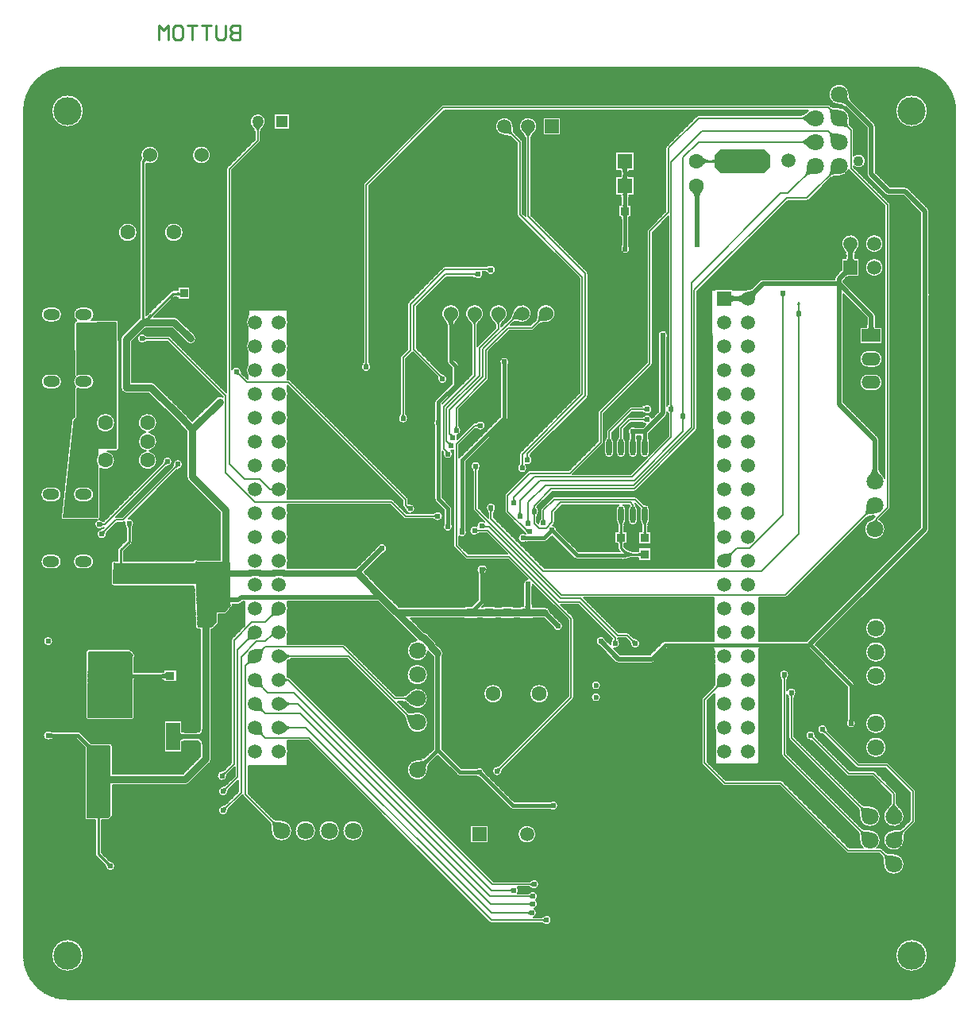
<source format=gbl>
G04*
G04 #@! TF.GenerationSoftware,Altium Limited,Altium Designer,19.0.4 (130)*
G04*
G04 Layer_Physical_Order=2*
G04 Layer_Color=16711680*
%FSLAX25Y25*%
%MOIN*%
G70*
G01*
G75*
%ADD10C,0.01000*%
%ADD15C,0.00500*%
%ADD21R,0.03800X0.03500*%
%ADD22R,0.03500X0.03800*%
%ADD33R,0.05906X0.11811*%
%ADD65C,0.02000*%
%ADD66C,0.00600*%
%ADD67C,0.01500*%
%ADD71O,0.07087X0.04724*%
%ADD72C,0.05906*%
%ADD73R,0.05906X0.05906*%
%ADD74C,0.02362*%
%ADD75C,0.04331*%
%ADD76C,0.06000*%
%ADD77R,0.05906X0.05906*%
%ADD78C,0.07087*%
%ADD79C,0.06299*%
%ADD80R,0.07874X0.05512*%
%ADD81O,0.07874X0.05512*%
%ADD82C,0.06299*%
%ADD83C,0.05000*%
%ADD84R,0.05000X0.05000*%
%ADD85R,0.06299X0.06299*%
%ADD86C,0.11811*%
%ADD87C,0.02400*%
G04:AMPARAMS|DCode=88|XSize=98.43mil|YSize=236.22mil|CornerRadius=0mil|HoleSize=0mil|Usage=FLASHONLY|Rotation=90.000|XOffset=0mil|YOffset=0mil|HoleType=Round|Shape=Octagon|*
%AMOCTAGOND88*
4,1,8,-0.11811,-0.02461,-0.11811,0.02461,-0.09350,0.04921,0.09350,0.04921,0.11811,0.02461,0.11811,-0.02461,0.09350,-0.04921,-0.09350,-0.04921,-0.11811,-0.02461,0.0*
%
%ADD88OCTAGOND88*%

%ADD89O,0.23622X0.09843*%
%ADD90O,0.02362X0.07087*%
%ADD91C,0.03000*%
%ADD92C,0.02500*%
G36*
X347050Y380560D02*
X347079Y380175D01*
X347131Y379809D01*
X347204Y379463D01*
X347301Y379137D01*
X347419Y378831D01*
X347559Y378543D01*
X347722Y378276D01*
X347907Y378028D01*
X348114Y377800D01*
X346700Y376386D01*
X346472Y376593D01*
X346224Y376778D01*
X345957Y376941D01*
X345670Y377081D01*
X345363Y377200D01*
X345037Y377295D01*
X344691Y377369D01*
X344325Y377421D01*
X343940Y377450D01*
X343535Y377457D01*
X347043Y380965D01*
X347050Y380560D01*
D02*
G37*
G36*
X339876Y375079D02*
X340086Y374961D01*
X340344Y374858D01*
X340648Y374769D01*
X341000Y374695D01*
X341399Y374636D01*
X342338Y374560D01*
X343465Y374543D01*
X339957Y371035D01*
X339956Y371622D01*
X339864Y373101D01*
X339805Y373500D01*
X339731Y373852D01*
X339642Y374156D01*
X339539Y374414D01*
X339421Y374624D01*
X339288Y374788D01*
X339712Y375212D01*
X339876Y375079D01*
D02*
G37*
G36*
X330970Y368520D02*
X330554Y368934D01*
X329444Y369915D01*
X329119Y370155D01*
X328818Y370351D01*
X328540Y370504D01*
X328285Y370613D01*
X328053Y370678D01*
X327843Y370700D01*
Y371300D01*
X328053Y371322D01*
X328285Y371387D01*
X328540Y371496D01*
X328818Y371649D01*
X329119Y371845D01*
X329444Y372085D01*
X330161Y372695D01*
X330970Y373480D01*
Y368520D01*
D02*
G37*
G36*
X347044Y370377D02*
X347135Y368899D01*
X347195Y368500D01*
X347269Y368148D01*
X347358Y367844D01*
X347461Y367586D01*
X347579Y367376D01*
X347712Y367212D01*
X347288Y366788D01*
X347124Y366921D01*
X346914Y367039D01*
X346656Y367142D01*
X346352Y367231D01*
X346000Y367305D01*
X345601Y367365D01*
X344662Y367440D01*
X343535Y367457D01*
X347043Y370965D01*
X347044Y370377D01*
D02*
G37*
G36*
X100975Y367437D02*
X100322Y366681D01*
X100162Y366455D01*
X100032Y366242D01*
X99931Y366041D01*
X99858Y365854D01*
X99814Y365680D01*
X99800Y365518D01*
X99200D01*
X99186Y365680D01*
X99142Y365854D01*
X99069Y366041D01*
X98968Y366242D01*
X98838Y366455D01*
X98678Y366681D01*
X98489Y366920D01*
X98026Y367437D01*
X97750Y367715D01*
X101250D01*
X100975Y367437D01*
D02*
G37*
G36*
X205954Y366994D02*
X206035Y365789D01*
X206088Y365461D01*
X206153Y365171D01*
X206231Y364918D01*
X206322Y364702D01*
X206426Y364524D01*
X206542Y364382D01*
X206118Y363958D01*
X205976Y364074D01*
X205798Y364178D01*
X205582Y364269D01*
X205329Y364347D01*
X205039Y364412D01*
X204711Y364465D01*
X203945Y364532D01*
X203506Y364546D01*
X203029Y364547D01*
X205953Y367471D01*
X205954Y366994D01*
D02*
G37*
G36*
X214731Y365054D02*
X213936Y364144D01*
X213742Y363875D01*
X213583Y363624D01*
X213459Y363390D01*
X213371Y363173D01*
X213318Y362973D01*
X213300Y362791D01*
X212700D01*
X212682Y362973D01*
X212629Y363173D01*
X212541Y363390D01*
X212417Y363624D01*
X212258Y363875D01*
X212064Y364144D01*
X211569Y364733D01*
X211269Y365054D01*
X210933Y365391D01*
X215067D01*
X214731Y365054D01*
D02*
G37*
G36*
X339876Y365079D02*
X340086Y364961D01*
X340344Y364858D01*
X340648Y364769D01*
X341000Y364695D01*
X341399Y364635D01*
X342338Y364560D01*
X343465Y364543D01*
X339957Y361035D01*
X339956Y361623D01*
X339864Y363101D01*
X339805Y363500D01*
X339731Y363852D01*
X339642Y364156D01*
X339539Y364414D01*
X339421Y364624D01*
X339288Y364788D01*
X339712Y365212D01*
X339876Y365079D01*
D02*
G37*
G36*
X330970Y358520D02*
X330554Y358934D01*
X329444Y359915D01*
X329119Y360155D01*
X328818Y360351D01*
X328540Y360504D01*
X328285Y360613D01*
X328053Y360678D01*
X327843Y360700D01*
Y361300D01*
X328053Y361322D01*
X328285Y361387D01*
X328540Y361496D01*
X328818Y361649D01*
X329119Y361845D01*
X329444Y362085D01*
X330161Y362695D01*
X330970Y363480D01*
Y358520D01*
D02*
G37*
G36*
X52993Y352742D02*
X52871Y352785D01*
X52747Y352810D01*
X52623Y352816D01*
X52498Y352804D01*
X52372Y352774D01*
X52245Y352726D01*
X52118Y352659D01*
X51989Y352574D01*
X51859Y352470D01*
X51729Y352349D01*
X51022Y353056D01*
X51144Y353186D01*
X51247Y353316D01*
X51332Y353444D01*
X51399Y353572D01*
X51447Y353699D01*
X51477Y353825D01*
X51489Y353950D01*
X51483Y354074D01*
X51458Y354198D01*
X51415Y354320D01*
X52993Y352742D01*
D02*
G37*
G36*
X385643Y352160D02*
X385574Y352225D01*
X385498Y352282D01*
X385417Y352333D01*
X385330Y352378D01*
X385238Y352415D01*
X385140Y352446D01*
X385036Y352469D01*
X384926Y352486D01*
X384810Y352497D01*
X384689Y352500D01*
Y353500D01*
X384810Y353503D01*
X384926Y353514D01*
X385036Y353531D01*
X385140Y353554D01*
X385238Y353585D01*
X385330Y353622D01*
X385417Y353667D01*
X385498Y353718D01*
X385574Y353775D01*
X385643Y353840D01*
Y352160D01*
D02*
G37*
G36*
X382550Y353903D02*
X382582Y353818D01*
X382636Y353744D01*
X382713Y353679D01*
X382811Y353624D01*
X382930Y353580D01*
X383072Y353545D01*
X383235Y353520D01*
X383420Y353505D01*
X383627Y353500D01*
Y352500D01*
X383420Y352495D01*
X383235Y352480D01*
X383072Y352455D01*
X382930Y352420D01*
X382811Y352376D01*
X382713Y352321D01*
X382636Y352256D01*
X382582Y352182D01*
X382550Y352097D01*
X382539Y352003D01*
Y353997D01*
X382550Y353903D01*
D02*
G37*
G36*
X291336Y352000D02*
X291326Y352095D01*
X291296Y352180D01*
X291246Y352255D01*
X291176Y352320D01*
X291086Y352375D01*
X290976Y352420D01*
X290846Y352455D01*
X290696Y352480D01*
X290526Y352495D01*
X290336Y352500D01*
Y353500D01*
X290526Y353505D01*
X290696Y353520D01*
X290846Y353545D01*
X290976Y353580D01*
X291086Y353625D01*
X291176Y353680D01*
X291246Y353745D01*
X291296Y353820D01*
X291326Y353905D01*
X291336Y354000D01*
Y352000D01*
D02*
G37*
G36*
X286077Y354881D02*
X286699Y354335D01*
X286991Y354114D01*
X287272Y353926D01*
X287541Y353773D01*
X287799Y353653D01*
X288044Y353568D01*
X288278Y353517D01*
X288499Y353500D01*
Y352500D01*
X288278Y352483D01*
X288044Y352432D01*
X287799Y352347D01*
X287541Y352227D01*
X287272Y352074D01*
X286991Y351886D01*
X286699Y351665D01*
X286077Y351119D01*
X285749Y350795D01*
Y355205D01*
X286077Y354881D01*
D02*
G37*
G36*
X254857Y349847D02*
X254730Y349802D01*
X254618Y349727D01*
X254520Y349622D01*
X254437Y349487D01*
X254370Y349322D01*
X254317Y349127D01*
X254280Y348902D01*
X254257Y348647D01*
X254250Y348362D01*
X252750D01*
X252743Y348647D01*
X252720Y348902D01*
X252682Y349127D01*
X252630Y349322D01*
X252562Y349487D01*
X252480Y349622D01*
X252382Y349727D01*
X252270Y349802D01*
X252143Y349847D01*
X252000Y349862D01*
X255000D01*
X254857Y349847D01*
D02*
G37*
G36*
X343465Y347457D02*
X342878Y347456D01*
X341399Y347364D01*
X341000Y347305D01*
X340648Y347231D01*
X340344Y347142D01*
X340086Y347039D01*
X339876Y346921D01*
X339712Y346788D01*
X339288Y347212D01*
X339421Y347376D01*
X339539Y347586D01*
X339642Y347844D01*
X339731Y348148D01*
X339805Y348500D01*
X339864Y348899D01*
X339940Y349838D01*
X339957Y350965D01*
X343465Y347457D01*
D02*
G37*
G36*
X333465D02*
X332877Y347456D01*
X331399Y347364D01*
X331000Y347305D01*
X330648Y347231D01*
X330344Y347142D01*
X330086Y347039D01*
X329876Y346921D01*
X329712Y346788D01*
X329288Y347212D01*
X329421Y347376D01*
X329539Y347586D01*
X329642Y347844D01*
X329731Y348148D01*
X329805Y348500D01*
X329865Y348899D01*
X329940Y349838D01*
X329957Y350965D01*
X333465Y347457D01*
D02*
G37*
G36*
X254257Y346850D02*
X254280Y346593D01*
X254317Y346367D01*
X254370Y346170D01*
X254437Y346004D01*
X254520Y345867D01*
X254618Y345762D01*
X254730Y345686D01*
X254857Y345641D01*
X255000Y345626D01*
X252000D01*
X252143Y345641D01*
X252270Y345686D01*
X252382Y345762D01*
X252480Y345867D01*
X252562Y346004D01*
X252630Y346170D01*
X252682Y346367D01*
X252720Y346593D01*
X252743Y346850D01*
X252750Y347138D01*
X254250D01*
X254257Y346850D01*
D02*
G37*
G36*
X254958Y339347D02*
X254830Y339302D01*
X254717Y339227D01*
X254620Y339122D01*
X254538Y338987D01*
X254470Y338822D01*
X254417Y338627D01*
X254380Y338402D01*
X254358Y338147D01*
X254350Y337862D01*
X252850D01*
X252842Y338147D01*
X252820Y338402D01*
X252783Y338627D01*
X252730Y338822D01*
X252662Y338987D01*
X252580Y339122D01*
X252483Y339227D01*
X252370Y339302D01*
X252242Y339347D01*
X252100Y339362D01*
X255100D01*
X254958Y339347D01*
D02*
G37*
G36*
X285837Y340349D02*
X285507Y339790D01*
X285372Y339511D01*
X285259Y339232D01*
X285165Y338953D01*
X285093Y338675D01*
X285041Y338397D01*
X285010Y338119D01*
X285000Y337841D01*
X283000Y337501D01*
X282987Y337794D01*
X282947Y338076D01*
X282881Y338347D01*
X282789Y338607D01*
X282670Y338855D01*
X282525Y339092D01*
X282353Y339318D01*
X282155Y339533D01*
X281931Y339737D01*
X281680Y339929D01*
X286034Y340629D01*
X285837Y340349D01*
D02*
G37*
G36*
X254358Y334953D02*
X254380Y334698D01*
X254417Y334473D01*
X254470Y334278D01*
X254538Y334113D01*
X254620Y333978D01*
X254717Y333873D01*
X254830Y333798D01*
X254958Y333753D01*
X255100Y333738D01*
X252100D01*
X252242Y333753D01*
X252370Y333798D01*
X252483Y333873D01*
X252580Y333978D01*
X252662Y334113D01*
X252730Y334278D01*
X252783Y334473D01*
X252820Y334698D01*
X252842Y334953D01*
X252850Y335238D01*
X254350D01*
X254358Y334953D01*
D02*
G37*
G36*
X265143Y331160D02*
X265073Y331225D01*
X264998Y331282D01*
X264917Y331333D01*
X264830Y331378D01*
X264738Y331415D01*
X264640Y331446D01*
X264536Y331469D01*
X264426Y331486D01*
X264310Y331497D01*
X264189Y331500D01*
Y332500D01*
X264310Y332503D01*
X264426Y332514D01*
X264536Y332531D01*
X264640Y332554D01*
X264738Y332585D01*
X264830Y332622D01*
X264917Y332667D01*
X264998Y332718D01*
X265073Y332775D01*
X265143Y332840D01*
Y331160D01*
D02*
G37*
G36*
X262386Y332905D02*
X262417Y332820D01*
X262467Y332745D01*
X262538Y332680D01*
X262629Y332625D01*
X262740Y332580D01*
X262872Y332545D01*
X263024Y332520D01*
X263196Y332505D01*
X263388Y332500D01*
Y331500D01*
X263196Y331495D01*
X263024Y331480D01*
X262872Y331455D01*
X262740Y331420D01*
X262629Y331375D01*
X262538Y331320D01*
X262467Y331255D01*
X262417Y331180D01*
X262386Y331095D01*
X262376Y331000D01*
Y333000D01*
X262386Y332905D01*
D02*
G37*
G36*
X255114Y330259D02*
X254987Y330213D01*
X254874Y330138D01*
X254777Y330032D01*
X254694Y329896D01*
X254627Y329730D01*
X254574Y329533D01*
X254537Y329306D01*
X254514Y329049D01*
X254507Y328762D01*
X253007D01*
X252999Y329049D01*
X252977Y329306D01*
X252939Y329533D01*
X252887Y329730D01*
X252819Y329896D01*
X252737Y330032D01*
X252639Y330138D01*
X252527Y330213D01*
X252399Y330259D01*
X252257Y330274D01*
X255257D01*
X255114Y330259D01*
D02*
G37*
G36*
X254508Y317521D02*
X254539Y317027D01*
X254551Y316966D01*
X254564Y316917D01*
X254580Y316881D01*
X254597Y316857D01*
X252917D01*
X252934Y316881D01*
X252949Y316917D01*
X252963Y316966D01*
X252975Y317027D01*
X252984Y317101D01*
X252999Y317286D01*
X253007Y317657D01*
X254507D01*
X254508Y317521D01*
D02*
G37*
G36*
X350189Y316004D02*
X350008Y315784D01*
X349848Y315557D01*
X349709Y315324D01*
X349592Y315083D01*
X349496Y314836D01*
X349421Y314581D01*
X349368Y314319D01*
X349336Y314051D01*
X349325Y313775D01*
X347325D01*
X347314Y314051D01*
X347282Y314319D01*
X347229Y314581D01*
X347154Y314836D01*
X347058Y315083D01*
X346941Y315324D01*
X346802Y315557D01*
X346642Y315784D01*
X346461Y316004D01*
X346258Y316216D01*
X350392D01*
X350189Y316004D01*
D02*
G37*
G36*
X349335Y312883D02*
X349365Y312541D01*
X349415Y312240D01*
X349485Y311978D01*
X349575Y311757D01*
X349685Y311576D01*
X349815Y311435D01*
X349965Y311334D01*
X350135Y311274D01*
X350325Y311254D01*
X346325D01*
X346515Y311274D01*
X346685Y311334D01*
X346835Y311435D01*
X346965Y311576D01*
X347075Y311757D01*
X347165Y311978D01*
X347235Y312240D01*
X347285Y312541D01*
X347315Y312883D01*
X347325Y313266D01*
X349325D01*
X349335Y312883D01*
D02*
G37*
G36*
X196260Y306701D02*
X196189Y306815D01*
X196115Y306917D01*
X196036Y307006D01*
X195954Y307084D01*
X195868Y307150D01*
X195778Y307204D01*
X195684Y307246D01*
X195586Y307276D01*
X195485Y307294D01*
X195380Y307300D01*
X195541Y307900D01*
X195630Y307904D01*
X195724Y307917D01*
X195824Y307939D01*
X195930Y307968D01*
X196041Y308007D01*
X196280Y308109D01*
X196408Y308174D01*
X196680Y308328D01*
X196260Y306701D01*
D02*
G37*
G36*
X348213Y305384D02*
X348057Y305497D01*
X347873Y305554D01*
X347661D01*
X347421Y305497D01*
X347152Y305384D01*
X346855Y305215D01*
X346530Y304988D01*
X346176Y304705D01*
X345384Y303970D01*
X343970Y305384D01*
X344366Y305794D01*
X344988Y306530D01*
X345215Y306855D01*
X345384Y307152D01*
X345497Y307421D01*
X345554Y307661D01*
Y307873D01*
X345497Y308057D01*
X345384Y308213D01*
X348213Y305384D01*
D02*
G37*
G36*
X191143Y304660D02*
X191037Y304763D01*
X190829Y304935D01*
X190725Y305006D01*
X190622Y305065D01*
X190520Y305114D01*
X190419Y305151D01*
X190318Y305178D01*
X190218Y305195D01*
X190118Y305200D01*
Y305800D01*
X190218Y305805D01*
X190318Y305822D01*
X190419Y305849D01*
X190520Y305886D01*
X190622Y305935D01*
X190725Y305994D01*
X190829Y306065D01*
X190933Y306146D01*
X191037Y306237D01*
X191143Y306340D01*
Y304660D01*
D02*
G37*
G36*
X66762Y296350D02*
X66752Y296445D01*
X66722Y296530D01*
X66672Y296605D01*
X66602Y296670D01*
X66512Y296725D01*
X66402Y296770D01*
X66272Y296805D01*
X66122Y296830D01*
X65952Y296845D01*
X65762Y296850D01*
Y297850D01*
X65952Y297855D01*
X66122Y297870D01*
X66272Y297895D01*
X66402Y297930D01*
X66512Y297975D01*
X66602Y298030D01*
X66672Y298095D01*
X66722Y298170D01*
X66752Y298255D01*
X66762Y298350D01*
Y296350D01*
D02*
G37*
G36*
X320737Y296537D02*
X320565Y296328D01*
X320494Y296225D01*
X320435Y296122D01*
X320386Y296020D01*
X320349Y295918D01*
X320322Y295818D01*
X320305Y295718D01*
X320300Y295618D01*
X319700D01*
X319695Y295718D01*
X319678Y295818D01*
X319651Y295918D01*
X319614Y296020D01*
X319565Y296122D01*
X319506Y296225D01*
X319435Y296328D01*
X319354Y296433D01*
X319263Y296537D01*
X319160Y296643D01*
X320840D01*
X320737Y296537D01*
D02*
G37*
G36*
X309200Y297786D02*
X309013Y297583D01*
X308845Y297371D01*
X308698Y297148D01*
X308571Y296915D01*
X308464Y296672D01*
X308377Y296419D01*
X308309Y296156D01*
X308262Y295882D01*
X308235Y295599D01*
X308228Y295305D01*
X305305Y298228D01*
X305599Y298235D01*
X305882Y298262D01*
X306156Y298309D01*
X306419Y298376D01*
X306672Y298464D01*
X306915Y298571D01*
X307148Y298698D01*
X307371Y298845D01*
X307583Y299013D01*
X307786Y299200D01*
X309200Y297786D01*
D02*
G37*
G36*
X298224Y297086D02*
X298285Y296916D01*
X298385Y296766D01*
X298526Y296636D01*
X298707Y296526D01*
X298929Y296436D01*
X299190Y296366D01*
X299492Y296316D01*
X299834Y296286D01*
X300216Y296276D01*
Y294276D01*
X299834Y294266D01*
X299492Y294236D01*
X299190Y294186D01*
X298929Y294116D01*
X298707Y294026D01*
X298526Y293916D01*
X298385Y293786D01*
X298285Y293636D01*
X298224Y293466D01*
X298204Y293276D01*
Y297276D01*
X298224Y297086D01*
D02*
G37*
G36*
X303167Y293209D02*
X302954Y293411D01*
X302735Y293593D01*
X302508Y293753D01*
X302274Y293892D01*
X302034Y294009D01*
X301786Y294105D01*
X301531Y294180D01*
X301270Y294233D01*
X301001Y294265D01*
X300726Y294276D01*
Y296276D01*
X301001Y296286D01*
X301270Y296318D01*
X301531Y296372D01*
X301786Y296446D01*
X302034Y296542D01*
X302274Y296660D01*
X302508Y296798D01*
X302735Y296958D01*
X302954Y297140D01*
X303167Y297342D01*
Y293209D01*
D02*
G37*
G36*
X327337Y293038D02*
X327165Y292828D01*
X327094Y292725D01*
X327035Y292622D01*
X326986Y292520D01*
X326949Y292419D01*
X326922Y292318D01*
X326905Y292218D01*
X326900Y292118D01*
X326300D01*
X326295Y292218D01*
X326278Y292318D01*
X326251Y292419D01*
X326214Y292520D01*
X326165Y292622D01*
X326106Y292725D01*
X326035Y292828D01*
X325954Y292933D01*
X325863Y293038D01*
X325760Y293143D01*
X327440D01*
X327337Y293038D01*
D02*
G37*
G36*
X326905Y290782D02*
X326922Y290682D01*
X326949Y290581D01*
X326986Y290480D01*
X327035Y290378D01*
X327094Y290275D01*
X327165Y290172D01*
X327246Y290067D01*
X327337Y289963D01*
X327440Y289857D01*
X326600Y289000D01*
X327440Y288143D01*
X327337Y288037D01*
X327246Y287933D01*
X327165Y287828D01*
X327094Y287725D01*
X327035Y287622D01*
X326986Y287520D01*
X326949Y287419D01*
X326922Y287318D01*
X326905Y287218D01*
X326900Y287118D01*
X326300D01*
X326295Y287218D01*
X326278Y287318D01*
X326251Y287419D01*
X326214Y287520D01*
X326165Y287622D01*
X326106Y287725D01*
X326035Y287828D01*
X325863Y288037D01*
X325760Y288143D01*
X326600Y289000D01*
X325760Y289857D01*
X325863Y289963D01*
X326035Y290172D01*
X326106Y290275D01*
X326165Y290378D01*
X326214Y290480D01*
X326251Y290581D01*
X326278Y290682D01*
X326295Y290782D01*
X326300Y290882D01*
X326900D01*
X326905Y290782D01*
D02*
G37*
G36*
X209341Y286233D02*
X208960Y286381D01*
X208604Y286498D01*
X208270Y286582D01*
X207961Y286634D01*
X207675Y286655D01*
X207413Y286643D01*
X207174Y286600D01*
X206960Y286524D01*
X206768Y286416D01*
X206601Y286277D01*
X206351Y286875D01*
X206389Y286932D01*
X206449Y287048D01*
X206759Y287750D01*
X207710Y290104D01*
X209341Y286233D01*
D02*
G37*
G36*
X220470Y286000D02*
X219985Y285999D01*
X218758Y285917D01*
X218425Y285864D01*
X218129Y285798D01*
X217872Y285719D01*
X217653Y285627D01*
X217472Y285522D01*
X217329Y285404D01*
X216904Y285829D01*
X217022Y285972D01*
X217127Y286153D01*
X217219Y286372D01*
X217298Y286629D01*
X217364Y286925D01*
X217417Y287258D01*
X217484Y288038D01*
X217499Y288485D01*
X217500Y288970D01*
X220470Y286000D01*
D02*
G37*
G36*
X55251Y288043D02*
X54875Y287660D01*
X53770Y286364D01*
X53592Y286099D01*
X53453Y285858D01*
X53355Y285640D01*
X53295Y285445D01*
X53276Y285275D01*
X51775Y286776D01*
X51945Y286795D01*
X52140Y286855D01*
X52357Y286953D01*
X52599Y287092D01*
X52864Y287270D01*
X53153Y287487D01*
X53801Y288040D01*
X54543Y288751D01*
X55251Y288043D01*
D02*
G37*
G36*
X182343Y286594D02*
X181912Y286071D01*
X181736Y285812D01*
X181588Y285555D01*
X181466Y285300D01*
X181371Y285046D01*
X181304Y284794D01*
X181263Y284544D01*
X181250Y284295D01*
X179750D01*
X179736Y284544D01*
X179696Y284794D01*
X179629Y285046D01*
X179534Y285300D01*
X179412Y285555D01*
X179264Y285812D01*
X179088Y286071D01*
X178886Y286332D01*
X178656Y286594D01*
X178400Y286858D01*
X182600D01*
X182343Y286594D01*
D02*
G37*
G36*
X202258Y286514D02*
X201448Y285588D01*
X201250Y285315D01*
X201088Y285059D01*
X200962Y284822D01*
X200872Y284602D01*
X200818Y284400D01*
X200800Y284215D01*
X200200D01*
X200182Y284400D01*
X200128Y284602D01*
X200038Y284822D01*
X199912Y285059D01*
X199750Y285315D01*
X199552Y285588D01*
X199048Y286187D01*
X198742Y286514D01*
X198400Y286858D01*
X202600D01*
X202258Y286514D01*
D02*
G37*
G36*
X192258D02*
X191448Y285588D01*
X191250Y285315D01*
X191088Y285059D01*
X190962Y284822D01*
X190872Y284602D01*
X190818Y284400D01*
X190800Y284215D01*
X190200D01*
X190182Y284400D01*
X190128Y284602D01*
X190038Y284822D01*
X189912Y285059D01*
X189750Y285315D01*
X189552Y285588D01*
X189048Y286187D01*
X188742Y286514D01*
X188400Y286858D01*
X192600D01*
X192258Y286514D01*
D02*
G37*
G36*
X358010Y284113D02*
X358040Y283771D01*
X358090Y283469D01*
X358160Y283208D01*
X358250Y282986D01*
X358360Y282805D01*
X358490Y282664D01*
X358640Y282564D01*
X358810Y282504D01*
X359000Y282483D01*
X355000D01*
X355190Y282504D01*
X355360Y282564D01*
X355510Y282664D01*
X355640Y282805D01*
X355750Y282986D01*
X355840Y283208D01*
X355910Y283469D01*
X355960Y283771D01*
X355990Y284113D01*
X356000Y284495D01*
X358000D01*
X358010Y284113D01*
D02*
G37*
G36*
X51963Y279237D02*
X52171Y279065D01*
X52275Y278994D01*
X52378Y278935D01*
X52480Y278886D01*
X52582Y278849D01*
X52682Y278822D01*
X52782Y278805D01*
X52882Y278800D01*
Y278200D01*
X52782Y278195D01*
X52682Y278178D01*
X52582Y278151D01*
X52480Y278114D01*
X52378Y278065D01*
X52275Y278006D01*
X52171Y277935D01*
X52067Y277854D01*
X51963Y277763D01*
X51857Y277660D01*
Y279340D01*
X51963Y279237D01*
D02*
G37*
G36*
X145305Y268408D02*
X145322Y268308D01*
X145349Y268208D01*
X145386Y268106D01*
X145435Y268004D01*
X145494Y267901D01*
X145565Y267797D01*
X145646Y267693D01*
X145737Y267588D01*
X145840Y267483D01*
X144160D01*
X144263Y267588D01*
X144435Y267797D01*
X144506Y267901D01*
X144565Y268004D01*
X144614Y268106D01*
X144651Y268208D01*
X144678Y268308D01*
X144695Y268408D01*
X144700Y268508D01*
X145300D01*
X145305Y268408D01*
D02*
G37*
G36*
X203823Y267845D02*
X203808Y267809D01*
X203794Y267760D01*
X203782Y267699D01*
X203772Y267625D01*
X203758Y267440D01*
X203750Y267069D01*
X202250D01*
X202249Y267205D01*
X202218Y267699D01*
X202206Y267760D01*
X202192Y267809D01*
X202177Y267845D01*
X202160Y267869D01*
X203840D01*
X203823Y267845D01*
D02*
G37*
G36*
X91702Y264367D02*
X91728Y264097D01*
X91751Y263974D01*
X91782Y263859D01*
X91820Y263753D01*
X91865Y263654D01*
X91917Y263564D01*
X91976Y263482D01*
X92043Y263407D01*
X91619Y262983D01*
X91544Y263050D01*
X91462Y263109D01*
X91372Y263161D01*
X91273Y263206D01*
X91167Y263244D01*
X91052Y263275D01*
X90929Y263298D01*
X90798Y263315D01*
X90659Y263324D01*
X90512Y263326D01*
X91700Y264514D01*
X91702Y264367D01*
D02*
G37*
G36*
X176305Y263125D02*
X176379Y263068D01*
X176463Y263012D01*
X176558Y262957D01*
X176778Y262851D01*
X176903Y262799D01*
X177342Y262650D01*
X175857Y261865D01*
X175892Y261992D01*
X175916Y262113D01*
X175928Y262229D01*
X175928Y262340D01*
X175916Y262446D01*
X175893Y262546D01*
X175857Y262641D01*
X175811Y262731D01*
X175752Y262815D01*
X175681Y262895D01*
X176241Y263183D01*
X176305Y263125D01*
D02*
G37*
G36*
X273405Y250782D02*
X273422Y250682D01*
X273449Y250582D01*
X273486Y250480D01*
X273535Y250378D01*
X273594Y250275D01*
X273665Y250171D01*
X273746Y250067D01*
X273837Y249962D01*
X273940Y249857D01*
X272260D01*
X272363Y249962D01*
X272535Y250171D01*
X272606Y250275D01*
X272665Y250378D01*
X272714Y250480D01*
X272751Y250582D01*
X272778Y250682D01*
X272795Y250782D01*
X272800Y250882D01*
X273400D01*
X273405Y250782D01*
D02*
G37*
G36*
X262143Y247990D02*
X262037Y248093D01*
X261828Y248266D01*
X261725Y248336D01*
X261622Y248395D01*
X261520Y248444D01*
X261419Y248482D01*
X261318Y248509D01*
X261218Y248525D01*
X261118Y248530D01*
Y249130D01*
X261218Y249136D01*
X261318Y249152D01*
X261419Y249179D01*
X261520Y249217D01*
X261622Y249265D01*
X261725Y249325D01*
X261828Y249395D01*
X261933Y249476D01*
X262037Y249568D01*
X262143Y249670D01*
Y247990D01*
D02*
G37*
G36*
X273837Y248038D02*
X273665Y247829D01*
X273594Y247725D01*
X273535Y247622D01*
X273486Y247520D01*
X273449Y247418D01*
X273422Y247318D01*
X273405Y247218D01*
X273400Y247118D01*
X272800D01*
X272795Y247218D01*
X272778Y247318D01*
X272751Y247418D01*
X272714Y247520D01*
X272665Y247622D01*
X272606Y247725D01*
X272535Y247829D01*
X272454Y247933D01*
X272363Y248038D01*
X272260Y248143D01*
X273940D01*
X273837Y248038D01*
D02*
G37*
G36*
X278305Y247782D02*
X278322Y247682D01*
X278349Y247582D01*
X278386Y247480D01*
X278435Y247378D01*
X278494Y247275D01*
X278565Y247171D01*
X278646Y247067D01*
X278737Y246962D01*
X278840Y246857D01*
X277160D01*
X277263Y246962D01*
X277435Y247171D01*
X277506Y247275D01*
X277565Y247378D01*
X277614Y247480D01*
X277651Y247582D01*
X277678Y247682D01*
X277695Y247782D01*
X277700Y247882D01*
X278300D01*
X278305Y247782D01*
D02*
G37*
G36*
X160805Y246782D02*
X160822Y246682D01*
X160849Y246582D01*
X160886Y246480D01*
X160935Y246378D01*
X160994Y246275D01*
X161065Y246171D01*
X161146Y246067D01*
X161237Y245963D01*
X161340Y245857D01*
X159660D01*
X159763Y245963D01*
X159935Y246171D01*
X160006Y246275D01*
X160065Y246378D01*
X160114Y246480D01*
X160151Y246582D01*
X160178Y246682D01*
X160195Y246782D01*
X160200Y246882D01*
X160800D01*
X160805Y246782D01*
D02*
G37*
G36*
X278737Y245038D02*
X278565Y244829D01*
X278494Y244725D01*
X278435Y244622D01*
X278386Y244520D01*
X278349Y244419D01*
X278322Y244318D01*
X278305Y244218D01*
X278300Y244118D01*
X277700D01*
X277695Y244218D01*
X277678Y244318D01*
X277651Y244419D01*
X277614Y244520D01*
X277565Y244622D01*
X277506Y244725D01*
X277435Y244829D01*
X277354Y244933D01*
X277263Y245038D01*
X277160Y245143D01*
X278840D01*
X278737Y245038D01*
D02*
G37*
G36*
X176129Y244643D02*
X176160Y244149D01*
X176172Y244088D01*
X176186Y244039D01*
X176201Y244003D01*
X176218Y243979D01*
X174538D01*
X174555Y244003D01*
X174570Y244039D01*
X174584Y244088D01*
X174596Y244149D01*
X174605Y244223D01*
X174620Y244408D01*
X174628Y244779D01*
X176128D01*
X176129Y244643D01*
D02*
G37*
G36*
X262143Y243660D02*
X262037Y243763D01*
X261828Y243935D01*
X261725Y244006D01*
X261622Y244065D01*
X261520Y244114D01*
X261419Y244151D01*
X261318Y244178D01*
X261218Y244195D01*
X261118Y244200D01*
Y244800D01*
X261218Y244805D01*
X261318Y244822D01*
X261419Y244849D01*
X261520Y244886D01*
X261622Y244935D01*
X261725Y244994D01*
X261828Y245065D01*
X261933Y245146D01*
X262037Y245237D01*
X262143Y245340D01*
Y243660D01*
D02*
G37*
G36*
X176201Y242241D02*
X176186Y242205D01*
X176172Y242156D01*
X176160Y242095D01*
X176151Y242021D01*
X176136Y241836D01*
X176128Y241465D01*
X174628D01*
X174627Y241601D01*
X174596Y242095D01*
X174584Y242156D01*
X174570Y242205D01*
X174555Y242241D01*
X174538Y242265D01*
X176218D01*
X176201Y242241D01*
D02*
G37*
G36*
X192143Y241160D02*
X192037Y241263D01*
X191829Y241435D01*
X191725Y241506D01*
X191622Y241565D01*
X191520Y241614D01*
X191419Y241651D01*
X191318Y241678D01*
X191218Y241695D01*
X191118Y241700D01*
Y242300D01*
X191218Y242305D01*
X191318Y242322D01*
X191419Y242349D01*
X191520Y242386D01*
X191622Y242435D01*
X191725Y242494D01*
X191829Y242565D01*
X191933Y242646D01*
X192037Y242737D01*
X192143Y242840D01*
Y241160D01*
D02*
G37*
G36*
X183130Y241782D02*
X183146Y241682D01*
X183173Y241582D01*
X183211Y241480D01*
X183259Y241378D01*
X183319Y241275D01*
X183389Y241172D01*
X183470Y241067D01*
X183562Y240963D01*
X183664Y240857D01*
X181984D01*
X182087Y240963D01*
X182260Y241172D01*
X182330Y241275D01*
X182389Y241378D01*
X182438Y241480D01*
X182476Y241582D01*
X182503Y241682D01*
X182519Y241782D01*
X182524Y241882D01*
X183124D01*
X183130Y241782D01*
D02*
G37*
G36*
X257823Y238619D02*
X257808Y238583D01*
X257794Y238534D01*
X257782Y238473D01*
X257772Y238399D01*
X257758Y238214D01*
X257750Y237843D01*
X256250D01*
X256249Y237979D01*
X256218Y238473D01*
X256206Y238534D01*
X256192Y238583D01*
X256177Y238619D01*
X256160Y238643D01*
X257840D01*
X257823Y238619D01*
D02*
G37*
G36*
X180514Y238603D02*
X180590Y238545D01*
X180676Y238490D01*
X180772Y238437D01*
X180878Y238386D01*
X181120Y238292D01*
X181256Y238248D01*
X181557Y238169D01*
X180121Y237297D01*
X180149Y237428D01*
X180167Y237554D01*
X180174Y237674D01*
X180170Y237788D01*
X180155Y237896D01*
X180129Y237998D01*
X180092Y238094D01*
X180044Y238184D01*
X179985Y238268D01*
X179915Y238347D01*
X180447Y238664D01*
X180514Y238603D01*
D02*
G37*
G36*
X252303Y236808D02*
X252326Y236573D01*
X252347Y236477D01*
X252373Y236396D01*
X252405Y236330D01*
X252443Y236279D01*
X252487Y236242D01*
X252537Y236220D01*
X252593Y236212D01*
X251407D01*
X251463Y236220D01*
X251513Y236242D01*
X251557Y236279D01*
X251595Y236330D01*
X251627Y236396D01*
X251653Y236477D01*
X251674Y236573D01*
X251688Y236683D01*
X251697Y236808D01*
X251700Y236948D01*
X252300D01*
X252303Y236808D01*
D02*
G37*
G36*
X247303D02*
X247326Y236573D01*
X247347Y236477D01*
X247373Y236396D01*
X247405Y236330D01*
X247443Y236279D01*
X247487Y236242D01*
X247537Y236220D01*
X247593Y236212D01*
X246407D01*
X246463Y236220D01*
X246513Y236242D01*
X246557Y236279D01*
X246595Y236330D01*
X246627Y236396D01*
X246653Y236477D01*
X246674Y236573D01*
X246688Y236683D01*
X246697Y236808D01*
X246700Y236948D01*
X247300D01*
X247303Y236808D01*
D02*
G37*
G36*
X262753Y237327D02*
X262818Y236427D01*
X262848Y236257D01*
X262883Y236109D01*
X262924Y235984D01*
X262970Y235880D01*
X263021Y235798D01*
X260979D01*
X261030Y235880D01*
X261076Y235984D01*
X261117Y236109D01*
X261152Y236257D01*
X261182Y236427D01*
X261226Y236833D01*
X261247Y237327D01*
X261250Y237607D01*
X262750D01*
X262753Y237327D01*
D02*
G37*
G36*
X257753D02*
X257818Y236427D01*
X257848Y236257D01*
X257883Y236109D01*
X257924Y235984D01*
X257970Y235880D01*
X258021Y235798D01*
X255979D01*
X256030Y235880D01*
X256076Y235984D01*
X256117Y236109D01*
X256152Y236257D01*
X256182Y236427D01*
X256226Y236833D01*
X256247Y237327D01*
X256250Y237607D01*
X257750D01*
X257753Y237327D01*
D02*
G37*
G36*
X179733Y234973D02*
X179815Y234914D01*
X179906Y234861D01*
X180004Y234817D01*
X180111Y234779D01*
X180226Y234749D01*
X180348Y234726D01*
X180479Y234710D01*
X180618Y234701D01*
X180765Y234700D01*
X179583Y233506D01*
X179580Y233653D01*
X179553Y233924D01*
X179529Y234047D01*
X179498Y234161D01*
X179460Y234268D01*
X179415Y234366D01*
X179363Y234457D01*
X179303Y234539D01*
X179237Y234613D01*
X179659Y235039D01*
X179733Y234973D01*
D02*
G37*
G36*
X178617Y231624D02*
X178691Y231567D01*
X178775Y231511D01*
X178870Y231457D01*
X179090Y231350D01*
X179216Y231299D01*
X179654Y231151D01*
X178171Y230362D01*
X178206Y230489D01*
X178229Y230611D01*
X178241Y230727D01*
X178241Y230838D01*
X178229Y230944D01*
X178206Y231044D01*
X178170Y231139D01*
X178123Y231229D01*
X178065Y231314D01*
X177994Y231393D01*
X178553Y231682D01*
X178617Y231624D01*
D02*
G37*
G36*
X213085Y229282D02*
X213101Y229182D01*
X213128Y229082D01*
X213166Y228980D01*
X213214Y228878D01*
X213274Y228775D01*
X213344Y228672D01*
X213425Y228567D01*
X213517Y228463D01*
X213619Y228357D01*
X211940D01*
X212042Y228463D01*
X212215Y228672D01*
X212285Y228775D01*
X212345Y228878D01*
X212393Y228980D01*
X212431Y229082D01*
X212458Y229182D01*
X212474Y229282D01*
X212479Y229382D01*
X213080D01*
X213085Y229282D01*
D02*
G37*
G36*
X61537Y225674D02*
X61390Y225672D01*
X61120Y225646D01*
X60997Y225623D01*
X60882Y225592D01*
X60776Y225554D01*
X60677Y225509D01*
X60587Y225457D01*
X60504Y225398D01*
X60430Y225331D01*
X60006Y225756D01*
X60072Y225830D01*
X60132Y225912D01*
X60184Y226002D01*
X60229Y226101D01*
X60267Y226207D01*
X60298Y226322D01*
X60321Y226445D01*
X60338Y226576D01*
X60347Y226715D01*
X60349Y226862D01*
X61537Y225674D01*
D02*
G37*
G36*
X210805Y225882D02*
X210822Y225782D01*
X210849Y225681D01*
X210886Y225580D01*
X210935Y225478D01*
X210994Y225375D01*
X211065Y225272D01*
X211146Y225167D01*
X211237Y225062D01*
X211340Y224957D01*
X209660D01*
X209763Y225062D01*
X209935Y225272D01*
X210006Y225375D01*
X210065Y225478D01*
X210114Y225580D01*
X210151Y225681D01*
X210178Y225782D01*
X210195Y225882D01*
X210200Y225982D01*
X210800D01*
X210805Y225882D01*
D02*
G37*
G36*
X66165Y224561D02*
X66012Y224537D01*
X65733Y224476D01*
X65608Y224439D01*
X65492Y224398D01*
X65385Y224352D01*
X65287Y224302D01*
X65199Y224247D01*
X65119Y224188D01*
X65049Y224125D01*
X64560Y224484D01*
X64628Y224561D01*
X64688Y224645D01*
X64737Y224735D01*
X64777Y224833D01*
X64808Y224937D01*
X64828Y225048D01*
X64839Y225167D01*
X64841Y225291D01*
X64833Y225423D01*
X64815Y225561D01*
X66165Y224561D01*
D02*
G37*
G36*
X191737Y224038D02*
X191565Y223829D01*
X191494Y223725D01*
X191435Y223622D01*
X191386Y223520D01*
X191349Y223418D01*
X191322Y223318D01*
X191305Y223218D01*
X191300Y223118D01*
X190700D01*
X190695Y223218D01*
X190678Y223318D01*
X190651Y223418D01*
X190614Y223520D01*
X190565Y223622D01*
X190506Y223725D01*
X190435Y223829D01*
X190354Y223933D01*
X190263Y224038D01*
X190160Y224143D01*
X191840D01*
X191737Y224038D01*
D02*
G37*
G36*
X359515Y223717D02*
X359559Y223411D01*
X359633Y223107D01*
X359737Y222805D01*
X359870Y222505D01*
X360033Y222206D01*
X360225Y221909D01*
X360447Y221615D01*
X360699Y221322D01*
X360980Y221030D01*
X356020D01*
X356301Y221322D01*
X356553Y221615D01*
X356775Y221909D01*
X356967Y222206D01*
X357130Y222505D01*
X357263Y222805D01*
X357367Y223107D01*
X357441Y223411D01*
X357485Y223717D01*
X357500Y224025D01*
X359500D01*
X359515Y223717D01*
D02*
G37*
G36*
X105604Y214403D02*
X105564Y214512D01*
X105512Y214609D01*
X105451Y214695D01*
X105378Y214769D01*
X105296Y214832D01*
X105202Y214884D01*
X105099Y214924D01*
X104984Y214953D01*
X104860Y214970D01*
X104724Y214976D01*
Y215576D01*
X104860Y215581D01*
X104984Y215599D01*
X105099Y215627D01*
X105202Y215667D01*
X105296Y215719D01*
X105378Y215782D01*
X105451Y215856D01*
X105512Y215942D01*
X105564Y216039D01*
X105604Y216148D01*
Y214403D01*
D02*
G37*
G36*
X207305Y211282D02*
X207322Y211182D01*
X207349Y211082D01*
X207386Y210980D01*
X207435Y210878D01*
X207494Y210775D01*
X207565Y210671D01*
X207646Y210567D01*
X207737Y210462D01*
X207840Y210357D01*
X206160D01*
X206263Y210462D01*
X206435Y210671D01*
X206506Y210775D01*
X206565Y210878D01*
X206614Y210980D01*
X206651Y211082D01*
X206678Y211182D01*
X206695Y211282D01*
X206700Y211382D01*
X207300D01*
X207305Y211282D01*
D02*
G37*
G36*
X257303Y208462D02*
X257326Y208226D01*
X257347Y208131D01*
X257373Y208050D01*
X257405Y207984D01*
X257443Y207932D01*
X257487Y207895D01*
X257537Y207873D01*
X257593Y207866D01*
X256407D01*
X256463Y207873D01*
X256513Y207895D01*
X256557Y207932D01*
X256595Y207984D01*
X256627Y208050D01*
X256653Y208131D01*
X256674Y208226D01*
X256688Y208337D01*
X256697Y208462D01*
X256700Y208602D01*
X257300D01*
X257303Y208462D01*
D02*
G37*
G36*
X261083Y208208D02*
X261266Y208058D01*
X261348Y208004D01*
X261424Y207966D01*
X261494Y207942D01*
X261557Y207932D01*
X261614Y207937D01*
X261665Y207957D01*
X261709Y207991D01*
X260871Y207153D01*
X260905Y207197D01*
X260925Y207248D01*
X260930Y207305D01*
X260920Y207369D01*
X260896Y207438D01*
X260858Y207514D01*
X260805Y207596D01*
X260737Y207685D01*
X260654Y207779D01*
X260558Y207880D01*
X260982Y208305D01*
X261083Y208208D01*
D02*
G37*
G36*
X215805Y207782D02*
X215822Y207682D01*
X215849Y207581D01*
X215886Y207480D01*
X215935Y207378D01*
X215994Y207275D01*
X216065Y207172D01*
X216146Y207067D01*
X216237Y206962D01*
X216340Y206857D01*
X214660D01*
X214763Y206962D01*
X214935Y207172D01*
X215006Y207275D01*
X215065Y207378D01*
X215114Y207480D01*
X215151Y207581D01*
X215178Y207682D01*
X215195Y207782D01*
X215200Y207882D01*
X215800D01*
X215805Y207782D01*
D02*
G37*
G36*
X162166Y208416D02*
X162250Y208357D01*
X162340Y208310D01*
X162434Y208276D01*
X162534Y208253D01*
X162638Y208243D01*
X162748Y208245D01*
X162862Y208259D01*
X162982Y208284D01*
X163107Y208323D01*
X162359Y206818D01*
X162306Y206975D01*
X162090Y207498D01*
X162035Y207602D01*
X161924Y207779D01*
X161867Y207852D01*
X161810Y207914D01*
X162086Y208487D01*
X162166Y208416D01*
D02*
G37*
G36*
X198185Y206538D02*
X198012Y206329D01*
X197942Y206225D01*
X197883Y206122D01*
X197834Y206020D01*
X197796Y205919D01*
X197769Y205818D01*
X197753Y205718D01*
X197748Y205618D01*
X197148D01*
X197142Y205718D01*
X197126Y205818D01*
X197099Y205919D01*
X197061Y206020D01*
X197013Y206122D01*
X196953Y206225D01*
X196883Y206329D01*
X196802Y206433D01*
X196710Y206538D01*
X196608Y206643D01*
X198288D01*
X198185Y206538D01*
D02*
G37*
G36*
X209805Y205782D02*
X209822Y205682D01*
X209849Y205581D01*
X209886Y205480D01*
X209935Y205378D01*
X209994Y205275D01*
X210065Y205171D01*
X210146Y205067D01*
X210237Y204962D01*
X210340Y204857D01*
X208660D01*
X208763Y204962D01*
X208935Y205171D01*
X209006Y205275D01*
X209065Y205378D01*
X209114Y205480D01*
X209151Y205581D01*
X209178Y205682D01*
X209195Y205782D01*
X209200Y205882D01*
X209800D01*
X209805Y205782D01*
D02*
G37*
G36*
X262354Y204853D02*
X261646D01*
X261656Y204873D01*
X261666Y204912D01*
X261674Y204970D01*
X261687Y205142D01*
X261700Y205900D01*
X262300D01*
X262354Y204853D01*
D02*
G37*
G36*
X358465Y204957D02*
X357877Y204956D01*
X356399Y204865D01*
X356000Y204805D01*
X355648Y204731D01*
X355344Y204642D01*
X355086Y204539D01*
X354876Y204421D01*
X354712Y204288D01*
X354288Y204712D01*
X354421Y204876D01*
X354539Y205086D01*
X354642Y205344D01*
X354731Y205648D01*
X354805Y206000D01*
X354865Y206399D01*
X354940Y207338D01*
X354957Y208465D01*
X358465Y204957D01*
D02*
G37*
G36*
X216237Y205037D02*
X216065Y204829D01*
X215994Y204725D01*
X215935Y204622D01*
X215886Y204520D01*
X215849Y204418D01*
X215822Y204318D01*
X215805Y204218D01*
X215800Y204118D01*
X215200D01*
X215195Y204218D01*
X215178Y204318D01*
X215151Y204418D01*
X215114Y204520D01*
X215065Y204622D01*
X215006Y204725D01*
X214935Y204829D01*
X214854Y204933D01*
X214763Y205037D01*
X214660Y205143D01*
X216340D01*
X216237Y205037D01*
D02*
G37*
G36*
X174252Y203160D02*
X174147Y203263D01*
X173938Y203435D01*
X173835Y203506D01*
X173732Y203565D01*
X173629Y203614D01*
X173528Y203651D01*
X173427Y203678D01*
X173327Y203695D01*
X173228Y203700D01*
Y204300D01*
X173327Y204305D01*
X173427Y204322D01*
X173528Y204349D01*
X173629Y204386D01*
X173732Y204435D01*
X173835Y204494D01*
X173938Y204565D01*
X174042Y204646D01*
X174147Y204737D01*
X174252Y204840D01*
Y203160D01*
D02*
G37*
G36*
X219705Y202882D02*
X219722Y202782D01*
X219749Y202681D01*
X219786Y202580D01*
X219835Y202478D01*
X219894Y202375D01*
X219965Y202272D01*
X220046Y202167D01*
X220137Y202063D01*
X220240Y201957D01*
X218560D01*
X218663Y202063D01*
X218835Y202272D01*
X218906Y202375D01*
X218965Y202478D01*
X219014Y202580D01*
X219051Y202681D01*
X219078Y202782D01*
X219095Y202882D01*
X219100Y202982D01*
X219700D01*
X219705Y202882D01*
D02*
G37*
G36*
X213305Y202782D02*
X213322Y202682D01*
X213349Y202582D01*
X213386Y202480D01*
X213435Y202378D01*
X213494Y202275D01*
X213565Y202171D01*
X213646Y202067D01*
X213737Y201962D01*
X213840Y201857D01*
X212160D01*
X212263Y201962D01*
X212435Y202171D01*
X212506Y202275D01*
X212565Y202378D01*
X212614Y202480D01*
X212651Y202582D01*
X212678Y202682D01*
X212695Y202782D01*
X212700Y202882D01*
X213300D01*
X213305Y202782D01*
D02*
G37*
G36*
X359535Y202761D02*
X359558Y202589D01*
X359597Y202425D01*
X359651Y202272D01*
X359721Y202128D01*
X359806Y201993D01*
X359907Y201868D01*
X360023Y201753D01*
X360155Y201647D01*
X360302Y201551D01*
X358075Y202018D01*
X358237Y202045D01*
X358382Y202088D01*
X358509Y202144D01*
X358620Y202215D01*
X358714Y202301D01*
X358791Y202400D01*
X358850Y202515D01*
X358893Y202643D01*
X358919Y202786D01*
X358927Y202943D01*
X359527D01*
X359535Y202761D01*
D02*
G37*
G36*
X180066Y201021D02*
X180097Y200527D01*
X180109Y200466D01*
X180123Y200417D01*
X180138Y200381D01*
X180155Y200357D01*
X178475D01*
X178492Y200381D01*
X178507Y200417D01*
X178521Y200466D01*
X178533Y200527D01*
X178542Y200601D01*
X178557Y200786D01*
X178565Y201157D01*
X180065D01*
X180066Y201021D01*
D02*
G37*
G36*
X262897Y201513D02*
X262814Y201470D01*
X262740Y201397D01*
X262677Y201296D01*
X262623Y201166D01*
X262579Y201006D01*
X262544Y200818D01*
X262520Y200601D01*
X262505Y200355D01*
X262500Y200079D01*
X261500D01*
X261495Y200355D01*
X261456Y200818D01*
X261421Y201006D01*
X261377Y201166D01*
X261323Y201296D01*
X261260Y201397D01*
X261186Y201470D01*
X261103Y201513D01*
X261010Y201528D01*
X262990D01*
X262897Y201513D01*
D02*
G37*
G36*
X252897D02*
X252814Y201470D01*
X252740Y201397D01*
X252677Y201296D01*
X252623Y201166D01*
X252578Y201006D01*
X252544Y200818D01*
X252520Y200601D01*
X252505Y200355D01*
X252500Y200079D01*
X251500D01*
X251495Y200355D01*
X251456Y200818D01*
X251421Y201006D01*
X251377Y201166D01*
X251323Y201296D01*
X251260Y201397D01*
X251186Y201470D01*
X251103Y201513D01*
X251009Y201528D01*
X252991D01*
X252897Y201513D01*
D02*
G37*
G36*
X247897D02*
X247814Y201470D01*
X247740Y201397D01*
X247677Y201296D01*
X247623Y201166D01*
X247579Y201006D01*
X247544Y200818D01*
X247520Y200601D01*
X247505Y200355D01*
X247500Y200079D01*
X246500D01*
X246495Y200355D01*
X246456Y200818D01*
X246422Y201006D01*
X246377Y201166D01*
X246323Y201296D01*
X246260Y201397D01*
X246186Y201470D01*
X246103Y201513D01*
X246009Y201528D01*
X247990D01*
X247897Y201513D01*
D02*
G37*
G36*
X33963Y201237D02*
X34172Y201065D01*
X34275Y200994D01*
X34378Y200935D01*
X34480Y200886D01*
X34582Y200849D01*
X34682Y200822D01*
X34782Y200805D01*
X34882Y200800D01*
Y200200D01*
X34782Y200195D01*
X34682Y200178D01*
X34582Y200151D01*
X34480Y200114D01*
X34378Y200065D01*
X34275Y200006D01*
X34172Y199935D01*
X34067Y199854D01*
X33963Y199763D01*
X33857Y199660D01*
Y201340D01*
X33963Y201237D01*
D02*
G37*
G36*
X46275Y200074D02*
X46218Y199998D01*
X46167Y199917D01*
X46122Y199830D01*
X46085Y199738D01*
X46054Y199640D01*
X46031Y199536D01*
X46014Y199426D01*
X46003Y199310D01*
X46000Y199189D01*
X45000D01*
X44997Y199310D01*
X44986Y199426D01*
X44969Y199536D01*
X44946Y199640D01*
X44915Y199738D01*
X44878Y199830D01*
X44833Y199917D01*
X44782Y199998D01*
X44725Y200074D01*
X44660Y200143D01*
X46340D01*
X46275Y200074D01*
D02*
G37*
G36*
X194624Y200452D02*
X194695Y200350D01*
X194771Y200260D01*
X194851Y200182D01*
X194934Y200115D01*
X195023Y200061D01*
X195116Y200019D01*
X195213Y199989D01*
X195314Y199971D01*
X195420Y199965D01*
X195238Y199365D01*
X195151Y199361D01*
X195058Y199348D01*
X194958Y199328D01*
X194853Y199299D01*
X194741Y199262D01*
X194498Y199163D01*
X194368Y199102D01*
X194088Y198954D01*
X194558Y200567D01*
X194624Y200452D01*
D02*
G37*
G36*
X185971Y198741D02*
X186003Y198248D01*
X186015Y198187D01*
X186028Y198138D01*
X186043Y198101D01*
X186061Y198077D01*
X184380D01*
X184398Y198101D01*
X184413Y198138D01*
X184426Y198187D01*
X184438Y198248D01*
X184448Y198321D01*
X184462Y198506D01*
X184470Y198877D01*
X185970D01*
X185971Y198741D01*
D02*
G37*
G36*
X191437Y198637D02*
X191647Y198465D01*
X191750Y198394D01*
X191853Y198335D01*
X191955Y198286D01*
X192057Y198249D01*
X192157Y198222D01*
X192257Y198205D01*
X192357Y198200D01*
Y197600D01*
X192257Y197595D01*
X192157Y197578D01*
X192057Y197551D01*
X191955Y197514D01*
X191853Y197465D01*
X191750Y197406D01*
X191647Y197335D01*
X191542Y197254D01*
X191437Y197163D01*
X191332Y197060D01*
Y198740D01*
X191437Y198637D01*
D02*
G37*
G36*
X212272Y198461D02*
X212356Y198402D01*
X212443Y198358D01*
X212532Y198328D01*
X212625Y198312D01*
X212721Y198310D01*
X212819Y198322D01*
X212920Y198348D01*
X213024Y198388D01*
X213131Y198443D01*
X212648Y196869D01*
X212579Y197006D01*
X212253Y197565D01*
X212192Y197652D01*
X212074Y197799D01*
X212016Y197859D01*
X212191Y198534D01*
X212272Y198461D01*
D02*
G37*
G36*
X262505Y197596D02*
X262520Y197424D01*
X262545Y197272D01*
X262580Y197140D01*
X262625Y197029D01*
X262680Y196938D01*
X262745Y196867D01*
X262820Y196817D01*
X262905Y196786D01*
X263000Y196776D01*
X261000D01*
X261095Y196786D01*
X261180Y196817D01*
X261255Y196867D01*
X261320Y196938D01*
X261375Y197029D01*
X261420Y197140D01*
X261455Y197272D01*
X261480Y197424D01*
X261495Y197596D01*
X261500Y197788D01*
X262500D01*
X262505Y197596D01*
D02*
G37*
G36*
X252505Y197548D02*
X252520Y197378D01*
X252545Y197228D01*
X252580Y197098D01*
X252625Y196988D01*
X252680Y196898D01*
X252745Y196828D01*
X252820Y196778D01*
X252905Y196748D01*
X253000Y196738D01*
X251000D01*
X251095Y196748D01*
X251180Y196778D01*
X251255Y196828D01*
X251320Y196898D01*
X251375Y196988D01*
X251420Y197098D01*
X251455Y197228D01*
X251480Y197378D01*
X251495Y197548D01*
X251500Y197738D01*
X252500D01*
X252505Y197548D01*
D02*
G37*
G36*
X35444Y197703D02*
X35375Y197626D01*
X35316Y197542D01*
X35266Y197451D01*
X35226Y197354D01*
X35195Y197249D01*
X35174Y197138D01*
X35163Y197020D01*
X35161Y196895D01*
X35169Y196763D01*
X35186Y196624D01*
X33840Y197630D01*
X33993Y197654D01*
X34272Y197714D01*
X34397Y197750D01*
X34513Y197792D01*
X34620Y197837D01*
X34718Y197887D01*
X34806Y197942D01*
X34886Y198000D01*
X34956Y198064D01*
X35444Y197703D01*
D02*
G37*
G36*
X224205Y197991D02*
X224220Y197954D01*
X224245Y197910D01*
X224280Y197858D01*
X224325Y197799D01*
X224445Y197658D01*
X224702Y197390D01*
X223641Y196330D01*
X223544Y196425D01*
X223173Y196752D01*
X223122Y196787D01*
X223078Y196812D01*
X223041Y196827D01*
X223012Y196832D01*
X224200Y198020D01*
X224205Y197991D01*
D02*
G37*
G36*
X222988Y196832D02*
X222959Y196827D01*
X222922Y196812D01*
X222879Y196787D01*
X222827Y196752D01*
X222768Y196707D01*
X222627Y196586D01*
X222359Y196330D01*
X221298Y197390D01*
X221394Y197487D01*
X221720Y197858D01*
X221755Y197910D01*
X221780Y197954D01*
X221795Y197991D01*
X221800Y198020D01*
X222988Y196832D01*
D02*
G37*
G36*
X211692Y195634D02*
X211728Y195619D01*
X211777Y195605D01*
X211838Y195593D01*
X211912Y195583D01*
X212097Y195569D01*
X212468Y195561D01*
Y194061D01*
X212332Y194060D01*
X211838Y194029D01*
X211777Y194017D01*
X211728Y194003D01*
X211692Y193988D01*
X211668Y193971D01*
Y195651D01*
X211692Y195634D01*
D02*
G37*
G36*
X252905Y193264D02*
X252820Y193234D01*
X252745Y193183D01*
X252680Y193112D01*
X252625Y193021D01*
X252580Y192910D01*
X252545Y192778D01*
X252520Y192626D01*
X252505Y192454D01*
X252500Y192262D01*
X251500D01*
X251495Y192454D01*
X251480Y192626D01*
X251455Y192778D01*
X251420Y192910D01*
X251375Y193021D01*
X251320Y193112D01*
X251255Y193183D01*
X251180Y193234D01*
X251095Y193264D01*
X251000Y193274D01*
X253000D01*
X252905Y193264D01*
D02*
G37*
G36*
X246005D02*
X245920Y193234D01*
X245845Y193183D01*
X245780Y193112D01*
X245725Y193021D01*
X245680Y192910D01*
X245645Y192778D01*
X245620Y192626D01*
X245605Y192454D01*
X245600Y192262D01*
X244600D01*
X244595Y192454D01*
X244580Y192626D01*
X244555Y192778D01*
X244520Y192910D01*
X244475Y193021D01*
X244420Y193112D01*
X244355Y193183D01*
X244280Y193234D01*
X244195Y193264D01*
X244100Y193274D01*
X246100D01*
X246005Y193264D01*
D02*
G37*
G36*
X245600Y191759D02*
X245603Y191638D01*
X245612Y191523D01*
X245628Y191412D01*
X245649Y191307D01*
X245677Y191207D01*
X245711Y191112D01*
X245751Y191022D01*
X245797Y190937D01*
X245850Y190858D01*
X245908Y190784D01*
X244234Y190924D01*
X244304Y190988D01*
X244366Y191058D01*
X244421Y191135D01*
X244468Y191218D01*
X244509Y191307D01*
X244542Y191403D01*
X244567Y191506D01*
X244585Y191614D01*
X244596Y191730D01*
X244600Y191851D01*
X245600Y191759D01*
D02*
G37*
G36*
X255427Y188775D02*
X255502Y188718D01*
X255583Y188667D01*
X255670Y188622D01*
X255762Y188585D01*
X255860Y188554D01*
X255964Y188531D01*
X256074Y188514D01*
X256190Y188503D01*
X256199Y188503D01*
X256559Y188500D01*
Y187500D01*
X256131Y187491D01*
X256074Y187486D01*
X255964Y187469D01*
X255860Y187446D01*
X255762Y187415D01*
X255670Y187378D01*
X255583Y187333D01*
X255502Y187282D01*
X255427Y187225D01*
X255357Y187160D01*
Y187476D01*
X255030Y187469D01*
Y188531D01*
X255051Y188525D01*
X255101Y188520D01*
X255289Y188511D01*
X255357Y188510D01*
Y188840D01*
X255427Y188775D01*
D02*
G37*
G36*
X253706Y189513D02*
X253750Y189476D01*
X253840Y189411D01*
X253930Y189354D01*
X254021Y189306D01*
X254113Y189267D01*
X254206Y189237D01*
X254299Y189216D01*
X254393Y189203D01*
X254488Y189200D01*
X254265Y188977D01*
X254501Y188750D01*
X253750Y187999D01*
X253739Y188018D01*
X253708Y188057D01*
X253580Y188197D01*
X253533Y188245D01*
X253449Y188161D01*
X254092Y186871D01*
X252713Y186700D01*
X252597Y188200D01*
X252732Y188201D01*
X253058Y188225D01*
X253140Y188238D01*
X253209Y188255D01*
X253265Y188275D01*
X253267Y188276D01*
X253263Y188294D01*
X253233Y188387D01*
X253194Y188479D01*
X253146Y188570D01*
X253089Y188660D01*
X253024Y188750D01*
X252949Y188839D01*
X252943Y188846D01*
X252691Y189102D01*
X253398Y189810D01*
X253706Y189513D01*
D02*
G37*
G36*
X260262Y187000D02*
X260252Y187095D01*
X260222Y187180D01*
X260172Y187255D01*
X260102Y187320D01*
X260012Y187375D01*
X259902Y187420D01*
X259772Y187455D01*
X259622Y187480D01*
X259452Y187495D01*
X259262Y187500D01*
Y188500D01*
X259452Y188505D01*
X259622Y188520D01*
X259772Y188545D01*
X259902Y188580D01*
X260012Y188625D01*
X260102Y188680D01*
X260172Y188745D01*
X260222Y188820D01*
X260252Y188905D01*
X260262Y189000D01*
Y187000D01*
D02*
G37*
G36*
X298818Y188393D02*
X298701Y188252D01*
X298598Y188073D01*
X298507Y187857D01*
X298429Y187604D01*
X298363Y187314D01*
X298311Y186987D01*
X298244Y186220D01*
X298230Y185781D01*
X298228Y185305D01*
X295305Y188228D01*
X295781Y188230D01*
X296987Y188311D01*
X297314Y188363D01*
X297604Y188428D01*
X297857Y188507D01*
X298073Y188598D01*
X298252Y188701D01*
X298393Y188818D01*
X298818Y188393D01*
D02*
G37*
G36*
X42503Y183690D02*
X42514Y183574D01*
X42531Y183464D01*
X42554Y183360D01*
X42585Y183262D01*
X42622Y183170D01*
X42667Y183083D01*
X42718Y183002D01*
X42775Y182926D01*
X42840Y182857D01*
X41160D01*
X41225Y182926D01*
X41282Y183002D01*
X41333Y183083D01*
X41378Y183170D01*
X41415Y183262D01*
X41446Y183360D01*
X41469Y183464D01*
X41486Y183574D01*
X41497Y183690D01*
X41500Y183811D01*
X42500D01*
X42503Y183690D01*
D02*
G37*
G36*
X194323Y180619D02*
X194308Y180583D01*
X194294Y180534D01*
X194282Y180473D01*
X194272Y180399D01*
X194258Y180214D01*
X194250Y179843D01*
X192750D01*
X192749Y179979D01*
X192718Y180473D01*
X192706Y180534D01*
X192692Y180583D01*
X192677Y180619D01*
X192660Y180643D01*
X194340D01*
X194323Y180619D01*
D02*
G37*
G36*
X214018Y165388D02*
X210924Y165376D01*
X211114Y165397D01*
X211283Y165458D01*
X211434Y165559D01*
X211563Y165700D01*
X211673Y165881D01*
X211764Y166102D01*
X211834Y166364D01*
X211883Y166665D01*
X211913Y167006D01*
X211924Y167388D01*
X213924D01*
X214018Y165388D01*
D02*
G37*
G36*
X108396Y162323D02*
X107920Y162321D01*
X106714Y162241D01*
X106387Y162188D01*
X106096Y162123D01*
X105843Y162045D01*
X105628Y161954D01*
X105449Y161850D01*
X105307Y161734D01*
X104883Y162158D01*
X105000Y162299D01*
X105103Y162478D01*
X105194Y162694D01*
X105272Y162947D01*
X105338Y163237D01*
X105390Y163564D01*
X105457Y164331D01*
X105471Y164770D01*
X105473Y165246D01*
X108396Y162323D01*
D02*
G37*
G36*
X79303Y160146D02*
X79300Y160134D01*
X79295Y160101D01*
X79193Y159107D01*
X77557Y160743D01*
X78597Y160854D01*
X79303Y160146D01*
D02*
G37*
G36*
X80415Y158743D02*
X80160Y158652D01*
X79935Y158501D01*
X79740Y158290D01*
X79575Y158018D01*
X79440Y157687D01*
X79335Y157296D01*
X79260Y156845D01*
X79215Y156333D01*
X79200Y155762D01*
X76200D01*
X77212Y158762D01*
X80700Y158774D01*
X80415Y158743D01*
D02*
G37*
G36*
X182881Y157423D02*
X182917Y157408D01*
X182966Y157394D01*
X183027Y157382D01*
X183101Y157372D01*
X183286Y157358D01*
X183657Y157350D01*
Y155850D01*
X183521Y155849D01*
X183027Y155818D01*
X182966Y155806D01*
X182917Y155792D01*
X182881Y155777D01*
X182857Y155760D01*
Y157440D01*
X182881Y157423D01*
D02*
G37*
G36*
X210554Y155100D02*
X210539Y155243D01*
X210494Y155370D01*
X210418Y155482D01*
X210313Y155580D01*
X210176Y155663D01*
X210010Y155730D01*
X209814Y155782D01*
X209587Y155820D01*
X209330Y155842D01*
X209043Y155850D01*
Y157350D01*
X209330Y157358D01*
X209587Y157380D01*
X209814Y157418D01*
X210010Y157470D01*
X210176Y157537D01*
X210313Y157620D01*
X210418Y157718D01*
X210494Y157830D01*
X210539Y157957D01*
X210554Y158100D01*
Y155100D01*
D02*
G37*
G36*
X206104Y157957D02*
X206149Y157830D01*
X206224Y157718D01*
X206329Y157620D01*
X206464Y157537D01*
X206629Y157470D01*
X206824Y157418D01*
X207049Y157380D01*
X207304Y157358D01*
X207589Y157350D01*
Y155850D01*
X207304Y155842D01*
X207049Y155820D01*
X206824Y155782D01*
X206629Y155730D01*
X206464Y155663D01*
X206329Y155580D01*
X206224Y155482D01*
X206149Y155370D01*
X206104Y155243D01*
X206089Y155100D01*
Y158100D01*
X206104Y157957D01*
D02*
G37*
G36*
X202625Y155100D02*
X202610Y155243D01*
X202565Y155370D01*
X202489Y155482D01*
X202383Y155580D01*
X202247Y155663D01*
X202081Y155730D01*
X201885Y155782D01*
X201658Y155820D01*
X201401Y155842D01*
X201113Y155850D01*
Y157350D01*
X201401Y157358D01*
X201658Y157380D01*
X201885Y157418D01*
X202081Y157470D01*
X202247Y157537D01*
X202383Y157620D01*
X202489Y157718D01*
X202565Y157830D01*
X202610Y157957D01*
X202625Y158100D01*
Y155100D01*
D02*
G37*
G36*
X198419Y157957D02*
X198464Y157830D01*
X198539Y157718D01*
X198644Y157620D01*
X198779Y157537D01*
X198944Y157470D01*
X199139Y157418D01*
X199364Y157380D01*
X199619Y157358D01*
X199904Y157350D01*
Y155850D01*
X199619Y155842D01*
X199364Y155820D01*
X199139Y155782D01*
X198944Y155730D01*
X198779Y155663D01*
X198644Y155580D01*
X198539Y155482D01*
X198464Y155370D01*
X198419Y155243D01*
X198404Y155100D01*
Y158100D01*
X198419Y157957D01*
D02*
G37*
G36*
X194940Y155100D02*
X194925Y155243D01*
X194880Y155370D01*
X194804Y155482D01*
X194698Y155580D01*
X194562Y155663D01*
X194396Y155730D01*
X194200Y155782D01*
X193973Y155820D01*
X193716Y155842D01*
X193428Y155850D01*
Y157350D01*
X193716Y157358D01*
X193973Y157380D01*
X194200Y157418D01*
X194396Y157470D01*
X194562Y157537D01*
X194698Y157620D01*
X194804Y157718D01*
X194880Y157830D01*
X194925Y157957D01*
X194940Y158100D01*
Y155100D01*
D02*
G37*
G36*
X190797Y157957D02*
X190842Y157830D01*
X190917Y157718D01*
X191022Y157620D01*
X191157Y157537D01*
X191322Y157470D01*
X191517Y157418D01*
X191742Y157380D01*
X191997Y157358D01*
X192282Y157350D01*
Y155850D01*
X191997Y155842D01*
X191742Y155820D01*
X191517Y155782D01*
X191322Y155730D01*
X191157Y155663D01*
X191022Y155580D01*
X190917Y155482D01*
X190842Y155370D01*
X190797Y155243D01*
X190782Y155100D01*
Y158100D01*
X190797Y157957D01*
D02*
G37*
G36*
X187318Y155100D02*
X187303Y155243D01*
X187258Y155370D01*
X187182Y155482D01*
X187076Y155580D01*
X186940Y155663D01*
X186774Y155730D01*
X186577Y155782D01*
X186351Y155820D01*
X186094Y155842D01*
X185806Y155850D01*
Y157350D01*
X186094Y157358D01*
X186351Y157380D01*
X186577Y157418D01*
X186774Y157470D01*
X186940Y157537D01*
X187076Y157620D01*
X187182Y157718D01*
X187258Y157830D01*
X187303Y157957D01*
X187318Y158100D01*
Y155100D01*
D02*
G37*
G36*
X98396Y152323D02*
X97919Y152322D01*
X96714Y152241D01*
X96387Y152188D01*
X96096Y152123D01*
X95843Y152045D01*
X95627Y151954D01*
X95449Y151850D01*
X95307Y151734D01*
X94883Y152158D01*
X95000Y152299D01*
X95103Y152478D01*
X95194Y152694D01*
X95272Y152947D01*
X95338Y153237D01*
X95390Y153564D01*
X95457Y154331D01*
X95471Y154770D01*
X95473Y155246D01*
X98396Y152323D01*
D02*
G37*
G36*
X249805Y152282D02*
X249822Y152182D01*
X249849Y152082D01*
X249886Y151980D01*
X249935Y151878D01*
X249994Y151775D01*
X250065Y151672D01*
X250146Y151567D01*
X250237Y151462D01*
X250340Y151357D01*
X248660D01*
X248763Y151462D01*
X248935Y151672D01*
X249006Y151775D01*
X249065Y151878D01*
X249114Y151980D01*
X249151Y152082D01*
X249178Y152182D01*
X249195Y152282D01*
X249200Y152382D01*
X249800D01*
X249805Y152282D01*
D02*
G37*
G36*
X256956Y151976D02*
X257038Y151917D01*
X257128Y151865D01*
X257227Y151820D01*
X257333Y151782D01*
X257448Y151751D01*
X257571Y151728D01*
X257702Y151711D01*
X257841Y151702D01*
X257988Y151700D01*
X256800Y150512D01*
X256798Y150659D01*
X256772Y150929D01*
X256749Y151052D01*
X256718Y151167D01*
X256680Y151273D01*
X256635Y151372D01*
X256583Y151462D01*
X256524Y151544D01*
X256457Y151619D01*
X256881Y152043D01*
X256956Y151976D01*
D02*
G37*
G36*
X102117Y148193D02*
X102009Y148061D01*
X101909Y147889D01*
X101816Y147677D01*
X101731Y147424D01*
X101652Y147131D01*
X101517Y146423D01*
X101461Y146008D01*
X101370Y145057D01*
X98702Y148215D01*
X99159Y148179D01*
X99968Y148161D01*
X100322Y148178D01*
X100642Y148213D01*
X100927Y148266D01*
X101179Y148336D01*
X101396Y148424D01*
X101579Y148530D01*
X101729Y148653D01*
X102117Y148193D01*
D02*
G37*
G36*
X110872Y147007D02*
X111781Y146212D01*
X112050Y146017D01*
X112301Y145858D01*
X112536Y145735D01*
X112752Y145646D01*
X112952Y145593D01*
X113134Y145576D01*
Y144976D01*
X112952Y144958D01*
X112752Y144905D01*
X112536Y144817D01*
X112301Y144693D01*
X112050Y144534D01*
X111781Y144340D01*
X111192Y143845D01*
X110872Y143544D01*
X110534Y143209D01*
Y147343D01*
X110872Y147007D01*
D02*
G37*
G36*
X98396Y142323D02*
X97919Y142322D01*
X96714Y142241D01*
X96387Y142188D01*
X96096Y142123D01*
X95843Y142045D01*
X95627Y141954D01*
X95449Y141850D01*
X95307Y141734D01*
X94883Y142158D01*
X95000Y142299D01*
X95103Y142478D01*
X95194Y142694D01*
X95272Y142947D01*
X95338Y143237D01*
X95390Y143564D01*
X95457Y144331D01*
X95471Y144770D01*
X95473Y145246D01*
X98396Y142323D01*
D02*
G37*
G36*
X321237Y136460D02*
X321065Y136251D01*
X320994Y136148D01*
X320935Y136045D01*
X320886Y135943D01*
X320849Y135841D01*
X320822Y135740D01*
X320805Y135640D01*
X320800Y135541D01*
X320200D01*
X320195Y135640D01*
X320178Y135740D01*
X320151Y135841D01*
X320114Y135943D01*
X320065Y136045D01*
X320006Y136148D01*
X319935Y136251D01*
X319854Y136355D01*
X319763Y136460D01*
X319660Y136566D01*
X321340D01*
X321237Y136460D01*
D02*
G37*
G36*
X60915Y135500D02*
X60900Y135643D01*
X60855Y135770D01*
X60779Y135882D01*
X60673Y135980D01*
X60537Y136063D01*
X60371Y136130D01*
X60174Y136182D01*
X59947Y136220D01*
X59690Y136242D01*
X59403Y136250D01*
Y137750D01*
X59690Y137758D01*
X59947Y137780D01*
X60174Y137818D01*
X60371Y137870D01*
X60537Y137937D01*
X60673Y138020D01*
X60779Y138118D01*
X60855Y138230D01*
X60900Y138357D01*
X60915Y138500D01*
Y135500D01*
D02*
G37*
G36*
X45704Y136000D02*
X45189Y135440D01*
X44184Y136786D01*
X44219Y136786D01*
X44262Y136797D01*
X44311Y136818D01*
X44366Y136850D01*
X44429Y136892D01*
X44498Y136945D01*
X44658Y137082D01*
X44844Y137261D01*
X45704Y136000D01*
D02*
G37*
G36*
X111255Y136158D02*
X111323Y136036D01*
X111402Y135928D01*
X111492Y135835D01*
X111593Y135755D01*
X111703Y135691D01*
X111825Y135640D01*
X111957Y135604D01*
X112099Y135583D01*
X112252Y135576D01*
Y134976D01*
X112099Y134968D01*
X111957Y134947D01*
X111825Y134911D01*
X111703Y134861D01*
X111593Y134796D01*
X111492Y134717D01*
X111402Y134623D01*
X111323Y134515D01*
X111255Y134393D01*
X111196Y134256D01*
Y136295D01*
X111255Y136158D01*
D02*
G37*
G36*
X295246Y132323D02*
X294770Y132322D01*
X293564Y132241D01*
X293237Y132188D01*
X292947Y132123D01*
X292694Y132045D01*
X292478Y131954D01*
X292299Y131850D01*
X292158Y131734D01*
X291734Y132158D01*
X291850Y132299D01*
X291954Y132478D01*
X292045Y132694D01*
X292123Y132947D01*
X292188Y133237D01*
X292241Y133564D01*
X292307Y134331D01*
X292321Y134770D01*
X292323Y135246D01*
X295246Y132323D01*
D02*
G37*
G36*
X101379Y134770D02*
X101460Y133564D01*
X101513Y133237D01*
X101578Y132947D01*
X101656Y132694D01*
X101747Y132478D01*
X101851Y132299D01*
X101967Y132158D01*
X101543Y131734D01*
X101401Y131850D01*
X101223Y131954D01*
X101007Y132045D01*
X100754Y132123D01*
X100464Y132188D01*
X100136Y132241D01*
X99370Y132307D01*
X98931Y132322D01*
X98455Y132323D01*
X101378Y135246D01*
X101379Y134770D01*
D02*
G37*
G36*
X324237Y129037D02*
X324065Y128829D01*
X323994Y128725D01*
X323935Y128622D01*
X323886Y128520D01*
X323849Y128419D01*
X323822Y128318D01*
X323805Y128218D01*
X323800Y128118D01*
X323200D01*
X323195Y128218D01*
X323178Y128318D01*
X323151Y128419D01*
X323114Y128520D01*
X323065Y128622D01*
X323006Y128725D01*
X322935Y128829D01*
X322854Y128933D01*
X322763Y129037D01*
X322660Y129143D01*
X324340D01*
X324237Y129037D01*
D02*
G37*
G36*
X163970Y124943D02*
X163554Y125357D01*
X162444Y126338D01*
X162119Y126578D01*
X161818Y126774D01*
X161540Y126927D01*
X161285Y127036D01*
X161053Y127101D01*
X160843Y127123D01*
Y127723D01*
X161053Y127745D01*
X161285Y127810D01*
X161540Y127919D01*
X161818Y128072D01*
X162119Y128268D01*
X162444Y128508D01*
X163161Y129118D01*
X163970Y129903D01*
Y124943D01*
D02*
G37*
G36*
X110872Y127007D02*
X111781Y126212D01*
X112050Y126017D01*
X112301Y125858D01*
X112536Y125735D01*
X112752Y125646D01*
X112952Y125593D01*
X113134Y125576D01*
Y124976D01*
X112952Y124958D01*
X112752Y124905D01*
X112536Y124817D01*
X112301Y124693D01*
X112050Y124534D01*
X111781Y124339D01*
X111192Y123845D01*
X110872Y123544D01*
X110534Y123209D01*
Y127342D01*
X110872Y127007D01*
D02*
G37*
G36*
X101379Y124770D02*
X101460Y123564D01*
X101513Y123237D01*
X101578Y122947D01*
X101656Y122694D01*
X101747Y122478D01*
X101851Y122299D01*
X101967Y122158D01*
X101543Y121734D01*
X101401Y121850D01*
X101223Y121954D01*
X101007Y122045D01*
X100754Y122123D01*
X100464Y122188D01*
X100136Y122241D01*
X99370Y122307D01*
X98931Y122321D01*
X98455Y122323D01*
X101378Y125246D01*
X101379Y124770D01*
D02*
G37*
G36*
X349251Y118490D02*
X349282Y117996D01*
X349294Y117935D01*
X349308Y117886D01*
X349323Y117850D01*
X349340Y117826D01*
X347660D01*
X347677Y117850D01*
X347692Y117886D01*
X347706Y117935D01*
X347718Y117996D01*
X347727Y118070D01*
X347742Y118255D01*
X347750Y118626D01*
X349250D01*
X349251Y118490D01*
D02*
G37*
G36*
X162353Y120908D02*
X162574Y120786D01*
X162833Y120693D01*
X163128Y120629D01*
X163460Y120596D01*
X163829Y120591D01*
X164235Y120616D01*
X164678Y120671D01*
X165674Y120868D01*
X163039Y116665D01*
X162892Y117321D01*
X162137Y120001D01*
X162032Y120239D01*
X161934Y120418D01*
X161841Y120538D01*
X162168Y121060D01*
X162353Y120908D01*
D02*
G37*
G36*
X110872Y117007D02*
X111781Y116212D01*
X112050Y116017D01*
X112301Y115858D01*
X112536Y115735D01*
X112752Y115646D01*
X112952Y115593D01*
X113134Y115576D01*
Y114976D01*
X112952Y114958D01*
X112752Y114905D01*
X112536Y114817D01*
X112301Y114693D01*
X112050Y114534D01*
X111781Y114339D01*
X111192Y113845D01*
X110872Y113544D01*
X110534Y113209D01*
Y117342D01*
X110872Y117007D01*
D02*
G37*
G36*
X337702Y114341D02*
X337728Y114071D01*
X337751Y113948D01*
X337782Y113833D01*
X337820Y113727D01*
X337865Y113628D01*
X337917Y113538D01*
X337976Y113456D01*
X338043Y113381D01*
X337619Y112957D01*
X337544Y113024D01*
X337462Y113083D01*
X337372Y113135D01*
X337273Y113180D01*
X337167Y113218D01*
X337052Y113249D01*
X336929Y113272D01*
X336798Y113289D01*
X336659Y113298D01*
X336512Y113300D01*
X337700Y114488D01*
X337702Y114341D01*
D02*
G37*
G36*
X101379Y114770D02*
X101460Y113564D01*
X101513Y113237D01*
X101578Y112947D01*
X101656Y112694D01*
X101747Y112478D01*
X101851Y112299D01*
X101967Y112158D01*
X101543Y111734D01*
X101401Y111850D01*
X101223Y111954D01*
X101007Y112045D01*
X100754Y112123D01*
X100464Y112188D01*
X100136Y112241D01*
X99370Y112307D01*
X98931Y112321D01*
X98455Y112323D01*
X101378Y115246D01*
X101379Y114770D01*
D02*
G37*
G36*
X12381Y112823D02*
X12417Y112808D01*
X12466Y112794D01*
X12527Y112782D01*
X12601Y112773D01*
X12786Y112758D01*
X13157Y112750D01*
Y111250D01*
X13021Y111249D01*
X12527Y111218D01*
X12466Y111206D01*
X12417Y111192D01*
X12381Y111177D01*
X12357Y111160D01*
Y112840D01*
X12381Y112823D01*
D02*
G37*
G36*
X37927Y112275D02*
X38002Y112218D01*
X38083Y112167D01*
X38170Y112122D01*
X38262Y112085D01*
X38360Y112054D01*
X38464Y112031D01*
X38574Y112014D01*
X38690Y112003D01*
X38811Y112000D01*
Y111000D01*
X38690Y110997D01*
X38574Y110986D01*
X38464Y110969D01*
X38360Y110946D01*
X38262Y110915D01*
X38170Y110878D01*
X38083Y110833D01*
X38002Y110782D01*
X37927Y110725D01*
X37857Y110660D01*
Y112340D01*
X37927Y112275D01*
D02*
G37*
G36*
X41071Y110500D02*
X41061Y110595D01*
X41031Y110680D01*
X40980Y110755D01*
X40909Y110820D01*
X40818Y110875D01*
X40707Y110920D01*
X40575Y110955D01*
X40424Y110980D01*
X40251Y110995D01*
X40059Y111000D01*
Y112000D01*
X40251Y112005D01*
X40424Y112020D01*
X40575Y112045D01*
X40707Y112080D01*
X40818Y112125D01*
X40909Y112180D01*
X40980Y112245D01*
X41031Y112320D01*
X41061Y112405D01*
X41071Y112500D01*
Y110500D01*
D02*
G37*
G36*
X332702Y111841D02*
X332728Y111571D01*
X332751Y111448D01*
X332782Y111333D01*
X332820Y111227D01*
X332865Y111128D01*
X332917Y111038D01*
X332976Y110956D01*
X333043Y110881D01*
X332619Y110457D01*
X332544Y110524D01*
X332462Y110583D01*
X332372Y110635D01*
X332273Y110680D01*
X332167Y110718D01*
X332052Y110749D01*
X331929Y110772D01*
X331798Y110789D01*
X331659Y110798D01*
X331512Y110800D01*
X332700Y111988D01*
X332702Y111841D01*
D02*
G37*
G36*
X66949Y113310D02*
X67009Y113140D01*
X67110Y112990D01*
X67251Y112860D01*
X67432Y112750D01*
X67653Y112660D01*
X67915Y112590D01*
X68216Y112540D01*
X68559Y112510D01*
X68941Y112500D01*
Y110500D01*
X68559Y110490D01*
X68216Y110460D01*
X67915Y110410D01*
X67653Y110340D01*
X67432Y110250D01*
X67251Y110140D01*
X67110Y110010D01*
X67009Y109860D01*
X66949Y109690D01*
X66929Y109500D01*
Y113500D01*
X66949Y113310D01*
D02*
G37*
G36*
X79200Y111500D02*
X76200Y107500D01*
X76180Y108070D01*
X76120Y108580D01*
X76020Y109030D01*
X75880Y109420D01*
X75700Y109750D01*
X75480Y110020D01*
X75220Y110230D01*
X74920Y110380D01*
X74580Y110470D01*
X74277Y110494D01*
X73582Y110500D01*
Y112500D01*
X74410Y112517D01*
X74580Y112530D01*
X74920Y112620D01*
X75220Y112770D01*
X75480Y112980D01*
X75700Y113250D01*
X75880Y113580D01*
X76020Y113970D01*
X76120Y114420D01*
X76180Y114930D01*
X76200Y115500D01*
X79200Y111500D01*
D02*
G37*
G36*
X29286Y107799D02*
X29522Y107636D01*
X29788Y107493D01*
X30083Y107370D01*
X30407Y107266D01*
X30760Y107182D01*
X31142Y107117D01*
X31554Y107073D01*
X32465Y107043D01*
X28957Y103535D01*
X28952Y104005D01*
X28883Y104858D01*
X28818Y105240D01*
X28734Y105593D01*
X28630Y105917D01*
X28507Y106212D01*
X28363Y106478D01*
X28201Y106714D01*
X28018Y106922D01*
X29078Y107982D01*
X29286Y107799D01*
D02*
G37*
G36*
X170982Y100845D02*
X170800Y100637D01*
X170636Y100401D01*
X170493Y100135D01*
X170370Y99840D01*
X170266Y99516D01*
X170182Y99163D01*
X170117Y98781D01*
X170073Y98369D01*
X170043Y97458D01*
X166535Y100966D01*
X167005Y100971D01*
X167858Y101040D01*
X168240Y101105D01*
X168593Y101189D01*
X168917Y101292D01*
X169212Y101416D01*
X169478Y101559D01*
X169714Y101722D01*
X169922Y101905D01*
X170982Y100845D01*
D02*
G37*
G36*
X168074Y97935D02*
X168059Y97903D01*
X168045Y97864D01*
X168033Y97819D01*
X168023Y97768D01*
X168008Y97648D01*
X168004Y97579D01*
X168000Y97423D01*
X167000D01*
X166999Y97504D01*
X166985Y97711D01*
X166977Y97768D01*
X166955Y97864D01*
X166941Y97903D01*
X166926Y97935D01*
X166909Y97962D01*
X168091D01*
X168074Y97935D01*
D02*
G37*
G36*
X201543Y98119D02*
X201476Y98044D01*
X201417Y97962D01*
X201365Y97872D01*
X201320Y97773D01*
X201282Y97667D01*
X201251Y97552D01*
X201228Y97429D01*
X201211Y97298D01*
X201202Y97159D01*
X201200Y97012D01*
X200012Y98200D01*
X200159Y98202D01*
X200429Y98228D01*
X200552Y98251D01*
X200667Y98282D01*
X200773Y98320D01*
X200872Y98365D01*
X200962Y98417D01*
X201044Y98476D01*
X201119Y98543D01*
X201543Y98119D01*
D02*
G37*
G36*
X191643Y95660D02*
X191619Y95677D01*
X191583Y95692D01*
X191534Y95706D01*
X191473Y95718D01*
X191399Y95727D01*
X191214Y95742D01*
X190843Y95750D01*
Y97250D01*
X190979Y97251D01*
X191473Y97282D01*
X191534Y97294D01*
X191583Y97308D01*
X191619Y97323D01*
X191643Y97340D01*
Y95660D01*
D02*
G37*
G36*
X86043Y96119D02*
X85976Y96044D01*
X85917Y95962D01*
X85865Y95872D01*
X85820Y95773D01*
X85782Y95667D01*
X85751Y95552D01*
X85728Y95429D01*
X85711Y95298D01*
X85702Y95159D01*
X85700Y95012D01*
X84512Y96200D01*
X84659Y96202D01*
X84929Y96228D01*
X85052Y96251D01*
X85167Y96282D01*
X85273Y96320D01*
X85372Y96365D01*
X85462Y96417D01*
X85544Y96476D01*
X85619Y96543D01*
X86043Y96119D01*
D02*
G37*
G36*
X193705Y96459D02*
X193720Y96422D01*
X193745Y96378D01*
X193780Y96327D01*
X193825Y96268D01*
X193945Y96127D01*
X194202Y95859D01*
X193141Y94798D01*
X193044Y94894D01*
X192673Y95220D01*
X192622Y95255D01*
X192578Y95280D01*
X192541Y95295D01*
X192512Y95300D01*
X193700Y96488D01*
X193705Y96459D01*
D02*
G37*
G36*
X35231Y95794D02*
X35450Y95627D01*
X35686Y95480D01*
X35941Y95353D01*
X36212Y95245D01*
X36502Y95157D01*
X36809Y95088D01*
X37134Y95039D01*
X37476Y95010D01*
X37836Y95000D01*
Y92000D01*
X37476Y91990D01*
X37134Y91961D01*
X36809Y91912D01*
X36502Y91843D01*
X36212Y91755D01*
X35941Y91647D01*
X35686Y91520D01*
X35450Y91373D01*
X35231Y91206D01*
X35030Y91020D01*
Y95980D01*
X35231Y95794D01*
D02*
G37*
G36*
X86543Y89619D02*
X86476Y89544D01*
X86417Y89462D01*
X86365Y89372D01*
X86320Y89273D01*
X86282Y89167D01*
X86251Y89052D01*
X86228Y88929D01*
X86211Y88798D01*
X86202Y88659D01*
X86200Y88512D01*
X85012Y89700D01*
X85159Y89702D01*
X85429Y89728D01*
X85552Y89751D01*
X85667Y89782D01*
X85773Y89820D01*
X85872Y89865D01*
X85962Y89917D01*
X86044Y89976D01*
X86119Y90043D01*
X86543Y89619D01*
D02*
G37*
G36*
X222643Y81660D02*
X222619Y81677D01*
X222583Y81692D01*
X222534Y81706D01*
X222473Y81718D01*
X222399Y81727D01*
X222214Y81742D01*
X221843Y81750D01*
Y83250D01*
X221979Y83251D01*
X222473Y83282D01*
X222534Y83294D01*
X222583Y83308D01*
X222619Y83323D01*
X222643Y83340D01*
Y81660D01*
D02*
G37*
G36*
X366822Y83447D02*
X366887Y83215D01*
X366996Y82960D01*
X367149Y82682D01*
X367345Y82380D01*
X367585Y82056D01*
X368195Y81339D01*
X368980Y80530D01*
X364020D01*
X364434Y80946D01*
X365415Y82056D01*
X365655Y82380D01*
X365851Y82682D01*
X366004Y82960D01*
X366113Y83215D01*
X366178Y83447D01*
X366200Y83657D01*
X366800D01*
X366822Y83447D01*
D02*
G37*
G36*
X86543Y81619D02*
X86476Y81544D01*
X86417Y81462D01*
X86365Y81372D01*
X86320Y81273D01*
X86282Y81167D01*
X86251Y81052D01*
X86228Y80929D01*
X86211Y80798D01*
X86202Y80659D01*
X86200Y80512D01*
X85012Y81700D01*
X85159Y81702D01*
X85429Y81728D01*
X85552Y81751D01*
X85667Y81782D01*
X85773Y81820D01*
X85872Y81865D01*
X85962Y81917D01*
X86044Y81976D01*
X86119Y82043D01*
X86543Y81619D01*
D02*
G37*
G36*
X352876Y82079D02*
X353086Y81961D01*
X353344Y81858D01*
X353648Y81769D01*
X354000Y81695D01*
X354399Y81635D01*
X355338Y81560D01*
X356465Y81543D01*
X352957Y78035D01*
X352956Y78623D01*
X352865Y80101D01*
X352805Y80500D01*
X352731Y80852D01*
X352642Y81156D01*
X352539Y81414D01*
X352421Y81624D01*
X352288Y81788D01*
X352712Y82212D01*
X352876Y82079D01*
D02*
G37*
G36*
X34604Y80589D02*
X33970Y79875D01*
X33713Y79541D01*
X33495Y79223D01*
X33317Y78921D01*
X33178Y78634D01*
X33079Y78362D01*
X33020Y78106D01*
X33000Y77866D01*
X32000D01*
X31980Y78106D01*
X31921Y78362D01*
X31822Y78634D01*
X31683Y78921D01*
X31505Y79223D01*
X31287Y79541D01*
X31030Y79875D01*
X30396Y80589D01*
X30020Y80970D01*
X34980D01*
X34604Y80589D01*
D02*
G37*
G36*
X105876Y76079D02*
X106086Y75961D01*
X106344Y75858D01*
X106648Y75769D01*
X107000Y75695D01*
X107399Y75635D01*
X108338Y75560D01*
X109465Y75543D01*
X105957Y72035D01*
X105956Y72623D01*
X105865Y74101D01*
X105805Y74500D01*
X105731Y74852D01*
X105642Y75156D01*
X105539Y75414D01*
X105421Y75624D01*
X105288Y75788D01*
X105712Y76212D01*
X105876Y76079D01*
D02*
G37*
G36*
X370712Y71788D02*
X370579Y71624D01*
X370461Y71414D01*
X370358Y71156D01*
X370269Y70852D01*
X370195Y70500D01*
X370135Y70101D01*
X370060Y69162D01*
X370043Y68035D01*
X366535Y71543D01*
X367123Y71544D01*
X368601Y71636D01*
X369000Y71695D01*
X369352Y71769D01*
X369656Y71858D01*
X369914Y71961D01*
X370124Y72079D01*
X370288Y72212D01*
X370712Y71788D01*
D02*
G37*
G36*
X352876Y72079D02*
X353086Y71961D01*
X353344Y71858D01*
X353648Y71769D01*
X354000Y71695D01*
X354399Y71636D01*
X355338Y71560D01*
X356465Y71543D01*
X352957Y68035D01*
X352956Y68622D01*
X352865Y70101D01*
X352805Y70500D01*
X352731Y70852D01*
X352642Y71156D01*
X352539Y71414D01*
X352421Y71624D01*
X352288Y71788D01*
X352712Y72212D01*
X352876Y72079D01*
D02*
G37*
G36*
X362876Y62079D02*
X363086Y61961D01*
X363344Y61858D01*
X363648Y61769D01*
X364000Y61695D01*
X364399Y61636D01*
X365338Y61560D01*
X366465Y61543D01*
X362957Y58035D01*
X362956Y58622D01*
X362864Y60101D01*
X362805Y60500D01*
X362731Y60852D01*
X362642Y61156D01*
X362539Y61414D01*
X362421Y61624D01*
X362288Y61788D01*
X362712Y62212D01*
X362876Y62079D01*
D02*
G37*
G36*
X36720Y58708D02*
X36808Y58634D01*
X36898Y58568D01*
X36988Y58511D01*
X37080Y58464D01*
X37172Y58425D01*
X37264Y58394D01*
X37358Y58373D01*
X37452Y58361D01*
X37546Y58357D01*
X36358Y57170D01*
X36355Y57264D01*
X36343Y57358D01*
X36321Y57452D01*
X36291Y57544D01*
X36252Y57636D01*
X36204Y57727D01*
X36148Y57818D01*
X36082Y57907D01*
X36008Y57996D01*
X35924Y58084D01*
X36632Y58792D01*
X36720Y58708D01*
D02*
G37*
G36*
X346926Y58775D02*
X347002Y58718D01*
X347083Y58667D01*
X347170Y58622D01*
X347262Y58585D01*
X347360Y58554D01*
X347464Y58531D01*
X347574Y58514D01*
X347690Y58503D01*
X347811Y58500D01*
Y57500D01*
X347690Y57497D01*
X347574Y57486D01*
X347464Y57469D01*
X347360Y57446D01*
X347262Y57415D01*
X347170Y57378D01*
X347083Y57333D01*
X347002Y57282D01*
X346926Y57225D01*
X346857Y57160D01*
Y58840D01*
X346926Y58775D01*
D02*
G37*
G36*
X353970Y55520D02*
X353589Y55896D01*
X352875Y56530D01*
X352541Y56787D01*
X352223Y57005D01*
X351921Y57183D01*
X351634Y57322D01*
X351362Y57421D01*
X351106Y57480D01*
X350866Y57500D01*
Y58500D01*
X351106Y58520D01*
X351362Y58579D01*
X351634Y58678D01*
X351921Y58817D01*
X352223Y58995D01*
X352541Y59213D01*
X352875Y59470D01*
X353589Y60104D01*
X353970Y60480D01*
Y55520D01*
D02*
G37*
G36*
X214643Y48674D02*
X214538Y48776D01*
X214329Y48949D01*
X214225Y49019D01*
X214122Y49079D01*
X214020Y49127D01*
X213918Y49165D01*
X213818Y49192D01*
X213718Y49208D01*
X213618Y49214D01*
Y49814D01*
X213718Y49819D01*
X213818Y49835D01*
X213918Y49862D01*
X214020Y49900D01*
X214122Y49949D01*
X214225Y50008D01*
X214329Y50078D01*
X214433Y50159D01*
X214538Y50251D01*
X214643Y50354D01*
Y48674D01*
D02*
G37*
G36*
X206143Y46101D02*
X206037Y46204D01*
X205828Y46376D01*
X205725Y46447D01*
X205622Y46506D01*
X205520Y46555D01*
X205418Y46592D01*
X205318Y46619D01*
X205218Y46636D01*
X205118Y46641D01*
Y47241D01*
X205218Y47246D01*
X205318Y47262D01*
X205418Y47290D01*
X205520Y47327D01*
X205622Y47376D01*
X205725Y47435D01*
X205828Y47506D01*
X205933Y47587D01*
X206037Y47678D01*
X206143Y47781D01*
Y46101D01*
D02*
G37*
G36*
X214143Y43660D02*
X214037Y43763D01*
X213828Y43935D01*
X213725Y44006D01*
X213622Y44065D01*
X213520Y44114D01*
X213419Y44151D01*
X213318Y44178D01*
X213218Y44195D01*
X213118Y44200D01*
Y44800D01*
X213218Y44805D01*
X213318Y44822D01*
X213419Y44849D01*
X213520Y44886D01*
X213622Y44935D01*
X213725Y44994D01*
X213828Y45065D01*
X213933Y45146D01*
X214037Y45237D01*
X214143Y45340D01*
Y43660D01*
D02*
G37*
G36*
Y40410D02*
X214037Y40513D01*
X213828Y40685D01*
X213725Y40756D01*
X213622Y40815D01*
X213520Y40864D01*
X213419Y40901D01*
X213318Y40928D01*
X213218Y40945D01*
X213118Y40950D01*
Y41550D01*
X213218Y41555D01*
X213318Y41572D01*
X213419Y41599D01*
X213520Y41636D01*
X213622Y41685D01*
X213725Y41744D01*
X213828Y41815D01*
X213933Y41896D01*
X214037Y41987D01*
X214143Y42090D01*
Y40410D01*
D02*
G37*
G36*
X213643Y36660D02*
X213538Y36763D01*
X213329Y36935D01*
X213225Y37006D01*
X213122Y37065D01*
X213020Y37114D01*
X212918Y37151D01*
X212818Y37178D01*
X212718Y37195D01*
X212618Y37200D01*
Y37800D01*
X212718Y37805D01*
X212818Y37822D01*
X212918Y37849D01*
X213020Y37886D01*
X213122Y37935D01*
X213225Y37994D01*
X213329Y38065D01*
X213433Y38146D01*
X213538Y38237D01*
X213643Y38340D01*
Y36660D01*
D02*
G37*
G36*
X219926Y33660D02*
X219820Y33763D01*
X219612Y33935D01*
X219508Y34006D01*
X219405Y34065D01*
X219303Y34114D01*
X219201Y34151D01*
X219101Y34178D01*
X219001Y34195D01*
X218901Y34200D01*
Y34800D01*
X219001Y34805D01*
X219101Y34822D01*
X219201Y34849D01*
X219303Y34886D01*
X219405Y34935D01*
X219508Y34994D01*
X219612Y35065D01*
X219716Y35146D01*
X219820Y35237D01*
X219926Y35340D01*
Y33660D01*
D02*
G37*
D10*
X63850Y297350D02*
X68500D01*
X167500Y97423D02*
Y98423D01*
X51376Y352702D02*
X54173Y355500D01*
X51376Y286500D02*
Y352702D01*
X166500Y97423D02*
X167155Y96768D01*
X166500Y97423D02*
X167500D01*
X51776Y285276D02*
X63850Y297350D01*
X68500D02*
Y297500D01*
X42000Y182000D02*
Y189750D01*
X45500Y193250D01*
Y201000D01*
X32500Y62216D02*
Y83500D01*
Y62216D02*
X37558Y57157D01*
X78950Y160500D02*
X79100D01*
X77700Y159250D02*
X78950Y160500D01*
X260500Y332000D02*
X266000D01*
X254500Y188000D02*
X262000D01*
X346000Y58000D02*
X356500D01*
X356000Y57500D02*
X356500Y58000D01*
X245100Y190500D02*
Y195000D01*
X252000Y190500D02*
X254500Y188000D01*
X252000Y190500D02*
Y195000D01*
X247000Y196900D02*
Y204500D01*
X246250Y196150D02*
X247000Y196900D01*
X246250Y196000D02*
Y196150D01*
X245250Y195000D02*
X246250Y196000D01*
X245100Y195000D02*
X245250D01*
X262000Y194900D02*
Y204500D01*
X252000Y195000D02*
Y204500D01*
X253500Y342500D02*
X253600Y342400D01*
X303135Y353000D02*
X303135Y353000D01*
X283500Y353000D02*
X303135D01*
X370852Y353000D02*
X386500D01*
X37000Y111500D02*
X44000D01*
X69691Y137000D02*
X69841D01*
X92000Y409998D02*
Y404000D01*
X89001D01*
X88001Y405000D01*
Y405999D01*
X89001Y406999D01*
X92000D01*
X89001D01*
X88001Y407999D01*
Y408998D01*
X89001Y409998D01*
X92000D01*
X86002D02*
Y405000D01*
X85002Y404000D01*
X83003D01*
X82003Y405000D01*
Y409998D01*
X80004D02*
X76005D01*
X78004D01*
Y404000D01*
X74006Y409998D02*
X70007D01*
X72006D01*
Y404000D01*
X65009Y409998D02*
X67008D01*
X68008Y408998D01*
Y405000D01*
X67008Y404000D01*
X65009D01*
X64009Y405000D01*
Y408998D01*
X65009Y409998D01*
X62010Y404000D02*
Y409998D01*
X60010Y407999D01*
X58011Y409998D01*
Y404000D01*
D15*
X392351Y374194D02*
G03*
X374036Y392351I-18250J-94D01*
G01*
X380771Y374016D02*
G03*
X380771Y374016I-6756J0D01*
G01*
X372558Y341558D02*
G03*
X371250Y342100I-1308J-1308D01*
G01*
X380771Y374016D02*
G03*
X380771Y374016I-6756J0D01*
G01*
X372558Y341558D02*
G03*
X371250Y342100I-1308J-1308D01*
G01*
X358850Y367500D02*
G03*
X358308Y368808I-1850J0D01*
G01*
X358850Y367500D02*
G03*
X358308Y368808I-1850J0D01*
G01*
X381350Y332000D02*
G03*
X380808Y333308I-1850J0D01*
G01*
X381350Y332000D02*
G03*
X380808Y333308I-1850J0D01*
G01*
X362942Y338942D02*
G03*
X364250Y338400I1308J1308D01*
G01*
X362942Y338942D02*
G03*
X364250Y338400I1308J1308D01*
G01*
X365000Y334650D02*
G03*
X364663Y335463I-1150J0D01*
G01*
X365000Y334650D02*
G03*
X364661Y335465I-1150J0D01*
G01*
X355150Y347500D02*
G03*
X355692Y346192I1850J0D01*
G01*
X355150Y347500D02*
G03*
X355692Y346192I1850J0D01*
G01*
X347893Y381056D02*
G03*
X343443Y376607I-4393J-56D01*
G01*
X339870Y376256D02*
G03*
X339057Y376593I-813J-813D01*
G01*
X339872Y376254D02*
G03*
X339057Y376593I-815J-811D01*
G01*
X347893Y371050D02*
G03*
X343555Y375393I-4393J-50D01*
G01*
X349650Y366000D02*
G03*
X349311Y366815I-1150J0D01*
G01*
X349650Y366000D02*
G03*
X349313Y366813I-1150J0D01*
G01*
X354773Y353000D02*
G03*
X349650Y355157I-3015J0D01*
G01*
X354773Y353000D02*
G03*
X349650Y355157I-3015J0D01*
G01*
Y350843D02*
G03*
X354773Y353000I2107J2157D01*
G01*
X349650Y350843D02*
G03*
X354773Y353000I2107J2157D01*
G01*
X343550Y346607D02*
G03*
X347564Y349332I-50J4393D01*
G01*
X362128Y318325D02*
G03*
X362128Y318325I-3803J0D01*
G01*
Y308325D02*
G03*
X362128Y308325I-3803J0D01*
G01*
X330000Y336350D02*
G03*
X330815Y336689I0J1150D01*
G01*
X330000Y336350D02*
G03*
X330813Y336687I0J1150D01*
G01*
X351061Y315683D02*
G03*
X352128Y318325I-2736J2642D01*
G01*
D02*
G03*
X345589Y315683I-3803J0D01*
G01*
X342268Y304885D02*
G03*
X341726Y303576I1308J-1308D01*
G01*
X342268Y304885D02*
G03*
X341726Y303576I1308J-1308D01*
G01*
X311500Y303350D02*
G03*
X310192Y302808I0J-1850D01*
G01*
X311500Y303350D02*
G03*
X310192Y302808I0J-1850D01*
G01*
X381350Y296117D02*
G03*
X381550Y297000I-1850J883D01*
G01*
D02*
G03*
X381350Y297883I-2050J0D01*
G01*
X377650D02*
G03*
X377650Y296117I1850J-883D01*
G01*
X358850Y288000D02*
G03*
X358308Y289308I-1850J0D01*
G01*
X358850Y288000D02*
G03*
X358308Y289308I-1850J0D01*
G01*
X361787Y269909D02*
G03*
X358181Y273515I-3606J0D01*
G01*
X355819D02*
G03*
X355819Y266303I0J-3606D01*
G01*
X358181D02*
G03*
X361787Y269909I0J3606D01*
G01*
X305209Y299078D02*
G03*
X303622Y298700I66J-3802D01*
G01*
X361787Y260067D02*
G03*
X358181Y263672I-3606J0D01*
G01*
Y256461D02*
G03*
X361787Y260067I0J3606D01*
G01*
X355819Y263672D02*
G03*
X355819Y256461I0J-3606D01*
G01*
X360350Y236000D02*
G03*
X359808Y237308I-1850J0D01*
G01*
X360350Y236000D02*
G03*
X359808Y237308I-1850J0D01*
G01*
X284500Y372150D02*
G03*
X283687Y371813I0J-1150D01*
G01*
X284500Y372150D02*
G03*
X283685Y371811I0J-1150D01*
G01*
X271087Y359213D02*
G03*
X270750Y358400I813J-813D01*
G01*
X271089Y359215D02*
G03*
X270750Y358400I811J-815D01*
G01*
X263187Y324313D02*
G03*
X262850Y323500I813J-813D01*
G01*
X263189Y324315D02*
G03*
X262850Y323500I811J-815D01*
G01*
X255807Y316000D02*
G03*
X255395Y317233I-2050J0D01*
G01*
X252126Y317242D02*
G03*
X255807Y316000I1631J-1242D01*
G01*
X238150Y305830D02*
G03*
X237811Y306645I-1150J0D01*
G01*
X238150Y305830D02*
G03*
X237813Y306643I-1150J0D01*
G01*
X215729Y364851D02*
G03*
X216803Y367500I-2729J2648D01*
G01*
D02*
G03*
X210271Y364851I-3803J0D01*
G01*
X210650Y361000D02*
G03*
X210313Y361813I-1150J0D01*
G01*
X210650Y361000D02*
G03*
X210311Y361815I-1150J0D01*
G01*
X206802Y367557D02*
G03*
X202943Y363698I-3802J-57D01*
G01*
X224350Y289000D02*
G03*
X216650Y289056I-3850J0D01*
G01*
X214350Y289000D02*
G03*
X206955Y290503I-3850J0D01*
G01*
X208350Y330500D02*
G03*
X208687Y329687I1150J0D01*
G01*
X208350Y330500D02*
G03*
X208689Y329685I1150J0D01*
G01*
X204350Y289000D02*
G03*
X197738Y286318I-3850J0D01*
G01*
X220556Y285150D02*
G03*
X224350Y289000I-56J3850D01*
G01*
X209105Y285412D02*
G03*
X214350Y289000I1395J3589D01*
G01*
X203262Y286318D02*
G03*
X204350Y289000I-2762J2682D01*
G01*
X271633Y280000D02*
G03*
X267733Y279117I-2050J0D01*
G01*
X271433D02*
G03*
X271633Y280000I-1850J883D01*
G01*
X264813Y267187D02*
G03*
X265150Y268000I-813J813D01*
G01*
X264811Y267185D02*
G03*
X265150Y268000I-811J815D01*
G01*
X270891Y245775D02*
G03*
X271433Y247083I-1308J1308D01*
G01*
X270891Y245775D02*
G03*
X271433Y247083I-1308J1308D01*
G01*
X283513Y239887D02*
G03*
X283850Y240700I-813J813D01*
G01*
X283511Y239885D02*
G03*
X283850Y240700I-811J815D01*
G01*
X261613Y247321D02*
G03*
X265050Y248830I1388J1509D01*
G01*
D02*
G03*
X261612Y250339I-2050J0D01*
G01*
X256330Y249980D02*
G03*
X255517Y249643I0J-1150D01*
G01*
X256330Y249980D02*
G03*
X255515Y249641I0J-1150D01*
G01*
X264966Y245082D02*
G03*
X261612Y246009I-1966J-582D01*
G01*
X261613Y242991D02*
G03*
X262418Y242534I1388J1509D01*
G01*
X255500Y245650D02*
G03*
X254687Y245313I0J-1150D01*
G01*
X255500Y245650D02*
G03*
X254685Y245311I0J-1150D01*
G01*
X251187Y241813D02*
G03*
X250850Y241000I813J-813D01*
G01*
X257883Y241350D02*
G03*
X255362Y238267I-883J-1850D01*
G01*
X251189Y241815D02*
G03*
X250850Y241000I811J-815D01*
G01*
X260170Y236090D02*
G03*
X259969Y235209I1830J-882D01*
G01*
X264031D02*
G03*
X263830Y236090I-2031J0D01*
G01*
X259031Y235209D02*
G03*
X258830Y236090I-2031J0D01*
G01*
X255170D02*
G03*
X254969Y235209I1830J-882D01*
G01*
X254031D02*
G03*
X253169Y236870I-2031J0D01*
G01*
X250832D02*
G03*
X249969Y235209I1168J-1661D01*
G01*
X214500Y281850D02*
G03*
X215313Y282187I0J1150D01*
G01*
X214500Y281850D02*
G03*
X215315Y282189I0J1150D01*
G01*
X204631Y267484D02*
G03*
X205050Y268726I-1631J1242D01*
G01*
D02*
G03*
X201362Y267493I-2050J0D01*
G01*
X246187Y240313D02*
G03*
X245850Y239500I813J-813D01*
G01*
X246189Y240315D02*
G03*
X245850Y239500I811J-815D01*
G01*
X249031Y235209D02*
G03*
X248168Y236870I-2031J0D01*
G01*
X245831D02*
G03*
X244969Y235209I1168J-1661D01*
G01*
X244313Y234187D02*
G03*
X244650Y235000I-813J813D01*
G01*
X244311Y234185D02*
G03*
X244650Y235000I-811J815D01*
G01*
X237813Y253687D02*
G03*
X238150Y254500I-813J813D01*
G01*
X242689Y248315D02*
G03*
X242350Y247500I811J-815D01*
G01*
X237811Y253685D02*
G03*
X238150Y254500I-811J815D01*
G01*
X242687Y248313D02*
G03*
X242350Y247500I813J-813D01*
G01*
X204131Y244054D02*
G03*
X204600Y245185I-1131J1131D01*
G01*
X204130Y244052D02*
G03*
X204600Y245185I-1130J1133D01*
G01*
X362700Y219789D02*
G03*
X361646Y221566I-4200J-1289D01*
G01*
X364663Y206753D02*
G03*
X365000Y207566I-813J813D01*
G01*
X364661Y206751D02*
G03*
X365000Y207566I-811J815D01*
G01*
X380808Y197192D02*
G03*
X381350Y198500I-1308J1308D01*
G01*
X380808Y197192D02*
G03*
X381350Y198500I-1308J1308D01*
G01*
X362893D02*
G03*
X360835Y202221I-4393J0D01*
G01*
X358416Y203759D02*
G03*
X358086Y203084I811J-815D01*
G01*
X358414Y203756D02*
G03*
X358086Y203084I813J-813D01*
G01*
X357856Y202846D02*
G03*
X362893Y198500I644J-4346D01*
G01*
X363393Y156969D02*
G03*
X363393Y156969I-4393J0D01*
G01*
Y146969D02*
G03*
X363393Y146969I-4393J0D01*
G01*
Y136969D02*
G03*
X363393Y136969I-4393J0D01*
G01*
Y116969D02*
G03*
X363393Y116969I-4393J0D01*
G01*
X350100Y133000D02*
G03*
X349630Y134133I-1600J0D01*
G01*
X350100Y133000D02*
G03*
X349631Y134131I-1600J0D01*
G01*
X346869Y118211D02*
G03*
X350550Y116969I1631J-1242D01*
G01*
D02*
G03*
X350138Y118202I-2050J0D01*
G01*
X338548Y114586D02*
G03*
X336414Y112452I-2048J-86D01*
G01*
X375650Y88500D02*
G03*
X375313Y89313I-1150J0D01*
G01*
X375650Y88500D02*
G03*
X375311Y89315I-1150J0D01*
G01*
X367650Y87500D02*
G03*
X367311Y88315I-1150J0D01*
G01*
X367650Y87500D02*
G03*
X367313Y88313I-1150J0D01*
G01*
X364313Y100313D02*
G03*
X363500Y100650I-813J-813D01*
G01*
X364315Y100311D02*
G03*
X363500Y100650I-815J-811D01*
G01*
X363393Y106969D02*
G03*
X363393Y106969I-4393J0D01*
G01*
X358813Y96813D02*
G03*
X358000Y97150I-813J-813D01*
G01*
X358815Y96811D02*
G03*
X358000Y97150I-815J-811D01*
G01*
X370893Y78000D02*
G03*
X369646Y81067I-4393J0D01*
G01*
X360893Y78000D02*
G03*
X356556Y82393I-4393J0D01*
G01*
X374194Y1350D02*
G03*
X392351Y19600I-94J18250D01*
G01*
X375313Y75187D02*
G03*
X375650Y76000I-813J813D01*
G01*
X375311Y75185D02*
G03*
X375650Y76000I-811J815D01*
G01*
X363359Y81071D02*
G03*
X370893Y78000I3141J-3071D01*
G01*
X366450Y72393D02*
G03*
X370893Y67944I50J-4393D01*
G01*
X352107Y77950D02*
G03*
X360893Y78000I4393J50D01*
G01*
Y68000D02*
G03*
X356556Y72393I-4393J0D01*
G01*
X361756Y64370D02*
G03*
X360943Y64707I-813J-813D01*
G01*
X361759Y64368D02*
G03*
X360943Y64707I-815J-811D01*
G01*
X370893Y58000D02*
G03*
X366556Y62393I-4393J0D01*
G01*
X380771Y19685D02*
G03*
X380771Y19685I-6756J0D01*
G01*
X362107Y57950D02*
G03*
X370893Y58000I4393J50D01*
G01*
X380771Y19685D02*
G03*
X380771Y19685I-6756J0D01*
G01*
X359408Y64707D02*
G03*
X360893Y68000I-2908J3293D01*
G01*
X352107Y67950D02*
G03*
X353592Y64707I4393J50D01*
G01*
X350685Y98689D02*
G03*
X351500Y98350I815J811D01*
G01*
X350687Y98687D02*
G03*
X351500Y98350I813J813D01*
G01*
X346687Y95187D02*
G03*
X347500Y94850I813J813D01*
G01*
X346685Y95189D02*
G03*
X347500Y94850I815J811D01*
G01*
X346630Y62744D02*
G03*
X347443Y62407I813J813D01*
G01*
X346628Y62746D02*
G03*
X347443Y62407I815J811D01*
G01*
X263573Y229199D02*
G03*
X264031Y230484I-1573J1285D01*
G01*
X259969D02*
G03*
X263285Y228911I2031J0D01*
G01*
X264031Y206862D02*
G03*
X261651Y208863I-2031J0D01*
G01*
X254969Y230484D02*
G03*
X259031Y230484I2031J0D01*
G01*
X249969D02*
G03*
X254031Y230484I2031J0D01*
G01*
X244969D02*
G03*
X249031Y230484I2031J0D01*
G01*
X258678Y211811D02*
G03*
X257862Y212150I-815J-811D01*
G01*
X257500Y214350D02*
G03*
X258313Y214687I0J1150D01*
G01*
X258675Y211813D02*
G03*
X257862Y212150I-813J-813D01*
G01*
X257500Y214350D02*
G03*
X258315Y214689I0J1150D01*
G01*
X258149Y208700D02*
G03*
X257971Y209265I-1149J-51D01*
G01*
X258149Y208700D02*
G03*
X257971Y209265I-1149J-51D01*
G01*
X259999Y207211D02*
G03*
X259969Y206862I2001J-348D01*
G01*
X259031D02*
G03*
X258169Y208524I-2031J0D01*
G01*
X255646Y208376D02*
G03*
X254969Y206862I1354J-1514D01*
G01*
X254031D02*
G03*
X252964Y208650I-2031J0D01*
G01*
X251036D02*
G03*
X249969Y206862I964J-1788D01*
G01*
X263399Y200665D02*
G03*
X264031Y202138I-1399J1472D01*
G01*
X321000Y169850D02*
G03*
X321815Y170189I0J1150D01*
G01*
X321000Y169850D02*
G03*
X321813Y170187I0J1150D01*
G01*
X259969Y202138D02*
G03*
X260599Y200667I2031J0D01*
G01*
X254969Y202138D02*
G03*
X259031Y202138I2031J0D01*
G01*
X253399Y200665D02*
G03*
X254031Y202138I-1399J1472D01*
G01*
X249969D02*
G03*
X250599Y200667I2031J0D01*
G01*
X255879Y189516D02*
G03*
X254597Y190048I-1379J-1517D01*
G01*
X254291Y185961D02*
G03*
X255879Y186484I209J2039D01*
G01*
X253707Y185850D02*
G03*
X254291Y185961I0J1600D01*
G01*
X253707Y185850D02*
G03*
X254291Y185961I0J1600D01*
G01*
X250650Y190500D02*
G03*
X251045Y189545I1350J0D01*
G01*
X250650Y190500D02*
G03*
X251048Y189543I1350J0D01*
G01*
X224000Y212150D02*
G03*
X223187Y211813I0J-1150D01*
G01*
X224000Y212150D02*
G03*
X223185Y211811I0J-1150D01*
G01*
X225031Y198306D02*
G03*
X223198Y200072I-2032J-275D01*
G01*
X223813Y200687D02*
G03*
X224150Y201500I-813J813D01*
G01*
X223811Y200685D02*
G03*
X224150Y201500I-811J815D01*
G01*
X214829Y227500D02*
G03*
X214289Y228888I-2050J0D01*
G01*
X213724Y223150D02*
G03*
X212911Y222813I0J-1150D01*
G01*
X213724Y223150D02*
G03*
X212909Y222811I0J-1150D01*
G01*
X218589Y207215D02*
G03*
X218250Y206400I811J-815D01*
G01*
X218587Y207213D02*
G03*
X218250Y206400I813J-813D01*
G01*
X217550Y206000D02*
G03*
X217009Y207388I-2050J0D01*
G01*
X217009Y204612D02*
G03*
X217550Y206000I-1509J1388D01*
G01*
X211859Y225668D02*
G03*
X214829Y227500I921J1832D01*
G01*
X212550Y224100D02*
G03*
X212009Y225487I-2050J0D01*
G01*
X208991Y225487D02*
G03*
X212550Y224100I1509J-1388D01*
G01*
X209687Y230813D02*
G03*
X209350Y230000I813J-813D01*
G01*
X209689Y230815D02*
G03*
X209350Y230000I811J-815D01*
G01*
X203538Y213440D02*
G03*
X203201Y212627I813J-813D01*
G01*
X203540Y213442D02*
G03*
X203201Y212627I811J-815D01*
G01*
Y205949D02*
G03*
X203540Y205133I1150J0D01*
G01*
X198957Y206113D02*
G03*
X199498Y207500I-1509J1388D01*
G01*
X217891Y202487D02*
G03*
X217381Y200745I1509J-1388D01*
G01*
X203201Y205949D02*
G03*
X203538Y205135I1150J0D01*
G01*
X232449Y186320D02*
G03*
X233581Y185850I1133J1130D01*
G01*
X232450Y186319D02*
G03*
X233581Y185850I1131J1131D01*
G01*
X232150Y161000D02*
G03*
X231811Y161815I-1150J0D01*
G01*
X232150Y161000D02*
G03*
X231813Y161813I-1150J0D01*
G01*
X219779Y193211D02*
G03*
X220911Y193680I0J1600D01*
G01*
X219779Y193211D02*
G03*
X220912Y193681I0J1600D01*
G01*
X214774Y174472D02*
G03*
X215043Y175331I-1774J1028D01*
G01*
X211813Y196599D02*
G03*
X212044Y193173I-1002J-1788D01*
G01*
X212831Y177543D02*
G03*
X211073Y174799I169J-2043D01*
G01*
X227550Y157863D02*
G03*
X226184Y159796I-2050J0D01*
G01*
X223567Y157180D02*
G03*
X227550Y157863I1933J684D01*
G01*
X222196Y163784D02*
G03*
X219863Y165850I-2333J-283D01*
G01*
X325009Y128612D02*
G03*
X325550Y130000I-1509J1388D01*
G01*
D02*
G03*
X321650Y130883I-2050J0D01*
G01*
X322009Y136035D02*
G03*
X322550Y137423I-1509J1388D01*
G01*
D02*
G03*
X318991Y136035I-2050J0D01*
G01*
X321650Y129117D02*
G03*
X321991Y128612I1850J883D01*
G01*
X270500Y151600D02*
G03*
X269369Y151131I0J-1600D01*
G01*
X270500Y151600D02*
G03*
X269367Y151130I0J-1600D01*
G01*
X286187Y127813D02*
G03*
X285850Y127000I813J-813D01*
G01*
X286189Y127815D02*
G03*
X285850Y127000I811J-815D01*
G01*
X333548Y112086D02*
G03*
X331414Y109952I-2048J-86D01*
G01*
X322350Y111000D02*
G03*
X322687Y110187I1150J0D01*
G01*
X322350Y111000D02*
G03*
X322689Y110185I1150J0D01*
G01*
X319350Y104000D02*
G03*
X319687Y103187I1150J0D01*
G01*
X319350Y104000D02*
G03*
X319689Y103185I1150J0D01*
G01*
X319815Y92811D02*
G03*
X319000Y93150I-815J-811D01*
G01*
X319813Y92813D02*
G03*
X319000Y93150I-813J-813D01*
G01*
X294687Y91187D02*
G03*
X295500Y90850I813J813D01*
G01*
X294685Y91189D02*
G03*
X295500Y90850I815J811D01*
G01*
X285850Y100500D02*
G03*
X286187Y99687I1150J0D01*
G01*
X285850Y100500D02*
G03*
X286189Y99685I1150J0D01*
G01*
X255313Y154813D02*
G03*
X254500Y155150I-813J-813D01*
G01*
X255315Y154811D02*
G03*
X254500Y155150I-815J-811D01*
G01*
X260050Y150500D02*
G03*
X258086Y152548I-2050J0D01*
G01*
X255952Y150414D02*
G03*
X260050Y150500I2048J86D01*
G01*
X251550D02*
G03*
X251009Y151888I-2050J0D01*
G01*
X249133Y148483D02*
G03*
X251550Y150500I367J2017D01*
G01*
X264500Y142150D02*
G03*
X266288Y143525I0J1850D01*
G01*
X249692Y142692D02*
G03*
X251000Y142150I1308J1308D01*
G01*
X249692Y142692D02*
G03*
X251000Y142150I1308J1308D01*
G01*
X247991Y151888D02*
G03*
X247483Y150133I1509J-1388D01*
G01*
X245433Y152184D02*
G03*
X242816Y149567I-1933J-684D01*
G01*
X243531Y133000D02*
G03*
X243531Y133000I-2031J0D01*
G01*
X231813Y127187D02*
G03*
X232150Y128000I-813J813D01*
G01*
X231811Y127185D02*
G03*
X232150Y128000I-811J815D01*
G01*
X243531D02*
G03*
X243531Y128000I-2031J0D01*
G01*
X221645Y129429D02*
G03*
X221645Y129429I-4000J0D01*
G01*
X225550Y82500D02*
G03*
X222267Y84138I-2050J0D01*
G01*
X222258Y80869D02*
G03*
X225550Y82500I1242J1631D01*
G01*
X214112Y48005D02*
G03*
X217550Y49514I1388J1509D01*
G01*
D02*
G03*
X214112Y51023I-2050J0D01*
G01*
X216303Y70500D02*
G03*
X216303Y70500I-3803J0D01*
G01*
X208593Y45650D02*
G03*
X209050Y46941I-1592J1291D01*
G01*
X217050Y41250D02*
G03*
X216250Y42875I-2050J0D01*
G01*
X222833Y34500D02*
G03*
X219395Y36009I-2050J0D01*
G01*
X219395Y32991D02*
G03*
X222833Y34500I1388J1509D01*
G01*
X216250Y42875D02*
G03*
X217050Y44500I-1250J1625D01*
G01*
X215533Y39271D02*
G03*
X217050Y41250I-533J1979D01*
G01*
Y44500D02*
G03*
X213612Y46009I-2050J0D01*
G01*
X216550Y37500D02*
G03*
X215533Y39271I-2050J0D01*
G01*
X215383Y35650D02*
G03*
X216550Y37500I-883J1850D01*
G01*
X199914Y99048D02*
G03*
X202048Y96914I86J-2048D01*
G01*
X205367Y81370D02*
G03*
X206500Y80900I1133J1130D01*
G01*
X209050Y46941D02*
G03*
X208476Y48364I-2050J0D01*
G01*
X205369Y81369D02*
G03*
X206500Y80900I1131J1131D01*
G01*
X196687Y33687D02*
G03*
X197500Y33350I813J813D01*
G01*
X196685Y33689D02*
G03*
X197500Y33350I815J811D01*
G01*
X177443Y376593D02*
G03*
X176630Y376256I0J-1150D01*
G01*
X177443Y376593D02*
G03*
X176628Y376254I0J-1150D01*
G01*
X178100Y308750D02*
G03*
X177287Y308413I0J-1150D01*
G01*
X178100Y308750D02*
G03*
X177285Y308411I0J-1150D01*
G01*
X199350Y307300D02*
G03*
X196336Y309109I-2050J0D01*
G01*
X195582Y306182D02*
G03*
X199350Y307300I1718J1118D01*
G01*
X194050Y305500D02*
G03*
X193817Y306450I-2050J0D01*
G01*
X190612Y303991D02*
G03*
X194050Y305500I1388J1509D01*
G01*
X194350Y289000D02*
G03*
X187738Y286318I-3850J0D01*
G01*
X193262Y286318D02*
G03*
X194350Y289000I-2762J2682D01*
G01*
X184350D02*
G03*
X177735Y286321I-3850J0D01*
G01*
X183265Y286321D02*
G03*
X184350Y289000I-2765J2679D01*
G01*
X162687Y293813D02*
G03*
X162350Y293000I813J-813D01*
G01*
X162689Y293815D02*
G03*
X162350Y293000I811J-815D01*
G01*
X144187Y343813D02*
G03*
X143850Y343000I813J-813D01*
G01*
X144189Y343815D02*
G03*
X143850Y343000I811J-815D01*
G01*
X196013Y260887D02*
G03*
X196350Y261700I-813J813D01*
G01*
X196011Y260885D02*
G03*
X196350Y261700I-811J815D01*
G01*
X184100Y266950D02*
G03*
X183631Y268082I-1600J0D01*
G01*
X184100Y266950D02*
G03*
X183630Y268083I-1600J0D01*
G01*
X178900Y268950D02*
G03*
X179370Y267818I1600J0D01*
G01*
X178900Y268950D02*
G03*
X179369Y267819I1600J0D01*
G01*
X183631Y257821D02*
G03*
X184100Y258953I-1131J1131D01*
G01*
X183630Y257820D02*
G03*
X184100Y258953I-1130J1133D01*
G01*
X179050Y261500D02*
G03*
X177692Y263430I-2050J0D01*
G01*
X175016Y262016D02*
G03*
X179050Y261500I1984J-515D01*
G01*
X174248Y252964D02*
G03*
X173778Y251831I1130J-1133D01*
G01*
X174247Y252962D02*
G03*
X173778Y251831I1131J-1131D01*
G01*
X191613Y240491D02*
G03*
X195050Y242000I1388J1509D01*
G01*
D02*
G03*
X191612Y243509I-2050J0D01*
G01*
X190626Y243150D02*
G03*
X189813Y242813I0J-1150D01*
G01*
X190626Y243150D02*
G03*
X189811Y242811I0J-1150D01*
G01*
X192509Y223612D02*
G03*
X193050Y225000I-1509J1388D01*
G01*
D02*
G03*
X189491Y223612I-2050J0D01*
G01*
X184874Y240000D02*
G03*
X184333Y241388I-2050J0D01*
G01*
X183091Y237967D02*
G03*
X184874Y240000I-266J2033D01*
G01*
X173747Y244364D02*
G03*
X173740Y241889I1631J-1242D01*
G01*
X183148Y236149D02*
G03*
X183334Y237000I-1865J851D01*
G01*
D02*
G03*
X183091Y237967I-2050J0D01*
G01*
X180764Y231450D02*
G03*
X181733Y231683I19J2050D01*
G01*
X177330Y230511D02*
G03*
X181365Y230000I1985J-511D01*
G01*
D02*
G03*
X180764Y231450I-2050J0D01*
G01*
X159687Y271313D02*
G03*
X159350Y270500I813J-813D01*
G01*
X159689Y271315D02*
G03*
X159350Y270500I811J-815D01*
G01*
X143491Y268014D02*
G03*
X147050Y266626I1509J-1388D01*
G01*
D02*
G03*
X146509Y268014I-2050J0D01*
G01*
X162550Y245000D02*
G03*
X162009Y246388I-2050J0D01*
G01*
X158991Y246388D02*
G03*
X162550Y245000I1509J-1388D01*
G01*
X101913Y367176D02*
G03*
X102850Y369500I-2413J2324D01*
G01*
D02*
G03*
X97087Y367176I-3350J0D01*
G01*
X100313Y360762D02*
G03*
X100650Y361575I-813J813D01*
G01*
X100311Y360759D02*
G03*
X100650Y361575I-811J815D01*
G01*
X86689Y350390D02*
G03*
X86350Y349575I811J-815D01*
G01*
X86687Y350388D02*
G03*
X86350Y349575I813J-813D01*
G01*
X79677Y355500D02*
G03*
X79677Y355500I-3850J0D01*
G01*
X52769Y351915D02*
G03*
X58023Y355500I1404J3585D01*
G01*
X68226Y323031D02*
G03*
X68226Y323031I-4000J0D01*
G01*
X112228Y285276D02*
G03*
X112000Y286572I-3803J0D01*
G01*
X95468Y287667D02*
G03*
X95414Y282954I2957J-2391D01*
G01*
X112000Y283979D02*
G03*
X112228Y285276I-3575J1297D01*
G01*
X63850Y298700D02*
G03*
X62895Y298305I0J-1350D01*
G01*
X63850Y298700D02*
G03*
X62893Y298302I0J-1350D01*
G01*
X66128Y286935D02*
G03*
X64465Y287626I-1664J-1660D01*
G01*
X73590Y278500D02*
G03*
X72902Y280162I-2350J0D01*
G01*
X66126Y286937D02*
G03*
X64465Y287626I-1662J-1662D01*
G01*
X58023Y355500D02*
G03*
X50589Y354096I-3850J0D01*
G01*
X50339Y353567D02*
G03*
X50026Y352702I1037J-864D01*
G01*
X50339Y353567D02*
G03*
X50026Y352702I1037J-864D01*
G01*
X26441Y374016D02*
G03*
X26441Y374016I-6756J0D01*
G01*
D02*
G03*
X26441Y374016I-6756J0D01*
G01*
X19507Y392351D02*
G03*
X1350Y374036I94J-18250D01*
G01*
X52387Y280009D02*
G03*
X52387Y276991I-1388J-1509D01*
G01*
X48935Y323031D02*
G03*
X48935Y323031I-4000J0D01*
G01*
X30835Y288575D02*
G03*
X27623Y291787I-3212J0D01*
G01*
X50026Y287199D02*
G03*
X49714Y286937I1350J-1924D01*
G01*
X29714Y286137D02*
G03*
X30835Y288575I-2091J2438D01*
G01*
X25261Y291787D02*
G03*
X23357Y285988I0J-3212D01*
G01*
X17252Y288574D02*
G03*
X14040Y291787I-3212J0D01*
G01*
X11678D02*
G03*
X11678Y285362I0J-3212D01*
G01*
X14040D02*
G03*
X17252Y288574I0J3212D01*
G01*
X41100Y285255D02*
G03*
X39975Y286355I-1100J0D01*
G01*
X41100Y285255D02*
G03*
X39977Y286355I-1100J0D01*
G01*
X23357Y285988D02*
G03*
X22452Y284905I195J-1083D01*
G01*
X23357Y285988D02*
G03*
X22452Y284905I195J-1083D01*
G01*
X112228Y275276D02*
G03*
X112000Y276572I-3803J0D01*
G01*
Y273979D02*
G03*
X112228Y275276I-3575J1297D01*
G01*
X95350Y277513D02*
G03*
X95299Y273110I3075J-2238D01*
G01*
X112228Y265276D02*
G03*
X112000Y266572I-3803J0D01*
G01*
Y263979D02*
G03*
X112228Y265276I-3575J1297D01*
G01*
X95232Y267341D02*
G03*
X95185Y263285I3193J-2066D01*
G01*
X113247Y260880D02*
G03*
X112434Y261216I-813J-813D01*
G01*
X113249Y260877D02*
G03*
X112434Y261216I-815J-811D01*
G01*
X92548Y264612D02*
G03*
X88650Y265409I-2048J-86D01*
G01*
X62813Y279313D02*
G03*
X62000Y279650I-813J-813D01*
G01*
X62815Y279311D02*
G03*
X62000Y279650I-815J-811D01*
G01*
X69578Y276838D02*
G03*
X73590Y278500I1662J1662D01*
G01*
X56269Y259660D02*
G03*
X54605Y260350I-1664J-1660D01*
G01*
X56267Y259662D02*
G03*
X54605Y260350I-1662J-1662D01*
G01*
X112228Y255276D02*
G03*
X112000Y256572I-3803J0D01*
G01*
Y253979D02*
G03*
X112228Y255276I-3575J1297D01*
G01*
X84850Y253924D02*
G03*
X81838Y253662I-1350J-1924D01*
G01*
X112228Y245276D02*
G03*
X112000Y246572I-3803J0D01*
G01*
Y243979D02*
G03*
X112228Y245276I-3575J1297D01*
G01*
X112000Y233979D02*
G03*
X112228Y235276I-3575J1297D01*
G01*
D02*
G03*
X112000Y236572I-3803J0D01*
G01*
X112228Y225276D02*
G03*
X112000Y226572I-3803J0D01*
G01*
Y223979D02*
G03*
X112228Y225276I-3575J1297D01*
G01*
X69650Y220467D02*
G03*
X70340Y218804I2350J0D01*
G01*
X69650Y220467D02*
G03*
X70338Y218806I2350J0D01*
G01*
X63599Y226874D02*
G03*
X59501Y226960I-2050J0D01*
G01*
X68050Y225750D02*
G03*
X63961Y225536I-2050J0D01*
G01*
X57240Y243150D02*
G03*
X52535Y239213I-4000J0D01*
G01*
X53945D02*
G03*
X57240Y243150I-705J3937D01*
G01*
Y235276D02*
G03*
X53945Y239213I-4000J0D01*
G01*
Y231339D02*
G03*
X57240Y235276I-705J3937D01*
G01*
X52535Y239213D02*
G03*
X52535Y231339I705J-3937D01*
G01*
X57240Y227402D02*
G03*
X53945Y231339I-4000J0D01*
G01*
X52535D02*
G03*
X57240Y227402I705J-3937D01*
G01*
X61635Y224826D02*
G03*
X63599Y226874I-86J2048D01*
G01*
X66384Y223736D02*
G03*
X68050Y225750I-384J2014D01*
G01*
X42579Y279802D02*
G03*
X41890Y278140I1662J-1662D01*
G01*
X42580Y279804D02*
G03*
X41890Y278140I1660J-1664D01*
G01*
X41191Y277276D02*
G03*
X41100Y277714I-1100J0D01*
G01*
X41191Y277276D02*
G03*
X41100Y277714I-1100J0D01*
G01*
X41890Y258000D02*
G03*
X44240Y255650I2350J0D01*
G01*
X41890Y258000D02*
G03*
X44240Y255650I2350J0D01*
G01*
X22692Y263282D02*
G03*
X22914Y262619I1100J0D01*
G01*
X22692Y263282D02*
G03*
X22914Y262619I1100J0D01*
G01*
Y258232D02*
G03*
X22692Y257569I878J-663D01*
G01*
X22914Y258232D02*
G03*
X22692Y257569I878J-663D01*
G01*
X22914Y262619D02*
G03*
X22914Y258232I2346J-2194D01*
G01*
X22452Y273500D02*
G03*
X22692Y272814I1100J0D01*
G01*
X22452Y273500D02*
G03*
X22692Y272814I1100J0D01*
G01*
X17252Y260425D02*
G03*
X14040Y263637I-3212J0D01*
G01*
X11678D02*
G03*
X11678Y257213I0J-3212D01*
G01*
X14040D02*
G03*
X17252Y260425I0J3212D01*
G01*
X40091Y231300D02*
G03*
X41191Y232400I0J1100D01*
G01*
X40091Y231300D02*
G03*
X41191Y232400I0J1100D01*
G01*
X39524Y227402D02*
G03*
X36418Y231300I-4000J0D01*
G01*
X22129Y245435D02*
G03*
X21407Y244521I371J-1035D01*
G01*
X22126Y245434D02*
G03*
X21407Y244522I374J-1034D01*
G01*
X33389Y224020D02*
G03*
X39524Y227402I2135J3382D01*
G01*
X199498Y207500D02*
G03*
X195939Y206112I-2050J0D01*
G01*
X189850Y207000D02*
G03*
X190187Y206187I1150J0D01*
G01*
X189850Y207000D02*
G03*
X190189Y206185I1150J0D01*
G01*
X194745Y201629D02*
G03*
X191473Y199690I-1245J-1629D01*
G01*
X180915Y207185D02*
G03*
X180446Y208316I-1600J0D01*
G01*
X180915Y207185D02*
G03*
X180445Y208318I-1600J0D01*
G01*
X173778Y211122D02*
G03*
X174248Y209989I1600J0D01*
G01*
X173778Y211122D02*
G03*
X174247Y209991I1600J0D01*
G01*
X177160Y204000D02*
G03*
X173722Y205509I-2050J0D01*
G01*
X181365Y199500D02*
G03*
X180953Y200733I-2050J0D01*
G01*
X187270Y197221D02*
G03*
X186858Y198454I-2050J0D01*
G01*
X173722Y202491D02*
G03*
X177160Y204000I1388J1509D01*
G01*
X177684Y200742D02*
G03*
X181365Y199500I1631J-1242D01*
G01*
X191473Y199690D02*
G03*
X191863Y196391I-998J-1790D01*
G01*
X186610Y186187D02*
G03*
X187423Y185850I813J813D01*
G01*
X186608Y186189D02*
G03*
X187423Y185850I815J811D01*
G01*
X195486Y180992D02*
G03*
X195844Y182000I-1242J1008D01*
G01*
D02*
G03*
X193779Y183531I-1600J0D01*
G01*
X195131Y180258D02*
G03*
X195486Y180992I-1631J1242D01*
G01*
X194630Y166973D02*
G03*
X195100Y168106I-1130J1133D01*
G01*
X193779Y183531D02*
G03*
X191862Y180267I-279J-2031D01*
G01*
X184033Y195549D02*
G03*
X187270Y197221I1187J1671D01*
G01*
X181733Y191540D02*
G03*
X182072Y190725I1150J0D01*
G01*
X181733Y191540D02*
G03*
X182070Y190727I1150J0D01*
G01*
X194631Y166974D02*
G03*
X195100Y168106I-1131J1131D01*
G01*
X176850Y144931D02*
G03*
X177350Y146380I-1850J1449D01*
G01*
D02*
G03*
X176662Y148042I-2350J0D01*
G01*
X174439Y150265D02*
G03*
X173805Y151422I-2295J-505D01*
G01*
X174439Y150265D02*
G03*
X173803Y151424I-2295J-505D01*
G01*
X170501Y154726D02*
G03*
X169342Y155361I-1664J-1660D01*
G01*
X170499Y154728D02*
G03*
X169342Y155361I-1662J-1662D01*
G01*
X163712Y205150D02*
G03*
X165550Y207189I-212J2039D01*
G01*
D02*
G03*
X162935Y209160I-2050J0D01*
G01*
X161583Y206461D02*
G03*
X163288Y205150I1916J728D01*
G01*
X162650Y211000D02*
G03*
X162311Y211815I-1150J0D01*
G01*
X162650Y211000D02*
G03*
X162313Y211813I-1150J0D01*
G01*
X156313Y210813D02*
G03*
X155500Y211150I-813J-813D01*
G01*
X156315Y210811D02*
G03*
X155500Y211150I-815J-811D01*
G01*
X160350Y208648D02*
G03*
X160687Y207835I1150J0D01*
G01*
X160350Y208648D02*
G03*
X160689Y207833I1150J0D01*
G01*
X160685Y203189D02*
G03*
X161500Y202850I815J811D01*
G01*
X160687Y203187D02*
G03*
X161500Y202850I813J813D01*
G01*
X153772Y190500D02*
G03*
X149789Y191184I-2050J0D01*
G01*
X152406Y188567D02*
G03*
X153772Y190500I-684J1933D01*
G01*
X170893Y137423D02*
G03*
X170893Y137423I-4393J0D01*
G01*
X166248Y151809D02*
G03*
X170886Y147171I252J-4386D01*
G01*
X141018Y182412D02*
G03*
X140102Y182100I283J-2333D01*
G01*
X136187Y149939D02*
G03*
X135372Y150278I-815J-811D01*
G01*
X136185Y149942D02*
G03*
X135372Y150278I-813J-813D01*
G01*
X202354Y129429D02*
G03*
X202354Y129429I-4000J0D01*
G01*
X170893Y127423D02*
G03*
X163433Y130568I-4393J0D01*
G01*
X163429Y124281D02*
G03*
X170893Y127423I3071J3141D01*
G01*
Y117423D02*
G03*
X165579Y121719I-4393J0D01*
G01*
X162229Y116394D02*
G03*
X170893Y117423I4271J1029D01*
G01*
X194532Y96775D02*
G03*
X191267Y98138I-2032J-275D01*
G01*
X191258Y94869D02*
G03*
X192214Y94470I1242J1631D01*
G01*
X183290Y95370D02*
G03*
X184423Y94900I1133J1130D01*
G01*
X183291Y95369D02*
G03*
X184423Y94900I1131J1131D01*
G01*
X166446Y101816D02*
G03*
X170893Y97359I54J-4393D01*
G01*
X143893Y72000D02*
G03*
X143893Y72000I-4393J0D01*
G01*
X112228Y215276D02*
G03*
X112000Y216572I-3803J0D01*
G01*
Y213979D02*
G03*
X112228Y215276I-3575J1297D01*
G01*
Y205276D02*
G03*
X112000Y206572I-3803J0D01*
G01*
X112228Y195276D02*
G03*
X112000Y196572I-3803J0D01*
G01*
Y203979D02*
G03*
X112228Y205276I-3575J1297D01*
G01*
Y185276D02*
G03*
X112000Y186572I-3803J0D01*
G01*
Y193979D02*
G03*
X112228Y195276I-3575J1297D01*
G01*
X112000Y183979D02*
G03*
X112228Y185276I-3575J1297D01*
G01*
X91400Y166950D02*
G03*
X92708Y167492I0J1850D01*
G01*
X91400Y166950D02*
G03*
X92708Y167492I0J1850D01*
G01*
X89100Y166500D02*
G03*
X89004Y166950I-1100J0D01*
G01*
X89100Y166500D02*
G03*
X89004Y166950I-1100J0D01*
G01*
X88778Y165722D02*
G03*
X89100Y166500I-778J778D01*
G01*
X47550Y201000D02*
G03*
X45145Y203019I-2050J0D01*
G01*
X47017Y199621D02*
G03*
X47550Y201000I-1517J1379D01*
G01*
X43504Y201466D02*
G03*
X43984Y199621I1996J-466D01*
G01*
X43000Y201350D02*
G03*
X43504Y201466I0J1150D01*
G01*
X74278Y185703D02*
G03*
X72414Y185100I-778J-778D01*
G01*
X74278Y185703D02*
G03*
X72414Y185100I-778J-778D01*
G01*
X46455Y192295D02*
G03*
X46850Y193250I-955J955D01*
G01*
X46452Y192293D02*
G03*
X46850Y193250I-952J957D01*
G01*
X43000Y201350D02*
G03*
X43504Y201466I0J1150D01*
G01*
X41045Y190705D02*
G03*
X40650Y189750I955J-955D01*
G01*
X41048Y190707D02*
G03*
X40650Y189750I952J-957D01*
G01*
X112228Y165276D02*
G03*
X112000Y166572I-3803J0D01*
G01*
Y163979D02*
G03*
X112228Y165276I-3575J1297D01*
G01*
X88778Y165722D02*
G03*
X89100Y166500I-778J778D01*
G01*
X112000Y153979D02*
G03*
X112228Y155276I-3575J1297D01*
G01*
D02*
G03*
X112000Y156572I-3803J0D01*
G01*
X88687Y152813D02*
G03*
X88350Y152000I813J-813D01*
G01*
X88689Y152815D02*
G03*
X88350Y152000I811J-815D01*
G01*
X113065Y136089D02*
G03*
X112389Y136417I-813J-813D01*
G01*
X113067Y136087D02*
G03*
X112389Y136417I-815J-811D01*
G01*
X85500Y162900D02*
G03*
X86278Y163222I0J1100D01*
G01*
X85500Y162900D02*
G03*
X86278Y163222I0J1100D01*
G01*
X82778Y158692D02*
G03*
X83100Y159470I-778J778D01*
G01*
X82778Y158692D02*
G03*
X83100Y159470I-778J778D01*
G01*
X73401Y157460D02*
G03*
X74500Y156400I1099J40D01*
G01*
X73401Y157460D02*
G03*
X74500Y156400I1099J40D01*
G01*
X80089Y156373D02*
G03*
X80778Y156692I-88J1096D01*
G01*
X46278Y147778D02*
G03*
X45500Y148100I-778J-778D01*
G01*
X46278Y147778D02*
G03*
X45500Y148100I-778J-778D01*
G01*
X48100Y145500D02*
G03*
X47778Y146278I-1100J0D01*
G01*
X48100Y145500D02*
G03*
X47778Y146278I-1100J0D01*
G01*
Y144722D02*
G03*
X48100Y145500I-778J778D01*
G01*
X47778Y144722D02*
G03*
X48100Y145500I-778J778D01*
G01*
X32831Y202543D02*
G03*
X33389Y203500I-542J957D01*
G01*
X32831Y202543D02*
G03*
X33389Y203500I-542J957D01*
G01*
X34387Y202009D02*
G03*
X32831Y202543I-1388J-1509D01*
G01*
X32230Y202400D02*
G03*
X34387Y198991I770J-1900D01*
G01*
X33625Y198456D02*
G03*
X36050Y196441I375J-2015D01*
G01*
X17111Y213074D02*
G03*
X13899Y216287I-3212J0D01*
G01*
Y209862D02*
G03*
X17111Y213074I0J3212D01*
G01*
X11537Y216287D02*
G03*
X11537Y209862I0J-3212D01*
G01*
X16879Y203620D02*
G03*
X17972Y202400I1093J-120D01*
G01*
X16879Y203621D02*
G03*
X17972Y202400I1093J-121D01*
G01*
X39989Y185178D02*
G03*
X38112Y184432I-778J-778D01*
G01*
X39989Y185178D02*
G03*
X38112Y184432I-778J-778D01*
G01*
X37859Y175782D02*
G03*
X38958Y174650I1099J-32D01*
G01*
X37859Y175782D02*
G03*
X38958Y174650I1099J-32D01*
G01*
X30694Y184925D02*
G03*
X27481Y188138I-3212J0D01*
G01*
X17111Y184925D02*
G03*
X13899Y188137I-3212J0D01*
G01*
X25119Y188138D02*
G03*
X25119Y181713I0J-3212D01*
G01*
X27481D02*
G03*
X30694Y184925I0J3212D01*
G01*
X11536Y188137D02*
G03*
X11536Y181713I0J-3212D01*
G01*
X13899D02*
G03*
X17111Y184925I0J3212D01*
G01*
X13550Y151500D02*
G03*
X13550Y151500I-2050J0D01*
G01*
X28500Y148100D02*
G03*
X27400Y147004I0J-1100D01*
G01*
X28500Y148100D02*
G03*
X27400Y147001I0J-1100D01*
G01*
X112228Y105276D02*
G03*
X112000Y106572I-3803J0D01*
G01*
Y103979D02*
G03*
X112228Y105276I-3575J1297D01*
G01*
X46500Y118400D02*
G03*
X47600Y119500I0J1100D01*
G01*
X46500Y118400D02*
G03*
X47600Y119500I0J1100D01*
G01*
X133893Y72000D02*
G03*
X133893Y72000I-4393J0D01*
G01*
X123893D02*
G03*
X123893Y72000I-4393J0D01*
G01*
X113893D02*
G03*
X109555Y76393I-4393J0D01*
G01*
X105107Y71950D02*
G03*
X113893Y72000I4393J50D01*
G01*
X84414Y97048D02*
G03*
X86548Y94914I86J-2048D01*
G01*
X79362Y100538D02*
G03*
X80050Y102200I-1662J1662D01*
G01*
X79360Y100537D02*
G03*
X80050Y102200I-1660J1664D01*
G01*
X93250Y87100D02*
G03*
X93587Y86287I1150J0D01*
G01*
X93250Y87100D02*
G03*
X93589Y86285I1150J0D01*
G01*
X69000Y91150D02*
G03*
X70663Y91840I0J2350D01*
G01*
X69000Y91150D02*
G03*
X70662Y91838I0J2350D01*
G01*
X84914Y90548D02*
G03*
X87048Y88414I86J-2048D01*
G01*
X84914Y82548D02*
G03*
X87048Y80414I86J-2048D01*
G01*
X27310Y119507D02*
G03*
X28410Y118400I1100J-7D01*
G01*
X27310Y119504D02*
G03*
X28410Y118400I1100J-4D01*
G01*
X38555Y107423D02*
G03*
X37455Y108523I-1100J0D01*
G01*
X38555Y107423D02*
G03*
X37455Y108523I-1100J0D01*
G01*
X25131Y113131D02*
G03*
X24000Y113600I-1131J-1131D01*
G01*
X25133Y113130D02*
G03*
X24000Y113600I-1133J-1130D01*
G01*
X12742Y113631D02*
G03*
X12733Y110362I-1242J-1631D01*
G01*
X38658Y78500D02*
G03*
X38555Y78965I-1100J0D01*
G01*
X38336Y77722D02*
G03*
X38658Y78500I-778J778D01*
G01*
X36558Y76400D02*
G03*
X37336Y76722I0J1100D01*
G01*
X36558Y76400D02*
G03*
X37336Y76722I0J1100D01*
G01*
X39608Y57157D02*
G03*
X37655Y59205I-2050J0D01*
G01*
X35511Y57061D02*
G03*
X39608Y57157I2048J97D01*
G01*
X31150Y62216D02*
G03*
X31548Y61259I1350J0D01*
G01*
X31150Y62216D02*
G03*
X31545Y61261I1350J0D01*
G01*
X26900Y77498D02*
G03*
X28000Y76400I1100J2D01*
G01*
X26900Y77498D02*
G03*
X28000Y76400I1100J2D01*
G01*
X26441Y19685D02*
G03*
X26441Y19685I-6756J0D01*
G01*
D02*
G03*
X26441Y19685I-6756J0D01*
G01*
X1350Y19507D02*
G03*
X19662Y1350I18250J94D01*
G01*
X32289Y245501D02*
G03*
X32289Y240798I3236J-2351D01*
G01*
Y229753D02*
G03*
X32289Y225050I3236J-2351D01*
G01*
X30694Y213075D02*
G03*
X27482Y216287I-3212J0D01*
G01*
Y209863D02*
G03*
X30694Y213075I0J3212D01*
G01*
X25120Y216287D02*
G03*
X25120Y209863I0J-3212D01*
G01*
X27623Y257213D02*
G03*
X30835Y260425I0J3212D01*
G01*
D02*
G03*
X27623Y263638I-3212J0D01*
G01*
X39524Y243150D02*
G03*
X39524Y243150I-4000J0D01*
G01*
X25260Y263638D02*
G03*
X23792Y263282I0J-3212D01*
G01*
Y257569D02*
G03*
X25260Y257213I1469J2857D01*
G01*
X380771Y374000D02*
X392351D01*
X380758Y373600D02*
X392351D01*
X380722Y373200D02*
X392351D01*
X380661Y372800D02*
X392351D01*
X380575Y372400D02*
X392351D01*
X380464Y372000D02*
X392351D01*
X380325Y371600D02*
X392351D01*
X380156Y371200D02*
X392351D01*
X379957Y370800D02*
X392351D01*
X379722Y370400D02*
X392351D01*
X379448Y370000D02*
X392351D01*
X358850Y366800D02*
X392351D01*
X358850Y366400D02*
X392351D01*
X358850Y367200D02*
X392351D01*
X358850Y365600D02*
X392351D01*
X358850Y365200D02*
X392351D01*
X358850Y366000D02*
X392351D01*
X379128Y369600D02*
X392351D01*
X378753Y369200D02*
X392351D01*
X378309Y368800D02*
X392351D01*
X377771Y368400D02*
X392351D01*
X377090Y368000D02*
X392351D01*
X376131Y367600D02*
X392351D01*
X358850Y362000D02*
X392351D01*
X358850Y361600D02*
X392351D01*
X358850Y362400D02*
X392351D01*
X358850Y360800D02*
X392351D01*
X358850Y360400D02*
X392351D01*
X358850Y361200D02*
X392351D01*
X358850Y364400D02*
X392351D01*
X358850Y364000D02*
X392351D01*
X358850Y364800D02*
X392351D01*
X358850Y363200D02*
X392351D01*
X358850Y362800D02*
X392351D01*
X358850Y363600D02*
X392351D01*
X358850Y357600D02*
X392351D01*
X358850Y357200D02*
X392351D01*
X358850Y358000D02*
X392351D01*
X358850Y356400D02*
X392351D01*
X358850Y356000D02*
X392351D01*
X358850Y356800D02*
X392351D01*
X358850Y359600D02*
X392351D01*
X358850Y359200D02*
X392351D01*
X358850Y360000D02*
X392351D01*
X358850Y358400D02*
X392351D01*
X358850Y358800D02*
X392351D01*
X374116Y340000D02*
X392351D01*
X374516Y339600D02*
X392351D01*
X363116Y344000D02*
X392351D01*
X375316Y338800D02*
X392351D01*
X375716Y338400D02*
X392351D01*
X374916Y339200D02*
X392351D01*
X361116Y346000D02*
X392351D01*
X361516Y345600D02*
X392351D01*
X360716Y346400D02*
X392351D01*
X362316Y344800D02*
X392351D01*
X362716Y344400D02*
X392351D01*
X361916Y345200D02*
X392351D01*
X380116Y334000D02*
X392351D01*
X380516Y333600D02*
X392351D01*
X379316Y334800D02*
X392351D01*
X381350Y332000D02*
X392351D01*
X381350Y331600D02*
X392351D01*
X381306Y332400D02*
X392351D01*
X376516Y337600D02*
X392351D01*
X378116Y336000D02*
X392351D01*
X376116Y338000D02*
X392351D01*
X378916Y335200D02*
X392351D01*
X378516Y335600D02*
X392351D01*
X358850Y352800D02*
X392351D01*
X358850Y352400D02*
X392351D01*
X358850Y353200D02*
X392351D01*
X358850Y351600D02*
X392351D01*
X358850Y351200D02*
X392351D01*
X358850Y352000D02*
X392351D01*
X358850Y355200D02*
X392351D01*
X358850Y354800D02*
X392351D01*
X358850Y355600D02*
X392351D01*
X358850Y354000D02*
X392351D01*
X358850Y353600D02*
X392351D01*
X358850Y354400D02*
X392351D01*
X358850Y348400D02*
X392351D01*
X359116Y348000D02*
X392351D01*
X358850Y348800D02*
X392351D01*
X359916Y347200D02*
X392351D01*
X360316Y346800D02*
X392351D01*
X359516Y347600D02*
X392351D01*
X358850Y350400D02*
X392351D01*
X358850Y350000D02*
X392351D01*
X358850Y350800D02*
X392351D01*
X358850Y349200D02*
X392351D01*
X358850Y349600D02*
X392351D01*
X379742Y377600D02*
X392012D01*
X379974Y377200D02*
X392086D01*
X379471Y378000D02*
X391930D01*
X380336Y376400D02*
X392206D01*
X380473Y376000D02*
X392252D01*
X380171Y376800D02*
X392150D01*
X377150Y380000D02*
X391371D01*
X377818Y379600D02*
X391503D01*
X376224Y380400D02*
X391229D01*
X378785Y378800D02*
X391736D01*
X379155Y378400D02*
X391837D01*
X378347Y379200D02*
X391624D01*
X380667Y375200D02*
X392318D01*
X380726Y374800D02*
X392338D01*
X380583Y375600D02*
X392289D01*
X380760Y374400D02*
X392349D01*
X371850Y342000D02*
X392351D01*
X364716Y342400D02*
X392351D01*
X365016Y342100D02*
X371250D01*
X357916Y369200D02*
X369278D01*
X358316Y368800D02*
X369722D01*
X357516Y369600D02*
X368903D01*
X358781Y368000D02*
X370942D01*
X358847Y367600D02*
X371900D01*
X358616Y368400D02*
X370261D01*
X356316Y370800D02*
X368075D01*
X356716Y370400D02*
X368309D01*
X355916Y371200D02*
X367875D01*
X357116Y370000D02*
X368583D01*
X363516Y343600D02*
X392351D01*
X363916Y343200D02*
X392351D01*
X358850Y348266D02*
X365016Y342100D01*
X364316Y342800D02*
X392351D01*
X358126Y342000D02*
X359884D01*
X357726Y342400D02*
X359484D01*
X358850Y348266D02*
Y367500D01*
X356526Y343600D02*
X358284D01*
X356126Y344000D02*
X357884D01*
X357326Y342800D02*
X359084D01*
X356926Y343200D02*
X358684D01*
X372916Y341200D02*
X392351D01*
X373316Y340800D02*
X392351D01*
X372515Y341600D02*
X392351D01*
X376916Y337200D02*
X392351D01*
X377316Y336800D02*
X392351D01*
X373716Y340400D02*
X392351D01*
X377716Y336400D02*
X392351D01*
X379716Y334400D02*
X392351D01*
X372558Y341558D02*
X380808Y333308D01*
X365000Y334000D02*
X374884D01*
X365000Y333600D02*
X375284D01*
X365000Y334400D02*
X374484D01*
X370484Y338400D02*
X377650Y331234D01*
X380908Y333200D02*
X392351D01*
X381168Y332800D02*
X392351D01*
X365000Y331200D02*
X377650D01*
X365000Y332800D02*
X376084D01*
X365000Y332400D02*
X376484D01*
X365000Y333200D02*
X375684D01*
X365000Y331600D02*
X377284D01*
X365000Y332000D02*
X376884D01*
X360926Y339200D02*
X362684D01*
X361726Y338400D02*
X364244D01*
X364250Y338400D02*
X370484D01*
X361326Y338800D02*
X363101D01*
X358926Y341200D02*
X360684D01*
X359326Y340800D02*
X361084D01*
X358526Y341600D02*
X360284D01*
X360126Y340000D02*
X361884D01*
X360526Y339600D02*
X362284D01*
X359726Y340400D02*
X361484D01*
X363726Y336400D02*
X372484D01*
X364126Y336000D02*
X372884D01*
X363326Y336800D02*
X372084D01*
X364860Y335200D02*
X373684D01*
X364990Y334800D02*
X374084D01*
X364526Y335600D02*
X373284D01*
X362526Y337600D02*
X371284D01*
X362926Y337200D02*
X371684D01*
X362126Y338000D02*
X370884D01*
X381350Y328400D02*
X392351D01*
X381350Y328000D02*
X392351D01*
X381350Y328800D02*
X392351D01*
X381350Y327200D02*
X392351D01*
X381350Y326800D02*
X392351D01*
X381350Y327600D02*
X392351D01*
X381350Y330800D02*
X392351D01*
X381350Y330400D02*
X392351D01*
X381350Y331200D02*
X392351D01*
X381350Y329600D02*
X392351D01*
X381350Y329200D02*
X392351D01*
X381350Y330000D02*
X392351D01*
X381350Y326000D02*
X392351D01*
X381350Y325600D02*
X392351D01*
X381350Y326400D02*
X392351D01*
X381350Y324800D02*
X392351D01*
X381350Y324400D02*
X392351D01*
X381350Y325200D02*
X392351D01*
X381350Y324000D02*
X392351D01*
X381350Y323600D02*
X392351D01*
X381350Y297883D02*
Y332000D01*
Y322000D02*
X392351D01*
X381350Y322400D02*
X392351D01*
X365000Y328400D02*
X377650D01*
X365000Y323600D02*
X377650D01*
X365000Y330800D02*
X377650D01*
X381350Y322800D02*
X392351D01*
X381350Y321600D02*
X392351D01*
X381350Y323200D02*
X392351D01*
X365000D02*
X377650D01*
X365000Y322800D02*
X377650D01*
X365000Y330400D02*
X377650D01*
X365000Y322000D02*
X377650D01*
X365000Y321600D02*
X377650D01*
X365000Y322400D02*
X377650D01*
X381350Y321200D02*
X392351D01*
X381350Y320800D02*
X392351D01*
X365000D02*
X377650D01*
X381350Y320000D02*
X392351D01*
X381350Y319600D02*
X392351D01*
X381350Y320400D02*
X392351D01*
X365000Y321200D02*
X377650D01*
Y297883D02*
Y331234D01*
X365000Y320400D02*
X377650D01*
X365000Y319600D02*
X377650D01*
X365000Y320000D02*
X377650D01*
X381350Y316400D02*
X392351D01*
X381350Y316000D02*
X392351D01*
X381350Y316800D02*
X392351D01*
X381350Y315200D02*
X392351D01*
X381350Y314800D02*
X392351D01*
X381350Y315600D02*
X392351D01*
X381350Y318800D02*
X392351D01*
X381350Y318400D02*
X392351D01*
X381350Y319200D02*
X392351D01*
X381350Y317600D02*
X392351D01*
X381350Y317200D02*
X392351D01*
X381350Y318000D02*
X392351D01*
X381350Y312000D02*
X392351D01*
X381350Y311600D02*
X392351D01*
X381350Y312400D02*
X392351D01*
X381350Y310800D02*
X392351D01*
X381350Y310400D02*
X392351D01*
X381350Y311200D02*
X392351D01*
X381350Y314000D02*
X392351D01*
X381350Y313600D02*
X392351D01*
X381350Y314400D02*
X392351D01*
X381350Y312800D02*
X392351D01*
X381350Y313200D02*
X392351D01*
X381350Y309600D02*
X392351D01*
X381350Y309200D02*
X392351D01*
X381350Y310000D02*
X392351D01*
X381350Y308400D02*
X392351D01*
X381350Y308000D02*
X392351D01*
X381350Y308800D02*
X392351D01*
X381350Y307200D02*
X392351D01*
X381350Y306800D02*
X392351D01*
X381350Y307600D02*
X392351D01*
X365000Y306800D02*
X377650D01*
X381350Y306400D02*
X392351D01*
X365000Y306000D02*
X377650D01*
X381350Y305600D02*
X392351D01*
X381350Y305200D02*
X392351D01*
X381350Y306000D02*
X392351D01*
X381350Y304400D02*
X392351D01*
X381350Y303200D02*
X392351D01*
X381350Y304800D02*
X392351D01*
X381350Y304000D02*
X392351D01*
X381350Y303600D02*
X392351D01*
X365000Y305600D02*
X377650D01*
X381350Y302800D02*
X392351D01*
X365000Y302400D02*
X377650D01*
X365000Y326400D02*
X377650D01*
X365000Y326000D02*
X377650D01*
X365000Y326800D02*
X377650D01*
X365000Y325200D02*
X377650D01*
X365000Y324800D02*
X377650D01*
X365000Y325600D02*
X377650D01*
X365000Y329600D02*
X377650D01*
X365000Y329200D02*
X377650D01*
X365000Y330000D02*
X377650D01*
X365000Y328000D02*
X377650D01*
X365000Y327200D02*
X377650D01*
X365000Y328800D02*
X377650D01*
X365000Y317600D02*
X377650D01*
X365000Y316000D02*
X377650D01*
X365000Y318000D02*
X377650D01*
X365000Y315200D02*
X377650D01*
X365000Y314800D02*
X377650D01*
X365000Y315600D02*
X377650D01*
X365000Y324000D02*
X377650D01*
X365000Y319200D02*
X377650D01*
X365000Y324400D02*
X377650D01*
X365000Y318400D02*
X377650D01*
X365000Y318800D02*
X377650D01*
X365000Y327600D02*
X377650D01*
X360258Y321600D02*
X362700D01*
X359302Y322000D02*
X362700D01*
X361212Y320800D02*
X362700D01*
X361512Y320400D02*
X362700D01*
X360814Y321200D02*
X362700D01*
X361908Y319600D02*
X362700D01*
X362026Y319200D02*
X362700D01*
X361739Y320000D02*
X362700D01*
X362127Y318400D02*
X362700D01*
X362114Y318000D02*
X362700D01*
X362098Y318800D02*
X362700D01*
X362058Y317600D02*
X362700D01*
X365000Y317200D02*
X377650D01*
X361958D02*
X362700D01*
X365000Y316800D02*
X377650D01*
X365000Y316400D02*
X377650D01*
X360492Y315200D02*
X362700D01*
X361809Y316800D02*
X362700D01*
X361604Y316400D02*
X362700D01*
X361334Y316000D02*
X362700D01*
X360977Y315600D02*
X362700D01*
X359752Y314800D02*
X362700D01*
X365000Y310400D02*
X377650D01*
X365000Y310000D02*
X377650D01*
X365000Y310800D02*
X377650D01*
X365000Y309200D02*
X377650D01*
X365000Y308800D02*
X377650D01*
X365000Y309600D02*
X377650D01*
X365000Y313200D02*
X377650D01*
X365000Y312400D02*
X377650D01*
X365000Y314400D02*
X377650D01*
X365000Y311600D02*
X377650D01*
X365000Y311200D02*
X377650D01*
X365000Y312000D02*
X377650D01*
X365000Y304400D02*
X377650D01*
X365000Y304000D02*
X377650D01*
X365000Y304800D02*
X377650D01*
X365000Y303200D02*
X377650D01*
X365000Y302800D02*
X377650D01*
X365000Y303600D02*
X377650D01*
X365000Y308000D02*
X377650D01*
X365000Y307600D02*
X377650D01*
X365000Y308400D02*
X377650D01*
X365000Y305200D02*
X377650D01*
X365000Y307200D02*
X377650D01*
X365000Y313600D02*
X377650D01*
X365000Y312800D02*
X377650D01*
X365000Y314000D02*
X377650D01*
X360258Y311600D02*
X362700D01*
X360814Y311200D02*
X362700D01*
X359302Y312000D02*
X362700D01*
X361512Y310400D02*
X362700D01*
X361739Y310000D02*
X362700D01*
X361212Y310800D02*
X362700D01*
X362026Y309200D02*
X362700D01*
X362098Y308800D02*
X362700D01*
X361908Y309600D02*
X362700D01*
X362127Y308400D02*
X362700D01*
X362114Y308000D02*
X362700D01*
X362058Y307600D02*
X362700D01*
X361958Y307200D02*
X362700D01*
X365000Y306400D02*
X377650D01*
X361809Y306800D02*
X362700D01*
X361604Y306400D02*
X362700D01*
X361334Y306000D02*
X362700D01*
X360977Y305600D02*
X362700D01*
X360492Y305200D02*
X362700D01*
X359752Y304800D02*
X362700D01*
X350316Y376800D02*
X367861D01*
X350716Y376400D02*
X367695D01*
X349916Y377200D02*
X368058D01*
X351516Y375600D02*
X367449D01*
X354316Y372800D02*
X367371D01*
X351116Y376000D02*
X367558D01*
X352316Y374800D02*
X367306D01*
X352716Y374400D02*
X367271D01*
X351916Y375200D02*
X367365D01*
X353516Y373600D02*
X367273D01*
X353916Y373200D02*
X367310D01*
X353116Y374000D02*
X367260D01*
X355116Y372000D02*
X367568D01*
X355516Y371600D02*
X367707D01*
X354716Y372400D02*
X367456D01*
X349650Y365600D02*
X355150D01*
X349650Y365200D02*
X355150D01*
X349650Y366000D02*
X355150D01*
X349650Y364800D02*
X355150D01*
Y347500D02*
Y366734D01*
X349650Y364400D02*
X355150D01*
X349650Y363600D02*
X355150D01*
X349650Y364000D02*
X355150D01*
X347664Y382400D02*
X390355D01*
X347778Y382000D02*
X390553D01*
X347508Y382800D02*
X390144D01*
X347889Y381200D02*
X390914D01*
X347913Y380800D02*
X391077D01*
X347852Y381600D02*
X390739D01*
X345705Y384800D02*
X388886D01*
X346282Y384400D02*
X389167D01*
X344789Y385200D02*
X388588D01*
X347041Y383600D02*
X389684D01*
X347303Y383200D02*
X389921D01*
X346709Y384000D02*
X389433D01*
X347979Y380000D02*
X370881D01*
X348068Y379600D02*
X370214D01*
X347931Y380400D02*
X371807D01*
X348418Y378800D02*
X369246D01*
X348740Y378400D02*
X368876D01*
X348205Y379200D02*
X369684D01*
X349116Y378000D02*
X368560D01*
X349516Y377600D02*
X368289D01*
X348789Y378327D02*
X358308Y368808D01*
X349578Y366400D02*
X355150D01*
X346173Y375711D02*
X355150Y366734D01*
X354428Y351600D02*
X355150D01*
X354177Y351200D02*
X355150D01*
X353819Y350800D02*
X355150D01*
X353285Y350400D02*
X355150D01*
X352126Y348000D02*
X355150D01*
X352061Y350000D02*
X355150D01*
X354177Y354800D02*
X355150D01*
X354428Y354400D02*
X355150D01*
X353285Y355600D02*
X355150D01*
X354766Y352800D02*
X355150D01*
X354713Y352400D02*
X355150D01*
X354602Y352000D02*
X355150D01*
X354526Y345600D02*
X356284D01*
X354126Y346000D02*
X355884D01*
X355326Y344800D02*
X357084D01*
X355726Y344400D02*
X357484D01*
X354926Y345200D02*
X356684D01*
X352926Y347200D02*
X355174D01*
X352526Y347600D02*
X355150D01*
X353726Y346400D02*
X355513D01*
X353326Y346800D02*
X355288D01*
X349650Y360400D02*
X355150D01*
X349650Y360000D02*
X355150D01*
X349650Y360800D02*
X355150D01*
X349650Y359200D02*
X355150D01*
X349650Y358800D02*
X355150D01*
X349650Y359600D02*
X355150D01*
X349650Y362800D02*
X355150D01*
X349650Y362400D02*
X355150D01*
X349650Y363200D02*
X355150D01*
X349650Y361600D02*
X355150D01*
X349650Y361200D02*
X355150D01*
X349650Y362000D02*
X355150D01*
X351326Y348800D02*
X355150D01*
X351726Y348400D02*
X355150D01*
X350926Y349200D02*
X355150D01*
X335726Y341600D02*
X355274D01*
X335326Y341200D02*
X355674D01*
X334926Y340800D02*
X356074D01*
X349650Y358000D02*
X355150D01*
X349650Y357600D02*
X355150D01*
X349650Y358400D02*
X355150D01*
X350526Y349600D02*
X355150D01*
X349650Y356400D02*
X355150D01*
X347664Y372400D02*
X349484D01*
X347778Y372000D02*
X349884D01*
X347508Y372800D02*
X349084D01*
X347889Y371200D02*
X350684D01*
X347910Y370800D02*
X351084D01*
X347852Y371600D02*
X350284D01*
X347916Y380600D02*
X347941Y380268D01*
X347985Y379960D01*
X347910Y380979D02*
X347916Y380600D01*
X347041Y373600D02*
X348284D01*
X347303Y373200D02*
X348684D01*
X346709Y374000D02*
X347884D01*
X347961Y369600D02*
X352284D01*
X347985Y369200D02*
X352684D01*
X347936Y370000D02*
X351884D01*
X348102Y368400D02*
X353484D01*
X348229Y368000D02*
X353884D01*
X348026Y368800D02*
X353084D01*
X347911Y370400D02*
X351484D01*
X347911Y370405D02*
X347998Y368990D01*
X347910Y370966D02*
X347911Y370405D01*
X348048Y368654D02*
X348110Y368359D01*
X347998Y368990D02*
X348048Y368654D01*
X343900Y376584D02*
X344232Y376559D01*
X344540Y376515D01*
X340126Y376000D02*
X345817D01*
X340909Y375600D02*
X346284D01*
X339695Y376400D02*
X345010D01*
X343520Y376590D02*
X343900Y376584D01*
X340859Y375610D02*
X341154Y375548D01*
X341498Y375497D01*
X339872Y376254D02*
X340223Y375904D01*
X342379Y375426D02*
X343478Y375410D01*
X341498Y375497D02*
X342379Y375426D01*
X345705Y374800D02*
X347084D01*
X346282Y374400D02*
X347484D01*
X344789Y375200D02*
X346684D01*
X329577Y373337D02*
X330366Y374102D01*
X328904Y372764D02*
X329577Y373337D01*
X328625Y372557D02*
X328904Y372764D01*
X328373Y372393D02*
X328625Y372557D01*
X284500Y372150D02*
X327715D01*
X349326Y366800D02*
X355084D01*
X349650Y357200D02*
X355150D01*
X348926Y367200D02*
X354684D01*
X352062Y356000D02*
X355150D01*
X353820Y355200D02*
X355150D01*
X349650Y356800D02*
X355150D01*
X348526Y367600D02*
X354284D01*
X348404Y367723D02*
X349311Y366815D01*
X349650Y356000D02*
X351453D01*
X349650Y355600D02*
X350230D01*
X354602Y354000D02*
X355150D01*
X354713Y353600D02*
X355150D01*
X354766Y353200D02*
X355150D01*
X349650Y350476D02*
Y350843D01*
Y355157D02*
Y366000D01*
X350126Y350000D02*
X351454D01*
X349726Y350400D02*
X350230D01*
X347041Y348400D02*
X348474D01*
X346709Y348000D02*
X348874D01*
X346282Y347600D02*
X349274D01*
X345705Y347200D02*
X349674D01*
X344789Y346800D02*
X350074D01*
X340909Y346400D02*
X350474D01*
X347303Y348800D02*
X348074D01*
X342905Y346589D02*
X343466Y346590D01*
X341490Y346502D02*
X342905Y346589D01*
X341154Y346452D02*
X341490Y346502D01*
X340859Y346390D02*
X341154Y346452D01*
X338126Y344000D02*
X352874D01*
X337726Y343600D02*
X353274D01*
X337326Y343200D02*
X353674D01*
X336926Y342800D02*
X354074D01*
X336526Y342400D02*
X354474D01*
X336126Y342000D02*
X354874D01*
X340126Y346000D02*
X350874D01*
X339726Y345600D02*
X351274D01*
X339326Y345200D02*
X351674D01*
X338926Y344800D02*
X352074D01*
X338526Y344400D02*
X352474D01*
X355692Y346192D02*
X362942Y338942D01*
X332126Y338000D02*
X358874D01*
X331726Y337600D02*
X359274D01*
X331326Y337200D02*
X359674D01*
X330926Y336800D02*
X360074D01*
X330335Y336400D02*
X360474D01*
X334526Y340400D02*
X356474D01*
X334126Y340000D02*
X356874D01*
X333726Y339600D02*
X357274D01*
X333326Y339200D02*
X357674D01*
X332926Y338800D02*
X358074D01*
X332526Y338400D02*
X358474D01*
X349650Y350476D02*
X364661Y335465D01*
X347689Y349185D02*
X362700Y334174D01*
X319626Y334000D02*
X362700D01*
X319226Y333600D02*
X362700D01*
X318826Y333200D02*
X362700D01*
X318426Y332800D02*
X362700D01*
X321626Y336000D02*
X360874D01*
X321226Y335600D02*
X361274D01*
X320826Y335200D02*
X361674D01*
X320426Y334800D02*
X362074D01*
X320026Y334400D02*
X362474D01*
X315626Y330000D02*
X362700D01*
X315226Y329600D02*
X362700D01*
X314826Y329200D02*
X362700D01*
X314426Y328800D02*
X362700D01*
X314026Y328400D02*
X362700D01*
X313626Y328000D02*
X362700D01*
X318026Y332400D02*
X362700D01*
X317626Y332000D02*
X362700D01*
X317226Y331600D02*
X362700D01*
X316826Y331200D02*
X362700D01*
X316426Y330800D02*
X362700D01*
X316026Y330400D02*
X362700D01*
X311226Y325600D02*
X362700D01*
X310826Y325200D02*
X362700D01*
X310426Y324800D02*
X362700D01*
X310026Y324400D02*
X362700D01*
X309626Y324000D02*
X362700D01*
X309226Y323600D02*
X362700D01*
X313226Y327600D02*
X362700D01*
X312826Y327200D02*
X362700D01*
X312426Y326800D02*
X362700D01*
X312026Y326400D02*
X362700D01*
X311626Y326000D02*
X362700D01*
X352128Y312000D02*
X357348D01*
X351512Y320400D02*
X355138D01*
X352128Y311200D02*
X355836D01*
X352128Y310800D02*
X355438D01*
X352128Y311600D02*
X356392D01*
X351908Y319600D02*
X354742D01*
X351958Y317200D02*
X354693D01*
X351739Y320000D02*
X354911D01*
X351809Y316800D02*
X354841D01*
X352128Y310400D02*
X355138D01*
X351605Y316400D02*
X355046D01*
X352128Y306400D02*
X355046D01*
X352128Y306000D02*
X355316D01*
X352128Y305200D02*
X356158D01*
X352128Y304800D02*
X356898D01*
X352128Y305600D02*
X355673D01*
X352128Y309600D02*
X354742D01*
X352128Y309200D02*
X354624D01*
X352128Y310000D02*
X354911D01*
X352128Y306800D02*
X354841D01*
X352128Y307200D02*
X354693D01*
X308826Y323200D02*
X362700D01*
X308426Y322800D02*
X362700D01*
X308026Y322400D02*
X362700D01*
X350418Y314800D02*
X356898D01*
X350271Y314400D02*
X362700D01*
X349302Y322000D02*
X357348D01*
X350814Y321200D02*
X355836D01*
X351212Y320800D02*
X355438D01*
X350258Y321600D02*
X356392D01*
X351334Y316000D02*
X355316D01*
X351002Y315600D02*
X355673D01*
X350656Y315200D02*
X356158D01*
X347202Y304400D02*
X362700D01*
X346690Y304000D02*
X362700D01*
X346259Y303600D02*
X362700D01*
X345816Y303200D02*
X362700D01*
X345427Y302800D02*
X362700D01*
X345427Y302400D02*
X362700D01*
X350202Y314000D02*
X362700D01*
X350194Y313200D02*
X362700D01*
X350175Y313600D02*
X362700D01*
X350269Y312400D02*
X362700D01*
X350212Y312800D02*
X362700D01*
X307626Y322000D02*
X347348D01*
X352026Y319200D02*
X354624D01*
X307226Y321600D02*
X346392D01*
X352127Y318400D02*
X354523D01*
X352114Y318000D02*
X354536D01*
X352098Y318800D02*
X354552D01*
X330815Y336689D02*
X340223Y346096D01*
X321976Y336350D02*
X330000D01*
X306826Y321200D02*
X345836D01*
X306426Y320800D02*
X345438D01*
X352058Y317600D02*
X354592D01*
X350364Y312128D02*
X352128D01*
Y304522D02*
Y312128D01*
X350191Y313288D02*
X350201Y312933D01*
X346475Y313361D02*
Y313675D01*
X350175Y313361D02*
Y313675D01*
X346449Y312933D02*
X346459Y313288D01*
X344522Y312128D02*
X346286D01*
X344522Y308236D02*
Y312128D01*
X306026Y320400D02*
X345138D01*
X305626Y320000D02*
X344911D01*
X305226Y319600D02*
X344742D01*
X302426Y316800D02*
X344841D01*
X302026Y316400D02*
X345045D01*
X301626Y316000D02*
X345316D01*
X304826Y319200D02*
X344624D01*
X304426Y318800D02*
X344552D01*
X304026Y318400D02*
X344523D01*
X303626Y318000D02*
X344536D01*
X303226Y317600D02*
X344592D01*
X302826Y317200D02*
X344692D01*
X300026Y314400D02*
X346379D01*
X299626Y314000D02*
X346448D01*
X299226Y313600D02*
X346475D01*
X298826Y313200D02*
X346456D01*
X298426Y312800D02*
X346438D01*
X298026Y312400D02*
X346381D01*
X301226Y315600D02*
X345648D01*
X300826Y315200D02*
X345994D01*
X283850Y298224D02*
X321976Y336350D01*
X300426Y314800D02*
X346232D01*
X297626Y312000D02*
X344522D01*
X352128Y308400D02*
X354523D01*
X352128Y308000D02*
X354536D01*
X352128Y308800D02*
X354552D01*
X352128Y307600D02*
X354592D01*
X348236Y304522D02*
X352128D01*
X347390D02*
X348189D01*
X344522Y307390D02*
Y308189D01*
X344300Y307058D02*
X344481Y307318D01*
X297226Y311600D02*
X344522D01*
X343723Y306376D02*
X344300Y307058D01*
X343347Y305986D02*
X343723Y306376D01*
X342268Y304885D02*
X343304Y305921D01*
X347048Y304293D02*
X347318Y304481D01*
X346743Y304049D02*
X347048Y304293D01*
X345974Y303335D02*
X346743Y304049D01*
X345427Y302810D02*
X345915Y303299D01*
X345427Y302201D02*
Y302810D01*
X311500Y303350D02*
X341726D01*
X307256Y299872D02*
X310192Y302808D01*
X296826Y311200D02*
X344522D01*
X296426Y310800D02*
X344522D01*
X296026Y310400D02*
X344522D01*
X295626Y310000D02*
X344522D01*
X295226Y309600D02*
X344522D01*
X294826Y309200D02*
X344522D01*
X294426Y308800D02*
X344522D01*
X294026Y308400D02*
X344522D01*
X293626Y308000D02*
X344522D01*
X293226Y307600D02*
X344522D01*
X292826Y307200D02*
X344399D01*
X292426Y306800D02*
X344082D01*
X292026Y306400D02*
X343743D01*
X291626Y306000D02*
X343360D01*
X291226Y305600D02*
X342984D01*
X290826Y305200D02*
X342584D01*
X290426Y304800D02*
X342189D01*
X290026Y304400D02*
X341920D01*
X289626Y304000D02*
X341776D01*
X289226Y303600D02*
X341727D01*
X288826Y303200D02*
X310770D01*
X288426Y302800D02*
X310184D01*
X288026Y302400D02*
X309784D01*
X381350Y299600D02*
X392351D01*
X381350Y299200D02*
X392351D01*
X381350Y300000D02*
X392351D01*
X381350Y298400D02*
X392351D01*
X381350Y298000D02*
X392351D01*
X381350Y298800D02*
X392351D01*
X381350Y302000D02*
X392351D01*
X381350Y301600D02*
X392351D01*
X381350Y302400D02*
X392351D01*
X381350Y300800D02*
X392351D01*
X381350Y300400D02*
X392351D01*
X381350Y301200D02*
X392351D01*
X381540Y297200D02*
X392351D01*
X381540Y296800D02*
X392351D01*
X381460Y297600D02*
X392351D01*
X381460Y296400D02*
X392351D01*
X381350Y296000D02*
X392351D01*
X381350Y290000D02*
X392351D01*
X381350Y295600D02*
X392351D01*
X381350Y294800D02*
X392351D01*
X381350Y289600D02*
X392351D01*
X381350Y295200D02*
X392351D01*
X381350Y292800D02*
X392351D01*
X381350Y292400D02*
X392351D01*
X381350Y293200D02*
X392351D01*
X381350Y291600D02*
X392351D01*
X381350Y291200D02*
X392351D01*
X381350Y292000D02*
X392351D01*
X365000Y301600D02*
X377650D01*
X365000Y301200D02*
X377650D01*
X365000Y302000D02*
X377650D01*
X381350Y294000D02*
X392351D01*
X381350Y293600D02*
X392351D01*
X381350Y294400D02*
X392351D01*
X381350Y290400D02*
X392351D01*
X381350Y289200D02*
X392351D01*
X381350Y290800D02*
X392351D01*
X381350Y288400D02*
X392351D01*
X381350Y288000D02*
X392351D01*
X381350Y288800D02*
X392351D01*
X365000Y290400D02*
X377650D01*
X365000Y290000D02*
X377650D01*
X365000Y290800D02*
X377650D01*
X365000Y289200D02*
X377650D01*
X365000Y289600D02*
X377650D01*
X381350Y275600D02*
X392351D01*
X381350Y275200D02*
X392351D01*
X381350Y276000D02*
X392351D01*
X381350Y274400D02*
X392351D01*
X381350Y274000D02*
X392351D01*
X381350Y274800D02*
X392351D01*
X381350Y278000D02*
X392351D01*
X381350Y277600D02*
X392351D01*
X381350Y278400D02*
X392351D01*
X381350Y276800D02*
X392351D01*
X381350Y276400D02*
X392351D01*
X381350Y277200D02*
X392351D01*
X381350Y271200D02*
X392351D01*
X381350Y270800D02*
X392351D01*
X381350Y271600D02*
X392351D01*
X381350Y270000D02*
X392351D01*
X381350Y269600D02*
X392351D01*
X381350Y270400D02*
X392351D01*
X381350Y273200D02*
X392351D01*
X381350Y272800D02*
X392351D01*
X381350Y273600D02*
X392351D01*
X381350Y272000D02*
X392351D01*
X381350Y272400D02*
X392351D01*
X381350Y284800D02*
X392351D01*
X381350Y284400D02*
X392351D01*
X381350Y285200D02*
X392351D01*
X381350Y283600D02*
X392351D01*
X381350Y283200D02*
X392351D01*
X381350Y284000D02*
X392351D01*
X381350Y287200D02*
X392351D01*
X381350Y286800D02*
X392351D01*
X381350Y287600D02*
X392351D01*
X381350Y286000D02*
X392351D01*
X381350Y285600D02*
X392351D01*
X381350Y286400D02*
X392351D01*
X381350Y280400D02*
X392351D01*
X381350Y280000D02*
X392351D01*
X381350Y280800D02*
X392351D01*
X381350Y279200D02*
X392351D01*
X381350Y278800D02*
X392351D01*
X381350Y279600D02*
X392351D01*
X381350Y282400D02*
X392351D01*
X381350Y282000D02*
X392351D01*
X381350Y282800D02*
X392351D01*
X381350Y281200D02*
X392351D01*
X381350Y281600D02*
X392351D01*
X365000Y300400D02*
X377650D01*
X365000Y300000D02*
X377650D01*
X365000Y300800D02*
X377650D01*
X365000Y299200D02*
X377650D01*
X365000Y298800D02*
X377650D01*
X365000Y299600D02*
X377650D01*
X365000Y298000D02*
X377650D01*
X365000Y297600D02*
X377540D01*
X365000Y298400D02*
X377650D01*
X365000Y296800D02*
X377460D01*
X365000Y296400D02*
X377540D01*
X365000Y297200D02*
X377460D01*
X365000Y294000D02*
X377650D01*
X365000Y293600D02*
X377650D01*
X365000Y294400D02*
X377650D01*
X365000Y292800D02*
X377650D01*
X365000Y292400D02*
X377650D01*
X365000Y293200D02*
X377650D01*
X365000Y296000D02*
X377650D01*
X365000Y295600D02*
X377650D01*
X365000Y294800D02*
X377650D01*
X365000Y295200D02*
X377650D01*
X365000Y287200D02*
X377650D01*
X365000Y286800D02*
X377650D01*
X365000Y287600D02*
X377650D01*
X365000Y286000D02*
X377650D01*
X365000Y285600D02*
X377650D01*
X365000Y286400D02*
X377650D01*
X365000Y291600D02*
X377650D01*
X365000Y291200D02*
X377650D01*
X365000Y292000D02*
X377650D01*
X365000Y288400D02*
X377650D01*
X365000Y288000D02*
X377650D01*
X365000Y288800D02*
X377650D01*
X365000Y284800D02*
X377650D01*
X365000Y284400D02*
X377650D01*
X365000Y285200D02*
X377650D01*
X365000Y283600D02*
X377650D01*
X365000Y283200D02*
X377650D01*
X365000Y284000D02*
X377650D01*
X361787Y283200D02*
X362700D01*
X365000Y282800D02*
X377650D01*
X361787Y276146D02*
Y283357D01*
Y282400D02*
X362700D01*
X361787Y282800D02*
X362700D01*
X365000Y279600D02*
X377650D01*
X365000Y279200D02*
X377650D01*
X365000Y280000D02*
X377650D01*
X365000Y278400D02*
X377650D01*
X365000Y278000D02*
X377650D01*
X365000Y278800D02*
X377650D01*
X365000Y282000D02*
X377650D01*
X365000Y281600D02*
X377650D01*
X365000Y282400D02*
X377650D01*
X365000Y280800D02*
X377650D01*
X365000Y280400D02*
X377650D01*
X365000Y281200D02*
X377650D01*
X365000Y273200D02*
X377650D01*
X365000Y272400D02*
X377650D01*
X365000Y273600D02*
X377650D01*
X365000Y271200D02*
X377650D01*
X365000Y270800D02*
X377650D01*
X365000Y272000D02*
X377650D01*
X365000Y277200D02*
X377650D01*
X365000Y276800D02*
X377650D01*
X365000Y277600D02*
X377650D01*
X365000Y274000D02*
X377650D01*
X365000Y276400D02*
X377650D01*
X361787Y279200D02*
X362700D01*
X361787Y278800D02*
X362700D01*
X361787Y279600D02*
X362700D01*
X361787Y278000D02*
X362700D01*
X361787Y277200D02*
X362700D01*
X361787Y278400D02*
X362700D01*
X361787Y281600D02*
X362700D01*
X361787Y281200D02*
X362700D01*
X361787Y282000D02*
X362700D01*
X361787Y280400D02*
X362700D01*
X361787Y280000D02*
X362700D01*
X361787Y280800D02*
X362700D01*
X365000Y274400D02*
X377650D01*
X365000Y272800D02*
X377650D01*
X365000Y274800D02*
X377650D01*
X365000Y270400D02*
X377650D01*
X365000Y270000D02*
X377650D01*
X365000Y271600D02*
X377650D01*
X361787Y276400D02*
X362700D01*
X365000Y276000D02*
X377650D01*
X361787Y276800D02*
X362700D01*
X365000Y275200D02*
X377650D01*
X365000Y275600D02*
X377650D01*
X381350Y257200D02*
X392351D01*
X381350Y256800D02*
X392351D01*
X381350Y257600D02*
X392351D01*
X381350Y256000D02*
X392351D01*
X381350Y255600D02*
X392351D01*
X381350Y256400D02*
X392351D01*
X381350Y259600D02*
X392351D01*
X381350Y259200D02*
X392351D01*
X381350Y260000D02*
X392351D01*
X381350Y258400D02*
X392351D01*
X381350Y258000D02*
X392351D01*
X381350Y258800D02*
X392351D01*
X381350Y252800D02*
X392351D01*
X381350Y252400D02*
X392351D01*
X381350Y253200D02*
X392351D01*
X381350Y251600D02*
X392351D01*
X381350Y251200D02*
X392351D01*
X381350Y252000D02*
X392351D01*
X381350Y254800D02*
X392351D01*
X381350Y254400D02*
X392351D01*
X381350Y255200D02*
X392351D01*
X381350Y253600D02*
X392351D01*
X381350Y254000D02*
X392351D01*
X381350Y266400D02*
X392351D01*
X381350Y266000D02*
X392351D01*
X381350Y266800D02*
X392351D01*
X381350Y265200D02*
X392351D01*
X381350Y264800D02*
X392351D01*
X381350Y265600D02*
X392351D01*
X381350Y268800D02*
X392351D01*
X381350Y268400D02*
X392351D01*
X381350Y269200D02*
X392351D01*
X381350Y267600D02*
X392351D01*
X381350Y267200D02*
X392351D01*
X381350Y268000D02*
X392351D01*
X381350Y262000D02*
X392351D01*
X381350Y261600D02*
X392351D01*
X381350Y262400D02*
X392351D01*
X381350Y260800D02*
X392351D01*
X381350Y260400D02*
X392351D01*
X381350Y261200D02*
X392351D01*
X381350Y264000D02*
X392351D01*
X381350Y263600D02*
X392351D01*
X381350Y264400D02*
X392351D01*
X381350Y262800D02*
X392351D01*
X381350Y263200D02*
X392351D01*
X381350Y238800D02*
X392351D01*
X381350Y238400D02*
X392351D01*
X381350Y239200D02*
X392351D01*
X381350Y237600D02*
X392351D01*
X381350Y237200D02*
X392351D01*
X381350Y238000D02*
X392351D01*
X381350Y241200D02*
X392351D01*
X381350Y240800D02*
X392351D01*
X381350Y241600D02*
X392351D01*
X381350Y240000D02*
X392351D01*
X381350Y239600D02*
X392351D01*
X381350Y240400D02*
X392351D01*
X381350Y234400D02*
X392351D01*
X381350Y234000D02*
X392351D01*
X381350Y234800D02*
X392351D01*
X381350Y233200D02*
X392351D01*
X381350Y232800D02*
X392351D01*
X381350Y233600D02*
X392351D01*
X381350Y236400D02*
X392351D01*
X381350Y236000D02*
X392351D01*
X381350Y236800D02*
X392351D01*
X381350Y235200D02*
X392351D01*
X381350Y235600D02*
X392351D01*
X381350Y248000D02*
X392351D01*
X381350Y247600D02*
X392351D01*
X381350Y248400D02*
X392351D01*
X381350Y246800D02*
X392351D01*
X381350Y246400D02*
X392351D01*
X381350Y247200D02*
X392351D01*
X381350Y250400D02*
X392351D01*
X381350Y250000D02*
X392351D01*
X381350Y250800D02*
X392351D01*
X381350Y249200D02*
X392351D01*
X381350Y248800D02*
X392351D01*
X381350Y249600D02*
X392351D01*
X381350Y243600D02*
X392351D01*
X381350Y243200D02*
X392351D01*
X381350Y244000D02*
X392351D01*
X381350Y242400D02*
X392351D01*
X381350Y242000D02*
X392351D01*
X381350Y242800D02*
X392351D01*
X381350Y245600D02*
X392351D01*
X381350Y245200D02*
X392351D01*
X381350Y246000D02*
X392351D01*
X381350Y244400D02*
X392351D01*
X381350Y244800D02*
X392351D01*
X365000Y257600D02*
X377650D01*
X365000Y257200D02*
X377650D01*
X365000Y258000D02*
X377650D01*
X365000Y256400D02*
X377650D01*
X365000Y256000D02*
X377650D01*
X365000Y256800D02*
X377650D01*
X365000Y260000D02*
X377650D01*
X365000Y259600D02*
X377650D01*
X365000Y260400D02*
X377650D01*
X365000Y258800D02*
X377650D01*
X365000Y258400D02*
X377650D01*
X365000Y259200D02*
X377650D01*
X365000Y253200D02*
X377650D01*
X365000Y252800D02*
X377650D01*
X365000Y253600D02*
X377650D01*
X365000Y252000D02*
X377650D01*
X365000Y251600D02*
X377650D01*
X365000Y252400D02*
X377650D01*
X365000Y255200D02*
X377650D01*
X365000Y254800D02*
X377650D01*
X365000Y255600D02*
X377650D01*
X365000Y254000D02*
X377650D01*
X365000Y254400D02*
X377650D01*
X365000Y266800D02*
X377650D01*
X365000Y266400D02*
X377650D01*
X365000Y267200D02*
X377650D01*
X365000Y265600D02*
X377650D01*
X365000Y265200D02*
X377650D01*
X365000Y266000D02*
X377650D01*
X365000Y269200D02*
X377650D01*
X365000Y268800D02*
X377650D01*
X365000Y269600D02*
X377650D01*
X365000Y268000D02*
X377650D01*
X365000Y267600D02*
X377650D01*
X365000Y268400D02*
X377650D01*
X365000Y262400D02*
X377650D01*
X365000Y262000D02*
X377650D01*
X365000Y262800D02*
X377650D01*
X365000Y261200D02*
X377650D01*
X365000Y260800D02*
X377650D01*
X365000Y261600D02*
X377650D01*
X365000Y264400D02*
X377650D01*
X365000Y264000D02*
X377650D01*
X365000Y264800D02*
X377650D01*
X365000Y263200D02*
X377650D01*
X365000Y263600D02*
X377650D01*
X365000Y239200D02*
X377650D01*
X365000Y238800D02*
X377650D01*
X365000Y239600D02*
X377650D01*
X365000Y238000D02*
X377650D01*
X365000Y237600D02*
X377650D01*
X365000Y238400D02*
X377650D01*
X365000Y241600D02*
X377650D01*
X365000Y241200D02*
X377650D01*
X365000Y242000D02*
X377650D01*
X365000Y240400D02*
X377650D01*
X365000Y240000D02*
X377650D01*
X365000Y240800D02*
X377650D01*
X365000Y234800D02*
X377650D01*
X365000Y234400D02*
X377650D01*
X365000Y235200D02*
X377650D01*
X365000Y233600D02*
X377650D01*
X365000Y233200D02*
X377650D01*
X365000Y234000D02*
X377650D01*
X365000Y236800D02*
X377650D01*
X365000Y236400D02*
X377650D01*
X365000Y237200D02*
X377650D01*
X365000Y235600D02*
X377650D01*
X365000Y236000D02*
X377650D01*
X365000Y248400D02*
X377650D01*
X365000Y248000D02*
X377650D01*
X365000Y248800D02*
X377650D01*
X365000Y247200D02*
X377650D01*
X365000Y246800D02*
X377650D01*
X365000Y247600D02*
X377650D01*
X365000Y250800D02*
X377650D01*
X365000Y250400D02*
X377650D01*
X365000Y251200D02*
X377650D01*
X365000Y249600D02*
X377650D01*
X365000Y249200D02*
X377650D01*
X365000Y250000D02*
X377650D01*
X365000Y244000D02*
X377650D01*
X365000Y243600D02*
X377650D01*
X365000Y244400D02*
X377650D01*
X365000Y242800D02*
X377650D01*
X365000Y242400D02*
X377650D01*
X365000Y243200D02*
X377650D01*
X365000Y246000D02*
X377650D01*
X365000Y245600D02*
X377650D01*
X365000Y246400D02*
X377650D01*
X365000Y244800D02*
X377650D01*
X365000Y245200D02*
X377650D01*
X356816Y290800D02*
X362700D01*
X357216Y290400D02*
X362700D01*
X356416Y291200D02*
X362700D01*
X358016Y289600D02*
X362700D01*
X358408Y289200D02*
X362700D01*
X357616Y290000D02*
X362700D01*
X354416Y293200D02*
X362700D01*
X354816Y292800D02*
X362700D01*
X354016Y293600D02*
X362700D01*
X355616Y292000D02*
X362700D01*
X356016Y291600D02*
X362700D01*
X355216Y292400D02*
X362700D01*
X358806Y288400D02*
X362700D01*
X358850Y288000D02*
X362700D01*
X358668Y288800D02*
X362700D01*
X358850Y287200D02*
X362700D01*
X358850Y286400D02*
X362700D01*
X358850Y287600D02*
X362700D01*
X358850Y284590D02*
Y288000D01*
Y286000D02*
X362700D01*
X358850Y286800D02*
X362700D01*
X348416Y299200D02*
X362700D01*
X348816Y298800D02*
X362700D01*
X348016Y299600D02*
X362700D01*
X349616Y298000D02*
X362700D01*
X350016Y297600D02*
X362700D01*
X349216Y298400D02*
X362700D01*
X346016Y301600D02*
X362700D01*
X346416Y301200D02*
X362700D01*
X345616Y302000D02*
X362700D01*
X347216Y300400D02*
X362700D01*
X347616Y300000D02*
X362700D01*
X346816Y300800D02*
X362700D01*
X350816Y296800D02*
X362700D01*
X351216Y296400D02*
X362700D01*
X350416Y297200D02*
X362700D01*
X352016Y295600D02*
X362700D01*
X352416Y295200D02*
X362700D01*
X351616Y296000D02*
X362700D01*
X352816Y294800D02*
X362700D01*
X353216Y294400D02*
X362700D01*
X345433Y302184D02*
X358308Y289308D01*
X353616Y294000D02*
X362700D01*
X345350Y286800D02*
X355150D01*
X358890Y284000D02*
X362700D01*
X358952Y283600D02*
X362700D01*
X358869Y284400D02*
X362700D01*
X361787Y277600D02*
X362700D01*
X360336Y272800D02*
X362700D01*
X359655Y273200D02*
X362700D01*
X360788Y272400D02*
X362700D01*
X361119Y272000D02*
X362700D01*
X359039Y283357D02*
X361787D01*
X361548Y271200D02*
X362700D01*
X361675Y270800D02*
X362700D01*
X361366Y271600D02*
X362700D01*
X361456Y268400D02*
X362700D01*
X361240Y268000D02*
X362700D01*
X360951Y267600D02*
X362700D01*
X360561Y267200D02*
X362700D01*
X360008Y266800D02*
X362700D01*
X359012Y266400D02*
X362700D01*
X361786Y270000D02*
X362700D01*
X361774Y269600D02*
X362700D01*
X361753Y270400D02*
X362700D01*
X361717Y269200D02*
X362700D01*
X361612Y268800D02*
X362700D01*
X358850Y285200D02*
X362700D01*
X358850Y284800D02*
X362700D01*
X358850Y285600D02*
X362700D01*
X345350Y275600D02*
X362700D01*
X345350Y274400D02*
X362700D01*
X345350Y276000D02*
X362700D01*
X358866Y284518D02*
X358876Y284162D01*
X352213Y276146D02*
X361787D01*
X345350Y286000D02*
X355150D01*
X345350Y274800D02*
X362700D01*
X345350Y274000D02*
X362700D01*
X345350Y275200D02*
X362700D01*
X345350Y266000D02*
X362700D01*
X345350Y265600D02*
X362700D01*
X345350Y273600D02*
X362700D01*
X345350Y264800D02*
X362700D01*
X345350Y264400D02*
X362700D01*
X345350Y265200D02*
X362700D01*
X355819Y273515D02*
X358181D01*
X355819Y266303D02*
X358181D01*
X345350Y293600D02*
X348784D01*
X345350Y293200D02*
X349184D01*
X345350Y294000D02*
X348384D01*
X345350Y292400D02*
X349984D01*
X345350Y292000D02*
X350384D01*
X345350Y292800D02*
X349584D01*
X345350Y296000D02*
X346384D01*
X345350Y295600D02*
X346784D01*
X345350Y296400D02*
X345984D01*
X345350Y294800D02*
X347584D01*
X345350Y294400D02*
X347984D01*
X345350Y295200D02*
X347184D01*
X345350Y297034D02*
X355150Y287234D01*
Y284590D02*
Y287234D01*
X345350Y287200D02*
X355150D01*
X345350Y285600D02*
X355150D01*
X345350Y285200D02*
X355150D01*
X345350Y286400D02*
X355150D01*
X345350Y290400D02*
X351984D01*
X345350Y288400D02*
X353984D01*
X345350Y291600D02*
X350784D01*
X345350Y287600D02*
X354784D01*
X345350Y288000D02*
X354384D01*
X287626Y302000D02*
X309384D01*
X287226Y301600D02*
X308984D01*
X286826Y301200D02*
X308584D01*
X286426Y300800D02*
X308184D01*
X286026Y300400D02*
X307784D01*
X285626Y300000D02*
X307384D01*
X290000Y299200D02*
X306141D01*
X299078Y298700D02*
Y299078D01*
X285226Y299600D02*
X306928D01*
X291473Y299078D02*
X299078D01*
Y298800D02*
X303848D01*
X290400D02*
X291473D01*
X345350Y290800D02*
X351584D01*
X345350Y290000D02*
X352384D01*
X345350Y291200D02*
X351184D01*
X345350Y289200D02*
X353184D01*
X345350Y288800D02*
X353584D01*
X345350Y289600D02*
X352784D01*
X291473Y298700D02*
Y299078D01*
X290000Y299200D02*
X290500Y298700D01*
X299078D02*
X303622D01*
X290500D02*
X291473D01*
X345350Y284800D02*
X355150D01*
X355124Y284162D02*
X355134Y284518D01*
X345350Y284400D02*
X355131D01*
X345350Y283600D02*
X355048D01*
X352213Y283357D02*
X354961D01*
X345350Y284000D02*
X355110D01*
X345350Y282800D02*
X352213D01*
X345350Y282400D02*
X352213D01*
X345350Y283200D02*
X352213D01*
X345350Y281600D02*
X352213D01*
X345350Y281200D02*
X352213D01*
X345350Y282000D02*
X352213D01*
X345350Y278800D02*
X352213D01*
Y276146D02*
Y283357D01*
X345350Y278400D02*
X352213D01*
X345350Y277600D02*
X352213D01*
X345350Y277200D02*
X352213D01*
X345350Y278000D02*
X352213D01*
X345350Y280400D02*
X352213D01*
X345350Y280000D02*
X352213D01*
X345350Y280800D02*
X352213D01*
X345350Y279200D02*
X352213D01*
X345350Y279600D02*
X352213D01*
X345350Y272800D02*
X353664D01*
X345350Y272400D02*
X353212D01*
X345350Y273200D02*
X354345D01*
X345350Y271600D02*
X352634D01*
X345350Y271200D02*
X352452D01*
X345350Y272000D02*
X352881D01*
X345350Y276400D02*
X352213D01*
X345350Y270800D02*
X352325D01*
X345350Y276800D02*
X352213D01*
X345350Y270000D02*
X352214D01*
X345350Y269600D02*
X352226D01*
X345350Y270400D02*
X352247D01*
X345350Y268000D02*
X352760D01*
X345350Y267600D02*
X353049D01*
X345350Y268400D02*
X352544D01*
X345350Y266800D02*
X353992D01*
X345350Y266400D02*
X354989D01*
X345350Y267200D02*
X353439D01*
X345350Y269200D02*
X352283D01*
X345350Y268800D02*
X352388D01*
X283850Y265200D02*
X290256D01*
X283850Y264400D02*
X290262D01*
X283850Y264800D02*
X290259D01*
X359965Y263200D02*
X362700D01*
X360533Y262800D02*
X362700D01*
X358900Y263600D02*
X362700D01*
X361225Y262000D02*
X362700D01*
X361445Y261600D02*
X362700D01*
X360930Y262400D02*
X362700D01*
X361604Y261200D02*
X362700D01*
X355819Y263672D02*
X358181D01*
X361771Y260400D02*
X362700D01*
X361786Y260000D02*
X362700D01*
X361712Y260800D02*
X362700D01*
X361757Y259600D02*
X362700D01*
X361681Y259200D02*
X362700D01*
X361557Y258800D02*
X362700D01*
X361379Y258400D02*
X362700D01*
X361136Y258000D02*
X362700D01*
X360811Y257600D02*
X362700D01*
X360369Y257200D02*
X362700D01*
X359708Y256800D02*
X362700D01*
X355819Y256461D02*
X358181D01*
X345350Y256400D02*
X362700D01*
X345350Y256000D02*
X362700D01*
X345350Y264000D02*
X362700D01*
X345350Y255200D02*
X362700D01*
X345350Y254800D02*
X362700D01*
X345350Y255600D02*
X362700D01*
X345350Y263200D02*
X354035D01*
X345350Y262800D02*
X353467D01*
X345350Y263600D02*
X355100D01*
X345350Y257200D02*
X353631D01*
X345350Y256800D02*
X354292D01*
X345350Y257600D02*
X353188D01*
X345350Y254000D02*
X362700D01*
X345350Y253600D02*
X362700D01*
X345350Y254400D02*
X362700D01*
X345350Y252800D02*
X362700D01*
X345350Y252400D02*
X362700D01*
X345350Y253200D02*
X362700D01*
X345516Y251600D02*
X362700D01*
X345350Y251766D02*
X359808Y237308D01*
X345350Y252000D02*
X362700D01*
X346316Y250800D02*
X362700D01*
X345916Y251200D02*
X362700D01*
X358716Y238400D02*
X362700D01*
X359116Y238000D02*
X362700D01*
X358316Y238800D02*
X362700D01*
X359908Y237200D02*
X362700D01*
X360168Y236800D02*
X362700D01*
X359516Y237600D02*
X362700D01*
X356316Y240800D02*
X362700D01*
X356716Y240400D02*
X362700D01*
X355916Y241200D02*
X362700D01*
X357516Y239600D02*
X362700D01*
X357916Y239200D02*
X362700D01*
X357116Y240000D02*
X362700D01*
X360350Y236000D02*
X362700D01*
X360350Y235600D02*
X362700D01*
X360306Y236400D02*
X362700D01*
X360350Y234800D02*
X362700D01*
X360350Y233200D02*
X362700D01*
X360350Y235200D02*
X362700D01*
X360350Y234400D02*
X362700D01*
X360350Y233600D02*
X362700D01*
X360350Y234000D02*
X362700D01*
X349516Y247600D02*
X362700D01*
X349916Y247200D02*
X362700D01*
X349116Y248000D02*
X362700D01*
X350716Y246400D02*
X362700D01*
X351116Y246000D02*
X362700D01*
X350316Y246800D02*
X362700D01*
X347116Y250000D02*
X362700D01*
X347516Y249600D02*
X362700D01*
X346716Y250400D02*
X362700D01*
X348316Y248800D02*
X362700D01*
X348716Y248400D02*
X362700D01*
X347916Y249200D02*
X362700D01*
X353916Y243200D02*
X362700D01*
X354316Y242800D02*
X362700D01*
X353516Y243600D02*
X362700D01*
X355116Y242000D02*
X362700D01*
X355516Y241600D02*
X362700D01*
X354716Y242400D02*
X362700D01*
X351916Y245200D02*
X362700D01*
X352316Y244800D02*
X362700D01*
X351516Y245600D02*
X362700D01*
X353116Y244000D02*
X362700D01*
X352716Y244400D02*
X362700D01*
X345350Y262000D02*
X352775D01*
X345350Y261600D02*
X352555D01*
X345350Y262400D02*
X353070D01*
X345350Y260800D02*
X352288D01*
X345350Y260400D02*
X352228D01*
X345350Y261200D02*
X352396D01*
X283850Y263200D02*
X290271D01*
X283850Y262000D02*
X290280D01*
X283850Y263600D02*
X290268D01*
X283850Y261200D02*
X290286D01*
X283850Y260800D02*
X290289D01*
X283850Y261600D02*
X290283D01*
X345350Y259600D02*
X352243D01*
X345350Y259200D02*
X352319D01*
X345350Y260000D02*
X352214D01*
X345350Y258400D02*
X352621D01*
X345350Y258000D02*
X352864D01*
X345350Y258800D02*
X352443D01*
X283850Y260400D02*
X290292D01*
X345350Y251766D02*
Y297034D01*
X283850Y253200D02*
X290346D01*
X283850Y252400D02*
X290352D01*
X283850Y252800D02*
X290349D01*
X283850Y258400D02*
X290307D01*
X283850Y258000D02*
X290310D01*
X283850Y258800D02*
X290304D01*
X283850Y257200D02*
X290316D01*
X283850Y256800D02*
X290319D01*
X283850Y257600D02*
X290313D01*
X283850Y262800D02*
X290274D01*
X283850Y262400D02*
X290277D01*
X283850Y264000D02*
X290265D01*
X283850Y259600D02*
X290298D01*
X283850Y259200D02*
X290301D01*
X283850Y260000D02*
X290295D01*
X283850Y254000D02*
X290340D01*
X283850Y253600D02*
X290343D01*
X283850Y254400D02*
X290337D01*
X283850Y251600D02*
X290358D01*
X283850Y251200D02*
X290361D01*
X283850Y252000D02*
X290355D01*
X283850Y256000D02*
X290325D01*
X283850Y255600D02*
X290328D01*
X283850Y256400D02*
X290322D01*
X283850Y254800D02*
X290334D01*
X283850Y255200D02*
X290331D01*
X283850Y248000D02*
X290386D01*
X283850Y247600D02*
X290388D01*
X283850Y248400D02*
X290383D01*
X283850Y246800D02*
X290395D01*
X283850Y246400D02*
X290398D01*
X283850Y247200D02*
X290392D01*
X283850Y250400D02*
X290368D01*
X283850Y250000D02*
X290370D01*
X283850Y250800D02*
X290365D01*
X283850Y249200D02*
X290376D01*
X283850Y248800D02*
X290380D01*
X283850Y249600D02*
X290373D01*
X283850Y243600D02*
X290419D01*
X283850Y243200D02*
X290422D01*
X283850Y244000D02*
X290416D01*
X283850Y242400D02*
X290428D01*
X283850Y242000D02*
X290431D01*
X283850Y242800D02*
X290425D01*
X283850Y245600D02*
X290404D01*
X283850Y245200D02*
X290407D01*
X283850Y246000D02*
X290401D01*
X283850Y244400D02*
X290413D01*
X283850Y244800D02*
X290410D01*
X282826Y239200D02*
X290452D01*
X282426Y238800D02*
X290455D01*
X282026Y238400D02*
X290458D01*
X281626Y238000D02*
X290461D01*
X281226Y237600D02*
X290464D01*
X280826Y237200D02*
X290467D01*
X283850Y241200D02*
X290437D01*
X283850Y240800D02*
X290440D01*
X283850Y241600D02*
X290434D01*
X283810Y240400D02*
X290443D01*
X283612Y240000D02*
X290446D01*
X283226Y239600D02*
X290449D01*
X278426Y234800D02*
X290485D01*
X278026Y234400D02*
X290488D01*
X277626Y234000D02*
X290491D01*
X277226Y233600D02*
X290494D01*
X276826Y233200D02*
X290497D01*
X276426Y232800D02*
X290500D01*
X280426Y236800D02*
X290470D01*
X280026Y236400D02*
X290473D01*
X279626Y236000D02*
X290476D01*
X279226Y235600D02*
X290479D01*
X278826Y235200D02*
X290482D01*
X271089Y359215D02*
X283685Y371811D01*
X257500Y356800D02*
X270750D01*
X257500Y356000D02*
X270750D01*
X257500Y355200D02*
X270750D01*
X257500Y356400D02*
X270750D01*
X257500Y354400D02*
X270750D01*
X257500Y354000D02*
X270750D01*
X257500Y354800D02*
X270750D01*
X257500Y351200D02*
X270750D01*
Y331876D02*
Y358400D01*
X257500Y350800D02*
X270750D01*
X257500Y350000D02*
X270750D01*
X257500Y349600D02*
X270750D01*
X257500Y350400D02*
X270750D01*
X257500Y353200D02*
X270750D01*
X257500Y352800D02*
X270750D01*
X257500Y353600D02*
X270750D01*
X257500Y352000D02*
X270750D01*
X257500Y351600D02*
X270750D01*
X257500Y352400D02*
X270750D01*
X257500Y344800D02*
X270750D01*
X257500Y344400D02*
X270750D01*
X257500Y345200D02*
X270750D01*
X257500Y343600D02*
X270750D01*
X257500Y341200D02*
X270750D01*
X257500Y344000D02*
X270750D01*
X257500Y349200D02*
X270750D01*
X255132Y346800D02*
X270750D01*
X255107Y347200D02*
X270750D01*
X257500Y346000D02*
X270750D01*
X257500Y345600D02*
X270750D01*
X257500Y346400D02*
X270750D01*
X255200Y336800D02*
X270750D01*
X255200Y336400D02*
X270750D01*
X255200Y337200D02*
X270750D01*
X255200Y335600D02*
X270750D01*
X255218Y335200D02*
X270750D01*
X255200Y336000D02*
X270750D01*
X257500Y339200D02*
X270750D01*
X257500Y338800D02*
X270750D01*
X255258Y338400D02*
X270750D01*
X255221Y338000D02*
X270750D01*
X255200Y337600D02*
X270750D01*
X268926Y326800D02*
X271950D01*
X268526Y326400D02*
X271950D01*
X268126Y326000D02*
X271950D01*
X267726Y325600D02*
X271950D01*
X267326Y325200D02*
X271950D01*
X266926Y324800D02*
X271950D01*
X271326Y329200D02*
X271950D01*
X270926Y328800D02*
X271950D01*
X270526Y328400D02*
X271950D01*
X270126Y328000D02*
X271950D01*
X269726Y327600D02*
X271950D01*
X269326Y327200D02*
X271950D01*
X265150Y317600D02*
X271950D01*
X265150Y317200D02*
X271950D01*
X265150Y318000D02*
X271950D01*
X265150Y315200D02*
X271950D01*
X265150Y314800D02*
X271950D01*
X265150Y316800D02*
X271950D01*
X266526Y324400D02*
X271950D01*
X266126Y324000D02*
X271950D01*
X265726Y323600D02*
X271950D01*
X265326Y323200D02*
X271950D01*
X265150Y318400D02*
X271950D01*
X256350Y332000D02*
X270750D01*
X265150Y323024D02*
X271950Y329824D01*
X256350Y332400D02*
X270750D01*
X265150Y322400D02*
X271950D01*
X265150Y322000D02*
X271950D01*
X265150Y322800D02*
X271950D01*
X256350Y334400D02*
X270750D01*
X256350Y334000D02*
X270750D01*
X255242Y334800D02*
X270750D01*
X256350Y333200D02*
X270750D01*
X256350Y332800D02*
X270750D01*
X256350Y333600D02*
X270750D01*
X265150Y319200D02*
X271950D01*
X265150Y318800D02*
X271950D01*
X265150Y319600D02*
X271950D01*
X265150Y316000D02*
X271950D01*
X265150Y315600D02*
X271950D01*
X265150Y316400D02*
X271950D01*
X265150Y321200D02*
X271950D01*
X265150Y320800D02*
X271950D01*
X265150Y321600D02*
X271950D01*
X265150Y320000D02*
X271950D01*
X265150Y320400D02*
X271950D01*
X257500Y343200D02*
X270750D01*
X257500Y342800D02*
X270750D01*
X257500Y355600D02*
X270750D01*
X257500Y342000D02*
X270750D01*
X257500Y341600D02*
X270750D01*
X257500Y342400D02*
X270750D01*
X257500Y340800D02*
X270750D01*
X257500Y338500D02*
Y346500D01*
Y349000D02*
Y357000D01*
Y340000D02*
X270750D01*
X257500Y339600D02*
X270750D01*
X257500Y340400D02*
X270750D01*
X256350Y331600D02*
X270474D01*
X263189Y324315D02*
X270750Y331876D01*
X256350Y331200D02*
X270074D01*
X256350Y330400D02*
X269274D01*
X256350Y330000D02*
X268874D01*
X256350Y330800D02*
X269674D01*
X256350Y329600D02*
X268474D01*
X256350Y329400D02*
Y334600D01*
X255436Y329400D02*
X256350D01*
X255398Y329200D02*
X268074D01*
X255375Y328800D02*
X267674D01*
X255141Y348800D02*
X270750D01*
X255118Y348400D02*
X270750D01*
X249500Y357000D02*
X257500D01*
X255100Y347600D02*
X270750D01*
X255179Y346500D02*
X257500D01*
X255100Y348000D02*
X270750D01*
X249500Y349000D02*
Y357000D01*
X255181Y349000D02*
X257500D01*
X249500D02*
X251819D01*
X251900Y347233D02*
Y348267D01*
X255100Y347233D02*
Y348267D01*
X249500Y346500D02*
X251821D01*
X255281Y338500D02*
X257500D01*
X255281Y334600D02*
X256350D01*
X255200Y335333D02*
Y337767D01*
X252157Y317750D02*
Y328667D01*
X255357Y317743D02*
Y328667D01*
X250850Y329400D02*
X252078D01*
X249500Y338500D02*
X251919D01*
X252000Y335333D02*
Y337767D01*
X249500Y338500D02*
Y346500D01*
X250850Y334600D02*
X251919D01*
X250850Y329400D02*
Y334600D01*
X255357Y328000D02*
X266874D01*
X255357Y327600D02*
X266474D01*
X255357Y328400D02*
X267274D01*
X255357Y326400D02*
X265274D01*
X255357Y324400D02*
X263274D01*
X255357Y327200D02*
X266074D01*
X255357Y324000D02*
X262964D01*
X255357Y323200D02*
X262850D01*
X255357Y322800D02*
X262850D01*
X255357Y323600D02*
X262854D01*
X255374Y317600D02*
X262850D01*
X255419Y317200D02*
X262850D01*
X255357Y322400D02*
X262850D01*
X255644Y316800D02*
X262850D01*
X255767Y316400D02*
X262850D01*
X255419Y314800D02*
X262850D01*
X255807Y316000D02*
X262850D01*
X255374Y317551D02*
X255395Y317233D01*
X255767Y315600D02*
X262850D01*
X255644Y315200D02*
X262850D01*
X255357Y326000D02*
X264874D01*
X255357Y325600D02*
X264474D01*
X255357Y326800D02*
X265674D01*
X255357Y324800D02*
X263674D01*
X255357Y322000D02*
X262850D01*
X255357Y325200D02*
X264074D01*
X255357Y321200D02*
X262850D01*
X255357Y320800D02*
X262850D01*
X255357Y321600D02*
X262850D01*
X255357Y320000D02*
X262850D01*
X255357Y319600D02*
X262850D01*
X255357Y320400D02*
X262850D01*
X255357Y318800D02*
X262850D01*
X255357Y318400D02*
X262850D01*
X255357Y319200D02*
X262850D01*
X255357Y318000D02*
X262850D01*
X255038Y314400D02*
X262850D01*
X230056D02*
X252475D01*
X252133Y317329D02*
X252140Y317676D01*
X228856Y315600D02*
X251746D01*
X228456Y316000D02*
X251707D01*
X229656Y314800D02*
X252095D01*
X229256Y315200D02*
X251869D01*
X265150Y308400D02*
X271950D01*
X265150Y308000D02*
X271950D01*
X265150Y308800D02*
X271950D01*
X265150Y307200D02*
X271950D01*
X265150Y306800D02*
X271950D01*
X265150Y307600D02*
X271950D01*
X265150Y314000D02*
X271950D01*
X265150Y313600D02*
X271950D01*
X265150Y314400D02*
X271950D01*
X265150Y312800D02*
X271950D01*
X265150Y309200D02*
X271950D01*
X265150Y313200D02*
X271950D01*
X284426Y298800D02*
X290003D01*
X284026Y298400D02*
X290006D01*
X283850Y298000D02*
X290009D01*
X283850Y297200D02*
X290015D01*
X283850Y296800D02*
X290018D01*
X283850Y297600D02*
X290012D01*
X265150Y306400D02*
X271950D01*
Y250989D02*
Y329824D01*
X265150Y306000D02*
X271950D01*
X284826Y299200D02*
X290000D01*
X283850Y240700D02*
Y298224D01*
X265150Y303600D02*
X271950D01*
X265150Y302800D02*
X271950D01*
X265150Y304000D02*
X271950D01*
X265150Y301600D02*
X271950D01*
X265150Y301200D02*
X271950D01*
X265150Y302000D02*
X271950D01*
X265150Y310400D02*
X271950D01*
X265150Y310000D02*
X271950D01*
X265150Y311200D02*
X271950D01*
X265150Y304800D02*
X271950D01*
X265150Y304400D02*
X271950D01*
X265150Y309600D02*
X271950D01*
X265150Y298400D02*
X271950D01*
X265150Y298000D02*
X271950D01*
X265150Y298800D02*
X271950D01*
X265150Y297200D02*
X271950D01*
X265150Y296800D02*
X271950D01*
X265150Y297600D02*
X271950D01*
X265150Y300400D02*
X271950D01*
X265150Y300000D02*
X271950D01*
X265150Y300800D02*
X271950D01*
X265150Y299200D02*
X271950D01*
X265150Y299600D02*
X271950D01*
X283850Y293200D02*
X290045D01*
X283850Y292800D02*
X290048D01*
X283850Y293600D02*
X290042D01*
X283850Y292000D02*
X290054D01*
X283850Y291600D02*
X290057D01*
X283850Y292400D02*
X290051D01*
X283850Y296000D02*
X290024D01*
X283850Y295200D02*
X290030D01*
X283850Y296400D02*
X290021D01*
X283850Y294400D02*
X290036D01*
X283850Y294000D02*
X290039D01*
X283850Y294800D02*
X290033D01*
X283850Y288400D02*
X290081D01*
X283850Y288000D02*
X290084D01*
X283850Y288800D02*
X290078D01*
X283850Y287200D02*
X290090D01*
X283850Y286400D02*
X290096D01*
X283850Y287600D02*
X290087D01*
X283850Y290800D02*
X290063D01*
X283850Y290400D02*
X290066D01*
X283850Y291200D02*
X290060D01*
X283850Y289600D02*
X290072D01*
X283850Y290000D02*
X290069D01*
X265150Y296000D02*
X271950D01*
X283850Y295600D02*
X290027D01*
X265150Y296400D02*
X271950D01*
X265150Y295200D02*
X271950D01*
X265150Y294800D02*
X271950D01*
X265150Y295600D02*
X271950D01*
X265150Y293600D02*
X271950D01*
X265150Y293200D02*
X271950D01*
X265150Y294400D02*
X271950D01*
X265150Y291200D02*
X271950D01*
X265150Y290800D02*
X271950D01*
X265150Y291600D02*
X271950D01*
X265150Y290000D02*
X271950D01*
X265150Y289600D02*
X271950D01*
X265150Y290400D02*
X271950D01*
X283850Y289200D02*
X290075D01*
X283850Y286800D02*
X290093D01*
X265150Y289200D02*
X271950D01*
X265150Y288400D02*
X271950D01*
X265150Y288000D02*
X271950D01*
X265150Y288800D02*
X271950D01*
X265150Y286400D02*
X271950D01*
X265150Y287200D02*
X271950D01*
X265150Y312000D02*
X271950D01*
X265150Y311600D02*
X271950D01*
X265150Y312400D02*
X271950D01*
X265150Y305600D02*
X271950D01*
X265150Y305200D02*
X271950D01*
X265150Y310800D02*
X271950D01*
X254207Y314000D02*
X262850D01*
X238137Y306000D02*
X262850D01*
X238150Y305200D02*
X262850D01*
X238150Y304800D02*
X262850D01*
X238150Y305600D02*
X262850D01*
X238150Y304400D02*
X262850D01*
X265150Y268000D02*
Y323024D01*
X238150Y304000D02*
X262850D01*
X265150Y303200D02*
X271950D01*
X265150Y302400D02*
X271950D01*
X238150Y303200D02*
X262850D01*
Y268476D02*
Y323500D01*
X238150Y254500D02*
Y305830D01*
Y303600D02*
X262850D01*
X238150Y302400D02*
X262850D01*
X238150Y302800D02*
X262850D01*
X233256Y311200D02*
X262850D01*
X233656Y310800D02*
X262850D01*
X232856Y311600D02*
X262850D01*
X234456Y310000D02*
X262850D01*
X234856Y309600D02*
X262850D01*
X234056Y310400D02*
X262850D01*
X230856Y313600D02*
X262850D01*
X231256Y313200D02*
X262850D01*
X230456Y314000D02*
X253307D01*
X232056Y312400D02*
X262850D01*
X232456Y312000D02*
X262850D01*
X231656Y312800D02*
X262850D01*
X235656Y308800D02*
X262850D01*
X236056Y308400D02*
X262850D01*
X235256Y309200D02*
X262850D01*
X236856Y307600D02*
X262850D01*
X237256Y307200D02*
X262850D01*
X236456Y308000D02*
X262850D01*
X237656Y306800D02*
X262850D01*
X237999Y306400D02*
X262850D01*
X234650Y255776D02*
Y303724D01*
X238150Y298000D02*
X262850D01*
X238150Y297600D02*
X262850D01*
X238150Y298400D02*
X262850D01*
X238150Y296800D02*
X262850D01*
X238150Y296400D02*
X262850D01*
X238150Y297200D02*
X262850D01*
X238150Y301600D02*
X262850D01*
X238150Y301200D02*
X262850D01*
X238150Y302000D02*
X262850D01*
X238150Y300400D02*
X262850D01*
X238150Y300000D02*
X262850D01*
X238150Y300800D02*
X262850D01*
X265150Y292800D02*
X271950D01*
X265150Y292400D02*
X271950D01*
X265150Y294000D02*
X271950D01*
X265150Y287600D02*
X271950D01*
X265150Y286800D02*
X271950D01*
X265150Y292000D02*
X271950D01*
X238150Y295600D02*
X262850D01*
X238150Y295200D02*
X262850D01*
X238150Y296000D02*
X262850D01*
X238150Y294400D02*
X262850D01*
X238150Y294800D02*
X262850D01*
X238150Y292400D02*
X262850D01*
X238150Y292000D02*
X262850D01*
X238150Y292800D02*
X262850D01*
X238150Y291200D02*
X262850D01*
X238150Y290800D02*
X262850D01*
X238150Y291600D02*
X262850D01*
X238150Y299200D02*
X262850D01*
X238150Y298800D02*
X262850D01*
X238150Y299600D02*
X262850D01*
X238150Y293600D02*
X262850D01*
X238150Y293200D02*
X262850D01*
X238150Y294000D02*
X262850D01*
X238150Y288000D02*
X262850D01*
X238150Y287600D02*
X262850D01*
X238150Y288400D02*
X262850D01*
X238150Y286800D02*
X262850D01*
X238150Y286400D02*
X262850D01*
X238150Y287200D02*
X262850D01*
X238150Y290000D02*
X262850D01*
X238150Y289600D02*
X262850D01*
X238150Y290400D02*
X262850D01*
X238150Y288800D02*
X262850D01*
X238150Y289200D02*
X262850D01*
X226803Y370800D02*
X282674D01*
X226803Y370400D02*
X282274D01*
X226803Y371200D02*
X283074D01*
X226803Y369600D02*
X281474D01*
X226803Y369200D02*
X281074D01*
X226803Y370000D02*
X281874D01*
X226803Y368800D02*
X280674D01*
X226803Y368400D02*
X280274D01*
X219197Y371303D02*
X226803D01*
Y367600D02*
X279474D01*
X226803Y367200D02*
X279074D01*
X226803Y368000D02*
X279874D01*
X226803Y366400D02*
X278274D01*
X226803Y366000D02*
X277874D01*
X226803Y366800D02*
X278674D01*
X226803Y365200D02*
X277074D01*
X226803Y364800D02*
X276674D01*
X226803Y365600D02*
X277474D01*
X226803Y364400D02*
X276274D01*
X226803Y363697D02*
Y371303D01*
X219197Y363697D02*
Y371303D01*
X226803Y364000D02*
X275874D01*
X219197Y363697D02*
X226803D01*
X216695Y368400D02*
X219197D01*
X216770Y368000D02*
X219197D01*
X216574Y368800D02*
X219197D01*
X216801Y367600D02*
X219197D01*
X216791Y367200D02*
X219197D01*
X216640Y366400D02*
X219197D01*
X214890Y370800D02*
X219197D01*
X215460Y370400D02*
X219197D01*
X213878Y371200D02*
X219197D01*
X216170Y369600D02*
X219197D01*
X216402Y369200D02*
X219197D01*
X215865Y370000D02*
X219197D01*
X214612Y363600D02*
X275474D01*
X214340Y363200D02*
X275074D01*
X214172Y362800D02*
X274674D01*
X214150Y362000D02*
X273874D01*
X214150Y361600D02*
X273474D01*
X214150Y362400D02*
X274274D01*
X216294Y365600D02*
X219197D01*
X216028Y365200D02*
X219197D01*
X215695Y364800D02*
X219197D01*
X214961Y364000D02*
X219197D01*
X214150Y361200D02*
X273074D01*
X214150Y348800D02*
X251858D01*
X214150Y348400D02*
X251882D01*
X214150Y350800D02*
X249500D01*
X214150Y347600D02*
X251900D01*
X214150Y347200D02*
X251893D01*
X214150Y348000D02*
X251900D01*
X214150Y351200D02*
X249500D01*
X214150Y350400D02*
X249500D01*
X214150Y351600D02*
X249500D01*
X214150Y349600D02*
X249500D01*
X214150Y349200D02*
X249500D01*
X214150Y350000D02*
X249500D01*
X214150Y346400D02*
X249500D01*
X214150Y346000D02*
X249500D01*
X214150Y346800D02*
X251868D01*
X214150Y345200D02*
X249500D01*
X214150Y344800D02*
X249500D01*
X214150Y345600D02*
X249500D01*
X214150Y344000D02*
X249500D01*
X214150Y343600D02*
X249500D01*
X214150Y344400D02*
X249500D01*
X214150Y342800D02*
X249500D01*
X214150Y343200D02*
X249500D01*
X214150Y360400D02*
X272274D01*
X214150Y360000D02*
X271874D01*
X214150Y360800D02*
X272674D01*
X214150Y359200D02*
X271074D01*
X214150Y358800D02*
X270822D01*
X214150Y359600D02*
X271474D01*
X214150Y358000D02*
X270750D01*
X214150Y357600D02*
X270750D01*
X214150Y358400D02*
X270750D01*
X214150Y356800D02*
X249500D01*
X214150Y356400D02*
X249500D01*
X214150Y357200D02*
X270750D01*
X214150Y353600D02*
X249500D01*
X214150Y353200D02*
X249500D01*
X214150Y354000D02*
X249500D01*
X214150Y352400D02*
X249500D01*
X214150Y352000D02*
X249500D01*
X214150Y352800D02*
X249500D01*
X214150Y355600D02*
X249500D01*
X214150Y355200D02*
X249500D01*
X214150Y356000D02*
X249500D01*
X214150Y354400D02*
X249500D01*
X214150Y354800D02*
X249500D01*
X216738Y366800D02*
X219197D01*
X216494Y366000D02*
X219197D01*
X215365Y364462D02*
X215682Y364780D01*
X215311Y364400D02*
X219197D01*
X210318Y364780D02*
X210645Y364452D01*
X210921Y364158D01*
X207326Y364800D02*
X210305D01*
X208126Y364000D02*
X211053D01*
X210921Y364158D02*
X211380Y363611D01*
X207726Y364400D02*
X210694D01*
X214615Y363604D02*
X215365Y364462D01*
X209726Y362400D02*
X211850D01*
X209326Y362800D02*
X211828D01*
X210481Y361600D02*
X211850D01*
X210632Y361200D02*
X211850D01*
X210126Y362000D02*
X211850D01*
X208526Y363600D02*
X211388D01*
X208926Y363200D02*
X211660D01*
X207232Y364895D02*
X210311Y361815D01*
X204890Y370800D02*
X211110D01*
X205460Y370400D02*
X210540D01*
X203878Y371200D02*
X212122D01*
X206170Y369600D02*
X209830D01*
X206402Y369200D02*
X209598D01*
X205866Y370000D02*
X210135D01*
X206695Y368400D02*
X209305D01*
X206770Y368000D02*
X209230D01*
X206574Y368800D02*
X209426D01*
X206820Y367200D02*
X209209D01*
X206819Y367473D02*
X206821Y367025D01*
X206801Y367600D02*
X209199D01*
X206863Y366400D02*
X209360D01*
X206889Y366000D02*
X209506D01*
X206836Y366800D02*
X209262D01*
X206945Y365600D02*
X209706D01*
X207053Y365200D02*
X209972D01*
X205605Y363268D02*
X208350Y360524D01*
X206821Y367025D02*
X206897Y365887D01*
X203027Y363681D02*
X203490Y363679D01*
X203893Y363666D02*
X204605Y363604D01*
X203490Y363679D02*
X203893Y363666D01*
X210650Y348800D02*
X211850D01*
X210650Y348400D02*
X211850D01*
X210650Y349200D02*
X211850D01*
X210650Y347600D02*
X211850D01*
X210650Y347200D02*
X211850D01*
X210650Y348000D02*
X211850D01*
X210650Y351200D02*
X211850D01*
X210650Y350800D02*
X211850D01*
X210650Y351600D02*
X211850D01*
X210650Y350000D02*
X211850D01*
X210650Y349600D02*
X211850D01*
X210650Y350400D02*
X211850D01*
X210650Y344400D02*
X211850D01*
X210650Y344000D02*
X211850D01*
X210650Y344800D02*
X211850D01*
X210650Y343200D02*
X211850D01*
X210650Y342800D02*
X211850D01*
X210650Y343600D02*
X211850D01*
X210650Y346400D02*
X211850D01*
X210650Y346000D02*
X211850D01*
X210650Y346800D02*
X211850D01*
X210650Y345200D02*
X211850D01*
X210650Y345600D02*
X211850D01*
X210650Y358000D02*
X211850D01*
X210650Y357600D02*
X211850D01*
X210650Y358400D02*
X211850D01*
X210650Y356800D02*
X211850D01*
X210650Y356400D02*
X211850D01*
X210650Y357200D02*
X211850D01*
X210650Y360400D02*
X211850D01*
X210650Y360000D02*
X211850D01*
X210650Y360800D02*
X211850D01*
X210650Y359200D02*
X211850D01*
X210650Y358800D02*
X211850D01*
X210650Y359600D02*
X211850D01*
X210650Y353600D02*
X211850D01*
X210650Y353200D02*
X211850D01*
X210650Y354000D02*
X211850D01*
X210650Y352400D02*
X211850D01*
X210650Y352000D02*
X211850D01*
X210650Y352800D02*
X211850D01*
X210650Y355600D02*
X211850D01*
X210650Y355200D02*
X211850D01*
X210650Y356000D02*
X211850D01*
X210650Y354400D02*
X211850D01*
X210650Y354800D02*
X211850D01*
X214150Y338000D02*
X251979D01*
X214150Y337600D02*
X252000D01*
X214150Y338400D02*
X251942D01*
X214150Y336800D02*
X252000D01*
X214150Y336400D02*
X252000D01*
X214150Y337200D02*
X252000D01*
X214150Y341200D02*
X249500D01*
X214150Y339200D02*
X249500D01*
X214150Y341600D02*
X249500D01*
X214456Y330000D02*
X250850D01*
X214856Y329600D02*
X250850D01*
X214150Y338800D02*
X249500D01*
X217656Y326800D02*
X252157D01*
X218056Y326400D02*
X252157D01*
X217256Y327200D02*
X252157D01*
X218856Y325600D02*
X252157D01*
X219256Y325200D02*
X252157D01*
X218456Y326000D02*
X252157D01*
X215656Y328800D02*
X252139D01*
X216056Y328400D02*
X252157D01*
X215256Y329200D02*
X252116D01*
X216856Y327600D02*
X252157D01*
X216456Y328000D02*
X252157D01*
X214150Y335600D02*
X252000D01*
X214150Y335200D02*
X251982D01*
X214150Y336000D02*
X252000D01*
X214150Y334400D02*
X250850D01*
X214150Y334000D02*
X250850D01*
X214150Y334800D02*
X251958D01*
X214150Y342000D02*
X249500D01*
X214150Y340800D02*
X249500D01*
X214150Y342400D02*
X249500D01*
X214150Y340000D02*
X249500D01*
X214150Y339600D02*
X249500D01*
X214150Y340400D02*
X249500D01*
X214150Y333200D02*
X250850D01*
X214150Y332800D02*
X250850D01*
X214150Y333600D02*
X250850D01*
X214150Y332000D02*
X250850D01*
X214150Y331600D02*
X250850D01*
X214150Y332400D02*
X250850D01*
X214150Y330800D02*
X250850D01*
X214150Y330400D02*
X250850D01*
X214150Y331200D02*
X250850D01*
X214150Y330306D02*
X237811Y306645D01*
X208689Y329685D02*
X234650Y303724D01*
X224456Y320000D02*
X252157D01*
X224856Y319600D02*
X252157D01*
X224056Y320400D02*
X252157D01*
X225656Y318800D02*
X252157D01*
X226056Y318400D02*
X252157D01*
X225256Y319200D02*
X252157D01*
X226856Y317600D02*
X252139D01*
X227256Y317200D02*
X252095D01*
X226456Y318000D02*
X252157D01*
X227656Y316800D02*
X251869D01*
X228056Y316400D02*
X251746D01*
X223659Y291200D02*
X234650D01*
X224345Y288800D02*
X234650D01*
X224303Y288400D02*
X234650D01*
X224218Y288000D02*
X234650D01*
X224086Y287600D02*
X234650D01*
X223903Y287200D02*
X234650D01*
X223659Y286800D02*
X234650D01*
X224086Y290400D02*
X234650D01*
X224218Y290000D02*
X234650D01*
X223903Y290800D02*
X234650D01*
X224345Y289200D02*
X234650D01*
X224303Y289600D02*
X234650D01*
X220056Y324400D02*
X252157D01*
X220456Y324000D02*
X252157D01*
X219656Y324800D02*
X252157D01*
X221256Y323200D02*
X252157D01*
X221656Y322800D02*
X252157D01*
X220856Y323600D02*
X252157D01*
X222456Y322000D02*
X252157D01*
X222856Y321600D02*
X252157D01*
X222056Y322400D02*
X252157D01*
X223256Y321200D02*
X252157D01*
X223656Y320800D02*
X252157D01*
X199227Y308000D02*
X230374D01*
X221118Y292800D02*
X234650D01*
X222306Y292400D02*
X234650D01*
X198446Y305600D02*
X232774D01*
X223339Y291600D02*
X234650D01*
X223339Y286400D02*
X234650D01*
X222913Y292000D02*
X234650D01*
X199328Y307600D02*
X230774D01*
X199348Y307200D02*
X231174D01*
X199288Y306800D02*
X231574D01*
X199142Y306400D02*
X231974D01*
X198885Y306000D02*
X232374D01*
X210650Y339200D02*
X211850D01*
X210650Y338800D02*
X211850D01*
X210650Y339600D02*
X211850D01*
X210650Y338000D02*
X211850D01*
X210650Y337600D02*
X211850D01*
X210650Y338400D02*
X211850D01*
X210650Y342000D02*
X211850D01*
X210650Y341600D02*
X211850D01*
X210650Y342400D02*
X211850D01*
X210650Y340800D02*
X211850D01*
X210650Y340000D02*
X211850D01*
X210650Y341200D02*
X211850D01*
X210650Y337200D02*
X211850D01*
X214150Y330306D02*
Y362666D01*
X210650Y336400D02*
X211850D01*
X211119Y292800D02*
X219882D01*
X210650Y336000D02*
X211850D01*
X210650Y330976D02*
Y361000D01*
X211850Y329830D02*
Y362666D01*
X210650Y336800D02*
X211850D01*
X211226Y330400D02*
X211850D01*
X210826Y330800D02*
X211850D01*
X210650Y333200D02*
X211850D01*
X210650Y332800D02*
X211850D01*
X210650Y333600D02*
X211850D01*
X210650Y332000D02*
X211850D01*
X210650Y331600D02*
X211850D01*
X210650Y332400D02*
X211850D01*
X210650Y335600D02*
X211850D01*
X210650Y335200D02*
X211850D01*
X210650Y340400D02*
X211850D01*
X210650Y334400D02*
X211850D01*
X210650Y334000D02*
X211850D01*
X210650Y334800D02*
X211850D01*
X210650Y331200D02*
X211850D01*
X210650Y330976D02*
X211851Y329775D01*
X198070Y309200D02*
X229174D01*
X199030Y308400D02*
X229974D01*
X198697Y308800D02*
X229574D01*
X208350Y330500D02*
Y360524D01*
X201118Y292800D02*
X209881D01*
X212913Y292000D02*
X218087D01*
X213339Y291600D02*
X217661D01*
X212306Y292400D02*
X218694D01*
X213903Y290800D02*
X217097D01*
X214086Y290400D02*
X216914D01*
X213660Y291200D02*
X217340D01*
X214303Y289600D02*
X216697D01*
X214345Y289200D02*
X216655D01*
X214218Y290000D02*
X216782D01*
X214345Y288800D02*
X216633D01*
X216632Y288500D02*
X216634Y288972D01*
X214303Y288400D02*
X216629D01*
X216619Y288089D02*
X216632Y288500D01*
X216556Y287363D02*
X216619Y288089D01*
X214218Y288000D02*
X216611D01*
X214086Y287600D02*
X216577D01*
X213903Y287200D02*
X216530D01*
X213660Y286800D02*
X216444D01*
X213339Y286400D02*
X216252D01*
X214024Y284150D02*
X216214Y286341D01*
X212913Y286000D02*
X215874D01*
X202913Y292000D02*
X208087D01*
X203340Y291600D02*
X207661D01*
X202306Y292400D02*
X208694D01*
X203903Y290800D02*
X207097D01*
X205960Y288088D02*
X206907Y290428D01*
X203660Y291200D02*
X207341D01*
X204218Y290000D02*
X206734D01*
X204303Y289600D02*
X206572D01*
X204086Y290400D02*
X206895D01*
X204345Y289200D02*
X206410D01*
X204345Y288800D02*
X206248D01*
X204303Y288400D02*
X206087D01*
X204218Y288000D02*
X205922D01*
X205667Y287422D02*
X205960Y288088D01*
X204086Y287600D02*
X205745D01*
X203903Y287200D02*
X205474D01*
X203660Y286800D02*
X205074D01*
X201650Y283376D02*
X205631Y287357D01*
X203340Y286400D02*
X204674D01*
X197785Y286246D02*
X198119Y285911D01*
X202970Y286000D02*
X204274D01*
X202892Y285922D02*
X203215Y286246D01*
X283850Y283200D02*
X290121D01*
X283850Y282800D02*
X290124D01*
X283850Y283600D02*
X290118D01*
X283850Y282000D02*
X290129D01*
X283850Y281600D02*
X290132D01*
X283850Y282400D02*
X290126D01*
X283850Y285600D02*
X290102D01*
X283850Y285200D02*
X290105D01*
X283850Y286000D02*
X290099D01*
X283850Y284400D02*
X290111D01*
X283850Y284000D02*
X290114D01*
X283850Y284800D02*
X290108D01*
X283850Y278800D02*
X290154D01*
X283850Y278400D02*
X290157D01*
X283850Y279200D02*
X290151D01*
X283850Y277600D02*
X290163D01*
X283850Y277200D02*
X290166D01*
X283850Y278000D02*
X290160D01*
X283850Y280800D02*
X290139D01*
X283850Y280400D02*
X290142D01*
X283850Y281200D02*
X290136D01*
X283850Y279600D02*
X290148D01*
X283850Y280000D02*
X290145D01*
X265150Y283200D02*
X271950D01*
X265150Y282800D02*
X271950D01*
X265150Y283600D02*
X271950D01*
X270033Y282000D02*
X271950D01*
X270864Y281600D02*
X271950D01*
X265150Y282400D02*
X271950D01*
X265150Y285600D02*
X271950D01*
X265150Y285200D02*
X271950D01*
X265150Y286000D02*
X271950D01*
X265150Y284400D02*
X271950D01*
X265150Y284000D02*
X271950D01*
X265150Y284800D02*
X271950D01*
X271470Y279200D02*
X271950D01*
X271433Y278800D02*
X271950D01*
X271433Y278400D02*
X271950D01*
X271433Y277600D02*
X271950D01*
X271433Y277200D02*
X271950D01*
X271433Y278000D02*
X271950D01*
X271470Y280800D02*
X271950D01*
X271593Y280400D02*
X271950D01*
X271245Y281200D02*
X271950D01*
X271633Y280000D02*
X271950D01*
X271593Y279600D02*
X271950D01*
X283850Y274000D02*
X290190D01*
X283850Y273600D02*
X290193D01*
X283850Y274400D02*
X290187D01*
X283850Y272800D02*
X290199D01*
X283850Y272400D02*
X290202D01*
X283850Y273200D02*
X290196D01*
X283850Y276400D02*
X290172D01*
X283850Y276000D02*
X290175D01*
X283850Y276800D02*
X290169D01*
X283850Y275200D02*
X290181D01*
X283850Y274800D02*
X290184D01*
X283850Y275600D02*
X290178D01*
X283850Y269600D02*
X290223D01*
X283850Y266800D02*
X290244D01*
X283850Y270000D02*
X290220D01*
X283850Y266000D02*
X290250D01*
X283850Y265600D02*
X290253D01*
X283850Y266400D02*
X290247D01*
X283850Y271600D02*
X290208D01*
X283850Y271200D02*
X290211D01*
X283850Y272000D02*
X290205D01*
X283850Y270400D02*
X290217D01*
X283850Y270800D02*
X290214D01*
X271433Y274000D02*
X271950D01*
X271433Y273600D02*
X271950D01*
X271433Y274400D02*
X271950D01*
X271433Y272800D02*
X271950D01*
X271433Y272400D02*
X271950D01*
X271433Y273200D02*
X271950D01*
X271433Y276400D02*
X271950D01*
X271433Y276000D02*
X271950D01*
X271433Y276800D02*
X271950D01*
X271433Y275200D02*
X271950D01*
X271433Y274800D02*
X271950D01*
X271433Y275600D02*
X271950D01*
X283850Y268800D02*
X290229D01*
X283850Y268400D02*
X290232D01*
X283850Y269200D02*
X290226D01*
X283850Y267600D02*
X290238D01*
X283850Y267200D02*
X290241D01*
X283850Y268000D02*
X290235D01*
X271433Y265600D02*
X271950D01*
X271433Y265200D02*
X271950D01*
X271433Y266000D02*
X271950D01*
X271433Y264000D02*
X271950D01*
X271433Y264400D02*
X271950D01*
X265150Y281200D02*
X267921D01*
X265150Y277200D02*
X267733D01*
X265150Y276800D02*
X267733D01*
X265150Y278800D02*
X267733D01*
X265150Y280400D02*
X267572D01*
X265150Y280000D02*
X267533D01*
X265150Y280800D02*
X267695D01*
X265150Y278000D02*
X267733D01*
X265150Y277600D02*
X267733D01*
X265150Y278400D02*
X267733D01*
X271433Y270400D02*
X271950D01*
X271433Y270000D02*
X271950D01*
X271433Y270800D02*
X271950D01*
X271433Y269200D02*
X271950D01*
X271433Y268800D02*
X271950D01*
X271433Y269600D02*
X271950D01*
X265150Y276000D02*
X267733D01*
X271433Y272000D02*
X271950D01*
X265150Y276400D02*
X267733D01*
X271433Y271200D02*
X271950D01*
X271433Y271600D02*
X271950D01*
X265150Y281600D02*
X268301D01*
X265150Y275600D02*
X267733D01*
X265150Y282000D02*
X269133D01*
X265150Y274800D02*
X267733D01*
X265150Y272800D02*
X267733D01*
X265150Y275200D02*
X267733D01*
X265150Y279200D02*
X267695D01*
X265150Y274400D02*
X267733D01*
X265150Y279600D02*
X267572D01*
X265150Y273600D02*
X267733D01*
X265150Y273200D02*
X267733D01*
X265150Y274000D02*
X267733D01*
X265150Y270000D02*
X267733D01*
X265150Y269600D02*
X267733D01*
X265150Y270400D02*
X267733D01*
X265150Y268800D02*
X267733D01*
X265150Y268400D02*
X267733D01*
X265150Y269200D02*
X267733D01*
X265150Y272000D02*
X267733D01*
X265150Y271600D02*
X267733D01*
X265150Y272400D02*
X267733D01*
X265150Y270800D02*
X267733D01*
X265150Y271200D02*
X267733D01*
X271433Y268000D02*
X271950D01*
X271433Y267600D02*
X271950D01*
X271433Y268400D02*
X271950D01*
X271433Y266800D02*
X271950D01*
X271433Y264800D02*
X271950D01*
X271433Y267200D02*
X271950D01*
X265150Y268000D02*
X267733D01*
X265078Y267600D02*
X267733D01*
X264826Y267200D02*
X267733D01*
X271433Y263600D02*
X271950D01*
X271433Y263200D02*
X271950D01*
X271433Y266400D02*
X271950D01*
X271433Y260400D02*
X271950D01*
X271433Y260000D02*
X271950D01*
X271433Y260800D02*
X271950D01*
X271433Y259200D02*
X271950D01*
X271433Y258800D02*
X271950D01*
X271433Y259600D02*
X271950D01*
X271433Y262400D02*
X271950D01*
X271433Y262000D02*
X271950D01*
X271433Y262800D02*
X271950D01*
X271433Y261200D02*
X271950D01*
X271433Y261600D02*
X271950D01*
X262826Y265200D02*
X267733D01*
X262426Y264800D02*
X267733D01*
X262026Y264400D02*
X267733D01*
X261626Y264000D02*
X267733D01*
X261226Y263600D02*
X267733D01*
X260826Y263200D02*
X267733D01*
X264426Y266800D02*
X267733D01*
X264026Y266400D02*
X267733D01*
X263626Y266000D02*
X267733D01*
X263226Y265600D02*
X267733D01*
X258426Y260800D02*
X267733D01*
X258026Y260400D02*
X267733D01*
X257626Y260000D02*
X267733D01*
X257226Y259600D02*
X267733D01*
X256826Y259200D02*
X267733D01*
X256426Y258800D02*
X267733D01*
X260426Y262800D02*
X267733D01*
X260026Y262400D02*
X267733D01*
X259626Y262000D02*
X267733D01*
X259226Y261600D02*
X267733D01*
X258826Y261200D02*
X267733D01*
X271433Y255600D02*
X271950D01*
X271433Y255200D02*
X271950D01*
X271433Y256000D02*
X271950D01*
X271433Y254400D02*
X271950D01*
X271433Y254000D02*
X271950D01*
X271433Y254800D02*
X271950D01*
X271433Y258000D02*
X271950D01*
X271433Y257600D02*
X271950D01*
X271433Y258400D02*
X271950D01*
X271433Y256800D02*
X271950D01*
X271433Y256400D02*
X271950D01*
X271433Y257200D02*
X271950D01*
X271433Y253200D02*
X271950D01*
X271433Y252800D02*
X271950D01*
X271433Y253600D02*
X271950D01*
X271433Y252000D02*
X271950D01*
X271433Y251600D02*
X271950D01*
X271433Y252400D02*
X271950D01*
X271433Y251200D02*
X271950D01*
X271433Y250193D02*
Y279117D01*
X267733Y247849D02*
Y279117D01*
X271433Y250800D02*
X271906D01*
X265050Y248800D02*
X267733D01*
X253626Y256000D02*
X267733D01*
X253226Y255600D02*
X267733D01*
X252826Y255200D02*
X267733D01*
X252426Y254800D02*
X267733D01*
X252026Y254400D02*
X267733D01*
X251626Y254000D02*
X267733D01*
X256026Y258400D02*
X267733D01*
X255626Y258000D02*
X267733D01*
X255226Y257600D02*
X267733D01*
X254826Y257200D02*
X267733D01*
X254426Y256800D02*
X267733D01*
X254026Y256400D02*
X267733D01*
X263568Y250800D02*
X267733D01*
X264318Y250400D02*
X267733D01*
X249226Y251600D02*
X267733D01*
X264900Y249600D02*
X267733D01*
X265016Y249200D02*
X267733D01*
X264683Y250000D02*
X267733D01*
X251226Y253600D02*
X267733D01*
X250826Y253200D02*
X267733D01*
X250426Y252800D02*
X267733D01*
X250026Y252400D02*
X267733D01*
X249626Y252000D02*
X267733D01*
X271411Y246800D02*
X271950D01*
X271302Y246400D02*
X271950D01*
X271083Y246000D02*
X271950D01*
X270716Y245600D02*
X271950D01*
X269516Y244400D02*
X271950D01*
X269116Y244000D02*
X271950D01*
X271433Y247200D02*
X271906D01*
X271433Y247083D02*
Y247807D01*
X270316Y245200D02*
X271950D01*
X269916Y244800D02*
X271950D01*
X268716Y243600D02*
X271950D01*
X268316Y243200D02*
X271950D01*
X267916Y242800D02*
X271950D01*
X267516Y242400D02*
X271950D01*
X267116Y242000D02*
X271950D01*
Y237576D02*
Y247011D01*
X266716Y241600D02*
X271950D01*
X266316Y241200D02*
X271950D01*
X265916Y240800D02*
X271950D01*
X265516Y240400D02*
X271950D01*
X265116Y240000D02*
X271950D01*
X264716Y239600D02*
X271950D01*
X264316Y239200D02*
X271950D01*
X263916Y238800D02*
X271950D01*
X263600Y238000D02*
X271950D01*
X265004Y248400D02*
X267733D01*
X264966Y245082D02*
X267733Y247849D01*
X264874Y248000D02*
X267733D01*
X263600Y238400D02*
X271950D01*
X263617Y237600D02*
X271950D01*
X263600Y238484D02*
X270891Y245775D01*
X263660Y236800D02*
X271174D01*
X263705Y236400D02*
X270774D01*
X263631Y237200D02*
X271574D01*
X263993Y235600D02*
X269974D01*
X264031Y235200D02*
X269574D01*
X263871Y236000D02*
X270374D01*
X264031Y234400D02*
X268774D01*
X264031Y234000D02*
X268374D01*
X264031Y234800D02*
X269174D01*
X264031Y233200D02*
X267574D01*
X264031Y233600D02*
X267974D01*
X264640Y247600D02*
X267484D01*
X264243Y247200D02*
X267084D01*
X263284Y246800D02*
X266684D01*
X255926D02*
X262716D01*
X256330Y249980D02*
X261011D01*
X256806Y247680D02*
X261011D01*
X256726Y247600D02*
X261266D01*
X256326Y247200D02*
X261757D01*
X263770Y246400D02*
X266284D01*
X264397Y246000D02*
X265884D01*
X264730Y245600D02*
X265484D01*
X261234Y241350D02*
X262418Y242534D01*
X255526Y246400D02*
X262230D01*
X255976Y243350D02*
X261011D01*
X255500Y245650D02*
X261011D01*
X257883Y241350D02*
X261234D01*
X255826Y243200D02*
X261358D01*
X255126Y246000D02*
X261598D01*
X255426Y242800D02*
X261854D01*
X255026Y242400D02*
X262284D01*
X254626Y242000D02*
X261884D01*
X254226Y241600D02*
X261484D01*
X253826Y241200D02*
X255854D01*
X254726Y245600D02*
X255165D01*
X251189Y241815D02*
X254685Y245311D01*
X250326Y241200D02*
X250868D01*
X253426Y240800D02*
X255415D01*
X253150Y240524D02*
X255976Y243350D01*
X253150Y240400D02*
X255158D01*
X253150Y240000D02*
X255012D01*
X253150Y237041D02*
Y240524D01*
X250850Y237041D02*
Y241000D01*
X249926Y240800D02*
X250850D01*
X249526Y240400D02*
X250850D01*
X249126Y240000D02*
X250850D01*
X263600Y237695D02*
Y238484D01*
X258617Y237600D02*
X260383D01*
X258609Y237650D02*
X260391D01*
X260361Y236898D02*
X260381Y237350D01*
X263619Y237362D02*
X263679Y236534D01*
X258631Y237200D02*
X260374D01*
X258660Y236800D02*
X260350D01*
X260324Y236548D02*
X260361Y236898D01*
X258619Y237362D02*
X258679Y236534D01*
X258871Y236000D02*
X260129D01*
X258993Y235600D02*
X260007D01*
X258705Y236400D02*
X260295D01*
X259031Y235200D02*
X259969D01*
X259031Y234400D02*
X259969D01*
X264031Y232800D02*
X267174D01*
X259031Y234800D02*
X259969D01*
X259031Y234000D02*
X259969D01*
X259031Y233600D02*
X259969D01*
X259031Y232800D02*
X259969D01*
X259031Y233200D02*
X259969D01*
X253150Y238000D02*
X255379D01*
X255362Y238267D02*
X255383Y237949D01*
X253150Y237600D02*
X255383D01*
X255361Y236898D02*
X255381Y237350D01*
X255324Y236548D02*
X255361Y236898D01*
X253150Y237200D02*
X255374D01*
X253150Y239200D02*
X254972D01*
X253150Y238800D02*
X255073D01*
X253150Y239600D02*
X254952D01*
X253262Y236800D02*
X255350D01*
X253645Y236400D02*
X255295D01*
X253150Y238400D02*
X255270D01*
X253993Y235600D02*
X255007D01*
X253871Y236000D02*
X255129D01*
X254031Y234800D02*
X254969D01*
X254031Y234000D02*
X254969D01*
X254031Y235200D02*
X254969D01*
X254031Y234400D02*
X254969D01*
X254031Y233200D02*
X254969D01*
X254031Y233600D02*
X254969D01*
X238150Y282000D02*
X262850D01*
X238150Y281600D02*
X262850D01*
X238150Y282400D02*
X262850D01*
X238150Y280800D02*
X262850D01*
X238150Y280400D02*
X262850D01*
X238150Y281200D02*
X262850D01*
X238150Y284400D02*
X262850D01*
X238150Y284000D02*
X262850D01*
X238150Y284800D02*
X262850D01*
X238150Y283200D02*
X262850D01*
X238150Y282800D02*
X262850D01*
X238150Y283600D02*
X262850D01*
X238150Y277600D02*
X262850D01*
X238150Y275200D02*
X262850D01*
X238150Y278000D02*
X262850D01*
X238150Y274000D02*
X262850D01*
X238150Y273600D02*
X262850D01*
X238150Y274400D02*
X262850D01*
X238150Y279600D02*
X262850D01*
X238150Y279200D02*
X262850D01*
X238150Y280000D02*
X262850D01*
X238150Y278400D02*
X262850D01*
X238150Y278800D02*
X262850D01*
X238150Y285600D02*
X262850D01*
X238150Y285200D02*
X262850D01*
X238150Y286000D02*
X262850D01*
X238150Y277200D02*
X262850D01*
X238150Y276800D02*
X262850D01*
X202493Y279200D02*
X234650D01*
X202893Y279600D02*
X234650D01*
X202093Y278800D02*
X234650D01*
X201693Y278400D02*
X234650D01*
X201293Y278000D02*
X234650D01*
X200893Y277600D02*
X234650D01*
X200493Y277200D02*
X234650D01*
X238150Y272800D02*
X262850D01*
X238150Y272400D02*
X262850D01*
X238150Y273200D02*
X262850D01*
X238150Y271600D02*
X262850D01*
X238150Y271200D02*
X262850D01*
X238150Y272000D02*
X262850D01*
X238150Y276400D02*
X262850D01*
X238150Y276000D02*
X262850D01*
X200093Y276800D02*
X234650D01*
X238150Y274800D02*
X262850D01*
X238150Y275600D02*
X262850D01*
X238150Y270400D02*
X262850D01*
X238150Y270000D02*
X262850D01*
X238150Y270800D02*
X262850D01*
X238150Y269200D02*
X262850D01*
X238150Y268800D02*
X262850D01*
X238150Y269600D02*
X262850D01*
X238150Y268000D02*
X262374D01*
X238150Y267600D02*
X261974D01*
X238150Y268400D02*
X262774D01*
X238150Y266800D02*
X261174D01*
X238150Y266400D02*
X260774D01*
X238150Y267200D02*
X261574D01*
X238150Y265600D02*
X259974D01*
X238150Y265200D02*
X259574D01*
X238150Y266000D02*
X260374D01*
X238150Y264400D02*
X258774D01*
X238150Y264000D02*
X258374D01*
X238150Y264800D02*
X259174D01*
X238150Y263200D02*
X257574D01*
X238150Y262800D02*
X257174D01*
X238150Y263600D02*
X257974D01*
X238150Y262000D02*
X256374D01*
X238150Y262400D02*
X256774D01*
X238150Y261200D02*
X255574D01*
X238150Y260800D02*
X255174D01*
X238150Y261600D02*
X255974D01*
X238150Y260000D02*
X254374D01*
X238150Y259600D02*
X253974D01*
X238150Y260400D02*
X254774D01*
X238150Y258800D02*
X253174D01*
X238150Y258400D02*
X252774D01*
X238150Y259200D02*
X253574D01*
X204600Y258000D02*
X234650D01*
X238150D02*
X252374D01*
X204600Y258400D02*
X234650D01*
X238150Y257200D02*
X251574D01*
X238150Y256800D02*
X251174D01*
X238150Y257600D02*
X251974D01*
X238150Y256000D02*
X250374D01*
X238150Y255600D02*
X249974D01*
X238150Y256400D02*
X250774D01*
X204600Y256000D02*
X234650D01*
X238150Y255200D02*
X249574D01*
X204600Y257600D02*
X234650D01*
X238150Y254800D02*
X249174D01*
X238146Y254400D02*
X248774D01*
X222913Y286000D02*
X234650D01*
X222306Y285600D02*
X234650D01*
X221118Y285200D02*
X234650D01*
X220015Y285132D02*
X220473Y285134D01*
X218855Y285055D02*
X220015Y285132D01*
X217958Y284800D02*
X234650D01*
X212306Y285600D02*
X215474D01*
X208362Y285665D02*
X208668Y285565D01*
X207136Y285600D02*
X208561D01*
X208668Y285565D02*
X209026Y285425D01*
X211119Y285200D02*
X215074D01*
X206726D02*
X209881D01*
X217526Y284400D02*
X234650D01*
X217126Y284000D02*
X234650D01*
X216726Y283600D02*
X234650D01*
X216326Y283200D02*
X234650D01*
X215926Y282800D02*
X234650D01*
X215068Y282000D02*
X234650D01*
X215526Y282400D02*
X234650D01*
X215315Y282189D02*
X217841Y284715D01*
X206326Y284800D02*
X214674D01*
X202610Y285600D02*
X203874D01*
X205676Y284150D02*
X207115Y285589D01*
X202260Y285200D02*
X203474D01*
X205926Y284400D02*
X214274D01*
X205676Y284150D02*
X214024D01*
X201950Y284800D02*
X203074D01*
X198400Y285612D02*
X198869Y285054D01*
X202126Y285047D02*
X202892Y285922D01*
X198119Y285911D02*
X198400Y285612D01*
X201726Y284400D02*
X202674D01*
X201650Y283376D02*
Y284089D01*
Y284000D02*
X202274D01*
X203693Y280400D02*
X234650D01*
X203293Y280000D02*
X234650D01*
X199693Y276400D02*
X234650D01*
X199293Y276000D02*
X234650D01*
X198893Y275600D02*
X234650D01*
X198493Y275200D02*
X234650D01*
X205143Y281850D02*
X214500D01*
X204893Y281600D02*
X234650D01*
X199350Y282976D02*
Y284089D01*
X204493Y281200D02*
X234650D01*
X204093Y280800D02*
X234650D01*
X204854Y269600D02*
X234650D01*
X204995Y269200D02*
X234650D01*
X204606Y270000D02*
X234650D01*
X205049Y268800D02*
X234650D01*
X205024Y268400D02*
X234650D01*
X204917Y268000D02*
X234650D01*
X204713Y267600D02*
X234650D01*
X204616Y267050D02*
X204624Y267397D01*
X204620Y267200D02*
X234650D01*
X204600Y266800D02*
X234650D01*
X204600Y266400D02*
X234650D01*
X204600Y263600D02*
X234650D01*
X204600Y259200D02*
X234650D01*
X204600Y264000D02*
X234650D01*
X204600Y257200D02*
X234650D01*
X204600Y256800D02*
X234650D01*
X204600Y258800D02*
X234650D01*
X204600Y265600D02*
X234650D01*
X204600Y265200D02*
X234650D01*
X204600Y266000D02*
X234650D01*
X204600Y264400D02*
X234650D01*
X204600Y264800D02*
X234650D01*
X198093Y274800D02*
X234650D01*
X197693Y274400D02*
X234650D01*
X197293Y274000D02*
X234650D01*
X196893Y273600D02*
X234650D01*
X204183Y270400D02*
X234650D01*
X196493Y273200D02*
X234650D01*
X201362Y267493D02*
X201383Y267175D01*
X204600Y263200D02*
X234650D01*
X204600Y262400D02*
X234650D01*
X204600Y262000D02*
X234650D01*
X204600Y262800D02*
X234650D01*
X204600Y261200D02*
X234650D01*
X204600Y260800D02*
X234650D01*
X204600Y261600D02*
X234650D01*
X204600Y260000D02*
X234650D01*
X204600Y259600D02*
X234650D01*
X204600Y260400D02*
X234650D01*
X204600Y255600D02*
X234474D01*
X204600Y255200D02*
X234074D01*
X204600Y256400D02*
X234650D01*
X204600Y254400D02*
X233274D01*
X204600Y254800D02*
X233674D01*
X248826Y251200D02*
X267733D01*
X248426Y250800D02*
X262432D01*
X244650Y247024D02*
X264811Y267185D01*
X248026Y250400D02*
X261682D01*
X247626Y250000D02*
X261134D01*
X247226Y249600D02*
X255474D01*
X246826Y249200D02*
X255074D01*
X246426Y248800D02*
X254674D01*
X246026Y248400D02*
X254274D01*
X245626Y248000D02*
X253874D01*
X245226Y247600D02*
X253474D01*
X244826Y247200D02*
X253074D01*
X246189Y240315D02*
X255515Y249641D01*
X248150Y239024D02*
X256806Y247680D01*
X244650Y246000D02*
X251874D01*
X244650Y243600D02*
X249474D01*
X244650Y243200D02*
X249074D01*
X244650Y245600D02*
X251474D01*
X244650Y242400D02*
X248274D01*
X244650Y242000D02*
X247874D01*
X244650Y242800D02*
X248674D01*
X244650Y241200D02*
X247074D01*
X244650Y241600D02*
X247474D01*
X238036Y254000D02*
X248374D01*
X237726Y253600D02*
X247974D01*
X237326Y253200D02*
X247574D01*
X236926Y252800D02*
X247174D01*
X236526Y252400D02*
X246774D01*
X236126Y252000D02*
X246374D01*
X235726Y251600D02*
X245974D01*
X235326Y251200D02*
X245574D01*
X234926Y250800D02*
X245174D01*
X234526Y250400D02*
X244774D01*
X234126Y250000D02*
X244374D01*
X233726Y249600D02*
X243974D01*
X244650Y246800D02*
X252674D01*
X244650Y246400D02*
X252274D01*
X242689Y248315D02*
X262850Y268476D01*
X244650Y244800D02*
X250674D01*
X244650Y244400D02*
X250274D01*
X244650Y245200D02*
X251074D01*
X233326Y249200D02*
X243574D01*
X232926Y248800D02*
X243174D01*
X232526Y248400D02*
X242774D01*
X244650Y244000D02*
X249874D01*
X244650Y235000D02*
Y247024D01*
X248726Y239600D02*
X250850D01*
X248326Y239200D02*
X250850D01*
X248150Y238800D02*
X250850D01*
X248150Y238000D02*
X250850D01*
X248150Y237200D02*
X250850D01*
X248150Y238400D02*
X250850D01*
X245850Y237041D02*
Y239500D01*
X248150Y237600D02*
X250850D01*
X248262Y236800D02*
X250738D01*
X248150Y237041D02*
Y239024D01*
X248871Y236000D02*
X250129D01*
X248993Y235600D02*
X250007D01*
X248645Y236400D02*
X250355D01*
X249031Y234800D02*
X249969D01*
X249031Y233600D02*
X249969D01*
X249031Y235200D02*
X249969D01*
X249031Y234400D02*
X249969D01*
X249031Y234000D02*
X249969D01*
X249031Y232800D02*
X249969D01*
X249031Y233200D02*
X249969D01*
X244650Y240400D02*
X246274D01*
X244650Y240000D02*
X245964D01*
X244650Y240800D02*
X246674D01*
X244650Y239200D02*
X245850D01*
X244650Y238800D02*
X245850D01*
X244650Y239600D02*
X245854D01*
X244650Y238000D02*
X245850D01*
X244650Y237600D02*
X245850D01*
X244650Y238400D02*
X245850D01*
X244650Y236800D02*
X245738D01*
X244650Y236400D02*
X245355D01*
X244650Y237200D02*
X245850D01*
X244650Y236000D02*
X245129D01*
X244650Y235600D02*
X245007D01*
X244650Y235200D02*
X244969D01*
X244633Y234800D02*
X244969D01*
X244481Y234400D02*
X244969D01*
X244126Y234000D02*
X244969D01*
X243726Y233600D02*
X244969D01*
X243326Y233200D02*
X244969D01*
X232126Y248000D02*
X242464D01*
X231726Y247600D02*
X242354D01*
X204600Y252000D02*
X230874D01*
X204600Y250800D02*
X229674D01*
X204600Y253200D02*
X232074D01*
X204600Y250000D02*
X228874D01*
X204600Y249600D02*
X228474D01*
X204600Y250400D02*
X229274D01*
X231326Y247200D02*
X242350D01*
X230926Y246800D02*
X242350D01*
X230526Y246400D02*
X242350D01*
X230126Y246000D02*
X242350D01*
X229726Y245600D02*
X242350D01*
X229326Y245200D02*
X242350D01*
X228926Y244800D02*
X242350D01*
Y235476D02*
Y247500D01*
X204600Y245185D02*
Y266976D01*
X228526Y244400D02*
X242350D01*
X228126Y244000D02*
X242350D01*
X204600Y253600D02*
X232474D01*
X204600Y252800D02*
X231674D01*
X204600Y254000D02*
X232874D01*
X204600Y251600D02*
X230474D01*
X204600Y251200D02*
X230074D01*
X204600Y252400D02*
X231274D01*
X204600Y248800D02*
X227674D01*
X204600Y248400D02*
X227274D01*
X204600Y249200D02*
X228074D01*
X204600Y247600D02*
X226474D01*
X204600Y247200D02*
X226074D01*
X204600Y248000D02*
X226874D01*
X204600Y246400D02*
X225274D01*
X204600Y246000D02*
X224874D01*
X204600Y246800D02*
X225674D01*
X204600Y245600D02*
X224474D01*
X204600Y245200D02*
X224074D01*
X204553Y244800D02*
X223674D01*
X201400Y245848D02*
Y266983D01*
X204394Y244400D02*
X223274D01*
X204078Y244000D02*
X222874D01*
X225326Y241200D02*
X242350D01*
X224926Y240800D02*
X242350D01*
X224526Y240400D02*
X242350D01*
X224126Y240000D02*
X242350D01*
X223726Y239600D02*
X242350D01*
X223326Y239200D02*
X242350D01*
X227726Y243600D02*
X242350D01*
X227326Y243200D02*
X242350D01*
X226926Y242800D02*
X242350D01*
X226526Y242400D02*
X242350D01*
X226126Y242000D02*
X242350D01*
X225726Y241600D02*
X242350D01*
X222926Y238800D02*
X242350D01*
X222526Y238400D02*
X242350D01*
X222126Y238000D02*
X242350D01*
X221726Y237600D02*
X242350D01*
X221326Y237200D02*
X242350D01*
X220926Y236800D02*
X242350D01*
X220526Y236400D02*
X242350D01*
X220126Y236000D02*
X242350D01*
X219726Y235600D02*
X242350D01*
X219326Y235200D02*
X242074D01*
X218926Y234800D02*
X241674D01*
X203678Y243600D02*
X222474D01*
X203278Y243200D02*
X222074D01*
X202878Y242800D02*
X221674D01*
X202478Y242400D02*
X221274D01*
X202078Y242000D02*
X220874D01*
X201678Y241600D02*
X220474D01*
X201278Y241200D02*
X220074D01*
X200878Y240800D02*
X219674D01*
X200478Y240400D02*
X219274D01*
X200078Y240000D02*
X218874D01*
X199678Y239600D02*
X218474D01*
X199278Y239200D02*
X218074D01*
X198878Y238800D02*
X217674D01*
X218526Y234400D02*
X241274D01*
X198478Y238400D02*
X217274D01*
X218126Y234000D02*
X240874D01*
X217726Y233600D02*
X240474D01*
X217326Y233200D02*
X240074D01*
X198078Y238000D02*
X216874D01*
X197678Y237600D02*
X216474D01*
X197278Y237200D02*
X216074D01*
X196878Y236800D02*
X215674D01*
X196478Y236400D02*
X215274D01*
X381350Y229600D02*
X392351D01*
X381350Y229200D02*
X392351D01*
X381350Y230000D02*
X392351D01*
X381350Y228400D02*
X392351D01*
X381350Y228000D02*
X392351D01*
X381350Y228800D02*
X392351D01*
X381350Y232000D02*
X392351D01*
X381350Y231600D02*
X392351D01*
X381350Y232400D02*
X392351D01*
X381350Y230800D02*
X392351D01*
X381350Y230400D02*
X392351D01*
X381350Y231200D02*
X392351D01*
X381350Y223200D02*
X392351D01*
X381350Y222800D02*
X392351D01*
X381350Y225200D02*
X392351D01*
X381350Y222000D02*
X392351D01*
X381350Y221600D02*
X392351D01*
X381350Y222400D02*
X392351D01*
X381350Y227200D02*
X392351D01*
X381350Y226800D02*
X392351D01*
X381350Y227600D02*
X392351D01*
X381350Y226000D02*
X392351D01*
X381350Y225600D02*
X392351D01*
X381350Y226400D02*
X392351D01*
X365000Y227600D02*
X377650D01*
X365000Y227200D02*
X377650D01*
X365000Y228000D02*
X377650D01*
X381350Y224800D02*
X392351D01*
X381350Y224400D02*
X392351D01*
X365000Y224800D02*
X377650D01*
X365000Y230800D02*
X377650D01*
X365000Y230400D02*
X377650D01*
X365000Y231200D02*
X377650D01*
X365000Y229200D02*
X377650D01*
X365000Y228800D02*
X377650D01*
X365000Y229600D02*
X377650D01*
X381350Y223600D02*
X392351D01*
X381350Y221200D02*
X392351D01*
X381350Y224000D02*
X392351D01*
X381350Y220400D02*
X392351D01*
X381350Y220000D02*
X392351D01*
X381350Y220800D02*
X392351D01*
X365000Y224000D02*
X377650D01*
X365000Y223600D02*
X377650D01*
X365000Y224400D02*
X377650D01*
X365000Y222800D02*
X377650D01*
X365000Y223200D02*
X377650D01*
X381350Y216800D02*
X392351D01*
X381350Y216400D02*
X392351D01*
X381350Y217200D02*
X392351D01*
X381350Y215600D02*
X392351D01*
X381350Y215200D02*
X392351D01*
X381350Y216000D02*
X392351D01*
X381350Y219200D02*
X392351D01*
X381350Y218800D02*
X392351D01*
X381350Y219600D02*
X392351D01*
X381350Y218000D02*
X392351D01*
X381350Y217600D02*
X392351D01*
X381350Y218400D02*
X392351D01*
X381350Y212400D02*
X392351D01*
X381350Y212000D02*
X392351D01*
X381350Y212800D02*
X392351D01*
X381350Y211200D02*
X392351D01*
X381350Y210800D02*
X392351D01*
X381350Y211600D02*
X392351D01*
X381350Y214400D02*
X392351D01*
X381350Y214000D02*
X392351D01*
X381350Y214800D02*
X392351D01*
X381350Y213200D02*
X392351D01*
X381350Y213600D02*
X392351D01*
X381350Y210000D02*
X392351D01*
X381350Y209600D02*
X392351D01*
X381350Y210400D02*
X392351D01*
X381350Y208800D02*
X392351D01*
X381350Y208400D02*
X392351D01*
X381350Y209200D02*
X392351D01*
X381350Y208000D02*
X392351D01*
X381350Y207600D02*
X392351D01*
X365000D02*
X377650D01*
X381350Y207200D02*
X392351D01*
X381350Y206800D02*
X392351D01*
X364940Y207200D02*
X377650D01*
X381350Y205600D02*
X392351D01*
X381350Y205200D02*
X392351D01*
X381350Y206000D02*
X392351D01*
X381350Y204400D02*
X392351D01*
X381350Y204000D02*
X392351D01*
X381350Y204800D02*
X392351D01*
X364708Y206800D02*
X377650D01*
X381350Y206400D02*
X392351D01*
X362710Y204800D02*
X377650D01*
X362310Y204400D02*
X377650D01*
X361910Y204000D02*
X377650D01*
X365000Y232400D02*
X377650D01*
X365000Y232000D02*
X377650D01*
X365000Y232800D02*
X377650D01*
X365000Y230000D02*
X377650D01*
X365000Y228400D02*
X377650D01*
X365000Y231600D02*
X377650D01*
X365000Y226400D02*
X377650D01*
X365000Y226000D02*
X377650D01*
X365000Y226800D02*
X377650D01*
X365000Y225600D02*
X377650D01*
X365000Y225200D02*
X377650D01*
X360369Y224000D02*
X362700D01*
X360696Y222800D02*
X362700D01*
X365000Y207566D02*
Y334650D01*
X360518Y223200D02*
X362700D01*
X365000Y222400D02*
X377650D01*
X365000Y222000D02*
X377650D01*
X360941Y222400D02*
X362700D01*
X360936Y222407D02*
X361123Y222158D01*
X362700Y219789D02*
Y334174D01*
X360408Y223600D02*
X362700D01*
X361259Y222000D02*
X362700D01*
X361123Y222158D02*
X361340Y221905D01*
X360350Y230000D02*
X362700D01*
X360350Y229600D02*
X362700D01*
X360350Y230400D02*
X362700D01*
X360350Y228800D02*
X362700D01*
X360350Y228400D02*
X362700D01*
X360350Y229200D02*
X362700D01*
X360350Y232400D02*
X362700D01*
X360350Y232000D02*
X362700D01*
X360350Y232800D02*
X362700D01*
X360350Y231200D02*
X362700D01*
X360350Y230800D02*
X362700D01*
X360350Y231600D02*
X362700D01*
X360350Y227600D02*
X362700D01*
X360350Y227200D02*
X362700D01*
X360350Y228000D02*
X362700D01*
X360350Y226400D02*
X362700D01*
X360350Y226000D02*
X362700D01*
X360350Y226800D02*
X362700D01*
X360350Y225600D02*
X362700D01*
X360350Y225200D02*
X362700D01*
X360350Y224130D02*
Y236000D01*
Y224400D02*
X362700D0
... [286089 chars truncated]
</source>
